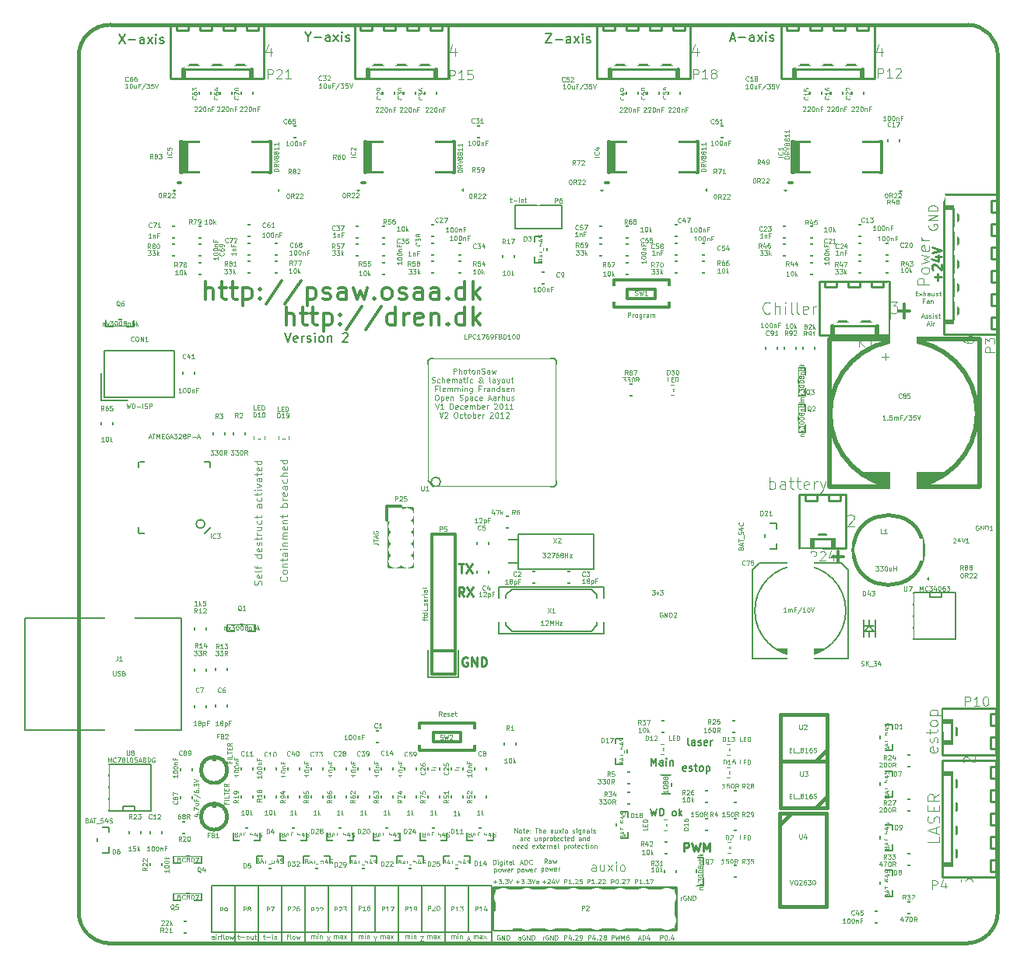
<source format=gto>
G04 #@! TF.FileFunction,Legend,Top*
%FSLAX46Y46*%
G04 Gerber Fmt 4.6, Leading zero omitted, Abs format (unit mm)*
G04 Created by KiCad (PCBNEW no-vcs-found-product) date Tue 29 Sep 2015 08:38:25 PM CEST*
%MOMM*%
G01*
G04 APERTURE LIST*
%ADD10C,0.150000*%
%ADD11C,0.124460*%
%ADD12C,0.250190*%
%ADD13C,0.251460*%
%ADD14C,0.200025*%
%ADD15C,0.200660*%
%ADD16C,0.175260*%
%ADD17C,0.149860*%
%ADD18C,0.304800*%
%ADD19C,0.299720*%
%ADD20C,0.381000*%
%ADD21C,0.066040*%
%ADD22C,0.152400*%
%ADD23C,0.127000*%
%ADD24C,0.101600*%
%ADD25C,0.050800*%
%ADD26C,0.500380*%
%ADD27C,0.099060*%
%ADD28C,0.203200*%
%ADD29C,0.254000*%
%ADD30C,0.114300*%
%ADD31C,0.088900*%
%ADD32C,1.998980*%
%ADD33R,1.907540X1.506220*%
%ADD34R,2.207260X1.706880*%
%ADD35R,1.422400X1.422400*%
%ADD36R,2.032000X2.032000*%
%ADD37C,2.032000*%
%ADD38R,1.706880X1.706880*%
%ADD39R,1.143000X1.651000*%
%ADD40R,1.016000X0.812800*%
%ADD41R,0.807720X2.108200*%
%ADD42R,5.687060X3.606800*%
%ADD43R,2.009140X1.706880*%
%ADD44R,1.508760X1.508760*%
%ADD45C,1.508760*%
%ADD46R,1.651000X1.143000*%
%ADD47C,1.757680*%
%ADD48R,1.397000X1.905000*%
%ADD49R,1.905000X1.397000*%
%ADD50R,2.207260X2.306320*%
%ADD51C,6.507480*%
%ADD52R,2.908300X4.508500*%
%ADD53R,2.908300X6.507480*%
%ADD54R,1.506220X1.907540*%
%ADD55R,2.413000X2.413000*%
%ADD56C,2.413000*%
%ADD57R,6.007100X2.506980*%
%ADD58C,1.778000*%
%ADD59C,1.905000*%
%ADD60R,2.032000X2.540000*%
%ADD61R,1.651000X1.016000*%
%ADD62R,2.506980X0.957580*%
%ADD63R,0.957580X2.506980*%
%ADD64R,1.524000X0.762000*%
%ADD65R,0.762000X1.524000*%
%ADD66C,3.208020*%
%ADD67C,2.506980*%
%ADD68O,2.032000X3.556000*%
%ADD69O,3.556000X2.032000*%
G04 APERTURE END LIST*
D10*
D11*
X47416477Y-88001650D02*
X47416477Y-87501270D01*
X47702409Y-88001650D01*
X47702409Y-87501270D01*
X48012168Y-88001650D02*
X47964513Y-87977823D01*
X47940685Y-87953995D01*
X47916857Y-87906340D01*
X47916857Y-87763374D01*
X47940685Y-87715719D01*
X47964513Y-87691891D01*
X48012168Y-87668064D01*
X48083651Y-87668064D01*
X48131306Y-87691891D01*
X48155134Y-87715719D01*
X48178961Y-87763374D01*
X48178961Y-87906340D01*
X48155134Y-87953995D01*
X48131306Y-87977823D01*
X48083651Y-88001650D01*
X48012168Y-88001650D01*
X48321927Y-87668064D02*
X48512548Y-87668064D01*
X48393410Y-87501270D02*
X48393410Y-87930168D01*
X48417238Y-87977823D01*
X48464893Y-88001650D01*
X48512548Y-88001650D01*
X48869962Y-87977823D02*
X48822307Y-88001650D01*
X48726996Y-88001650D01*
X48679341Y-87977823D01*
X48655513Y-87930168D01*
X48655513Y-87739547D01*
X48679341Y-87691891D01*
X48726996Y-87668064D01*
X48822307Y-87668064D01*
X48869962Y-87691891D01*
X48893790Y-87739547D01*
X48893790Y-87787202D01*
X48655513Y-87834857D01*
X49108238Y-87953995D02*
X49132066Y-87977823D01*
X49108238Y-88001650D01*
X49084410Y-87977823D01*
X49108238Y-87953995D01*
X49108238Y-88001650D01*
X49108238Y-87691891D02*
X49132066Y-87715719D01*
X49108238Y-87739547D01*
X49084410Y-87715719D01*
X49108238Y-87691891D01*
X49108238Y-87739547D01*
X49656273Y-87501270D02*
X49942205Y-87501270D01*
X49799239Y-88001650D02*
X49799239Y-87501270D01*
X50108998Y-88001650D02*
X50108998Y-87501270D01*
X50323447Y-88001650D02*
X50323447Y-87739547D01*
X50299619Y-87691891D01*
X50251964Y-87668064D01*
X50180481Y-87668064D01*
X50132826Y-87691891D01*
X50108998Y-87715719D01*
X50752344Y-87977823D02*
X50704689Y-88001650D01*
X50609378Y-88001650D01*
X50561723Y-87977823D01*
X50537895Y-87930168D01*
X50537895Y-87739547D01*
X50561723Y-87691891D01*
X50609378Y-87668064D01*
X50704689Y-87668064D01*
X50752344Y-87691891D01*
X50776172Y-87739547D01*
X50776172Y-87787202D01*
X50537895Y-87834857D01*
X51586311Y-88001650D02*
X51586311Y-87739547D01*
X51562483Y-87691891D01*
X51514828Y-87668064D01*
X51419517Y-87668064D01*
X51371862Y-87691891D01*
X51586311Y-87977823D02*
X51538655Y-88001650D01*
X51419517Y-88001650D01*
X51371862Y-87977823D01*
X51348034Y-87930168D01*
X51348034Y-87882512D01*
X51371862Y-87834857D01*
X51419517Y-87811029D01*
X51538655Y-87811029D01*
X51586311Y-87787202D01*
X52039036Y-87668064D02*
X52039036Y-88001650D01*
X51824587Y-87668064D02*
X51824587Y-87930168D01*
X51848415Y-87977823D01*
X51896070Y-88001650D01*
X51967553Y-88001650D01*
X52015208Y-87977823D01*
X52039036Y-87953995D01*
X52229657Y-88001650D02*
X52491761Y-87668064D01*
X52229657Y-87668064D02*
X52491761Y-88001650D01*
X52682382Y-88001650D02*
X52682382Y-87668064D01*
X52682382Y-87501270D02*
X52658554Y-87525098D01*
X52682382Y-87548926D01*
X52706210Y-87525098D01*
X52682382Y-87501270D01*
X52682382Y-87548926D01*
X52992141Y-88001650D02*
X52944486Y-87977823D01*
X52920658Y-87953995D01*
X52896830Y-87906340D01*
X52896830Y-87763374D01*
X52920658Y-87715719D01*
X52944486Y-87691891D01*
X52992141Y-87668064D01*
X53063624Y-87668064D01*
X53111279Y-87691891D01*
X53135107Y-87715719D01*
X53158934Y-87763374D01*
X53158934Y-87906340D01*
X53135107Y-87953995D01*
X53111279Y-87977823D01*
X53063624Y-88001650D01*
X52992141Y-88001650D01*
X53730797Y-87977823D02*
X53778453Y-88001650D01*
X53873763Y-88001650D01*
X53921418Y-87977823D01*
X53945246Y-87930168D01*
X53945246Y-87906340D01*
X53921418Y-87858685D01*
X53873763Y-87834857D01*
X53802280Y-87834857D01*
X53754625Y-87811029D01*
X53730797Y-87763374D01*
X53730797Y-87739547D01*
X53754625Y-87691891D01*
X53802280Y-87668064D01*
X53873763Y-87668064D01*
X53921418Y-87691891D01*
X54159695Y-88001650D02*
X54159695Y-87668064D01*
X54159695Y-87501270D02*
X54135867Y-87525098D01*
X54159695Y-87548926D01*
X54183523Y-87525098D01*
X54159695Y-87501270D01*
X54159695Y-87548926D01*
X54612420Y-87668064D02*
X54612420Y-88073133D01*
X54588592Y-88120788D01*
X54564764Y-88144616D01*
X54517109Y-88168444D01*
X54445626Y-88168444D01*
X54397971Y-88144616D01*
X54612420Y-87977823D02*
X54564764Y-88001650D01*
X54469454Y-88001650D01*
X54421799Y-87977823D01*
X54397971Y-87953995D01*
X54374143Y-87906340D01*
X54374143Y-87763374D01*
X54397971Y-87715719D01*
X54421799Y-87691891D01*
X54469454Y-87668064D01*
X54564764Y-87668064D01*
X54612420Y-87691891D01*
X54850696Y-87668064D02*
X54850696Y-88001650D01*
X54850696Y-87715719D02*
X54874524Y-87691891D01*
X54922179Y-87668064D01*
X54993662Y-87668064D01*
X55041317Y-87691891D01*
X55065145Y-87739547D01*
X55065145Y-88001650D01*
X55517870Y-88001650D02*
X55517870Y-87739547D01*
X55494042Y-87691891D01*
X55446387Y-87668064D01*
X55351076Y-87668064D01*
X55303421Y-87691891D01*
X55517870Y-87977823D02*
X55470214Y-88001650D01*
X55351076Y-88001650D01*
X55303421Y-87977823D01*
X55279593Y-87930168D01*
X55279593Y-87882512D01*
X55303421Y-87834857D01*
X55351076Y-87811029D01*
X55470214Y-87811029D01*
X55517870Y-87787202D01*
X55827629Y-88001650D02*
X55779974Y-87977823D01*
X55756146Y-87930168D01*
X55756146Y-87501270D01*
X55994422Y-87977823D02*
X56042078Y-88001650D01*
X56137388Y-88001650D01*
X56185043Y-87977823D01*
X56208871Y-87930168D01*
X56208871Y-87906340D01*
X56185043Y-87858685D01*
X56137388Y-87834857D01*
X56065905Y-87834857D01*
X56018250Y-87811029D01*
X55994422Y-87763374D01*
X55994422Y-87739547D01*
X56018250Y-87691891D01*
X56065905Y-87668064D01*
X56137388Y-87668064D01*
X56185043Y-87691891D01*
X48262359Y-88826642D02*
X48262359Y-88564539D01*
X48238531Y-88516883D01*
X48190876Y-88493056D01*
X48095565Y-88493056D01*
X48047910Y-88516883D01*
X48262359Y-88802815D02*
X48214703Y-88826642D01*
X48095565Y-88826642D01*
X48047910Y-88802815D01*
X48024082Y-88755160D01*
X48024082Y-88707504D01*
X48047910Y-88659849D01*
X48095565Y-88636021D01*
X48214703Y-88636021D01*
X48262359Y-88612194D01*
X48500635Y-88826642D02*
X48500635Y-88493056D01*
X48500635Y-88588366D02*
X48524463Y-88540711D01*
X48548290Y-88516883D01*
X48595946Y-88493056D01*
X48643601Y-88493056D01*
X49001015Y-88802815D02*
X48953360Y-88826642D01*
X48858049Y-88826642D01*
X48810394Y-88802815D01*
X48786566Y-88755160D01*
X48786566Y-88564539D01*
X48810394Y-88516883D01*
X48858049Y-88493056D01*
X48953360Y-88493056D01*
X49001015Y-88516883D01*
X49024843Y-88564539D01*
X49024843Y-88612194D01*
X48786566Y-88659849D01*
X49834982Y-88493056D02*
X49834982Y-88826642D01*
X49620533Y-88493056D02*
X49620533Y-88755160D01*
X49644361Y-88802815D01*
X49692016Y-88826642D01*
X49763499Y-88826642D01*
X49811154Y-88802815D01*
X49834982Y-88778987D01*
X50073258Y-88493056D02*
X50073258Y-88826642D01*
X50073258Y-88540711D02*
X50097086Y-88516883D01*
X50144741Y-88493056D01*
X50216224Y-88493056D01*
X50263879Y-88516883D01*
X50287707Y-88564539D01*
X50287707Y-88826642D01*
X50525983Y-88493056D02*
X50525983Y-88993436D01*
X50525983Y-88516883D02*
X50573638Y-88493056D01*
X50668949Y-88493056D01*
X50716604Y-88516883D01*
X50740432Y-88540711D01*
X50764259Y-88588366D01*
X50764259Y-88731332D01*
X50740432Y-88778987D01*
X50716604Y-88802815D01*
X50668949Y-88826642D01*
X50573638Y-88826642D01*
X50525983Y-88802815D01*
X50978708Y-88826642D02*
X50978708Y-88493056D01*
X50978708Y-88588366D02*
X51002536Y-88540711D01*
X51026363Y-88516883D01*
X51074019Y-88493056D01*
X51121674Y-88493056D01*
X51359950Y-88826642D02*
X51312295Y-88802815D01*
X51288467Y-88778987D01*
X51264639Y-88731332D01*
X51264639Y-88588366D01*
X51288467Y-88540711D01*
X51312295Y-88516883D01*
X51359950Y-88493056D01*
X51431433Y-88493056D01*
X51479088Y-88516883D01*
X51502916Y-88540711D01*
X51526743Y-88588366D01*
X51526743Y-88731332D01*
X51502916Y-88778987D01*
X51479088Y-88802815D01*
X51431433Y-88826642D01*
X51359950Y-88826642D01*
X51669709Y-88493056D02*
X51860330Y-88493056D01*
X51741192Y-88326262D02*
X51741192Y-88755160D01*
X51765020Y-88802815D01*
X51812675Y-88826642D01*
X51860330Y-88826642D01*
X52217744Y-88802815D02*
X52170089Y-88826642D01*
X52074778Y-88826642D01*
X52027123Y-88802815D01*
X52003295Y-88755160D01*
X52003295Y-88564539D01*
X52027123Y-88516883D01*
X52074778Y-88493056D01*
X52170089Y-88493056D01*
X52217744Y-88516883D01*
X52241572Y-88564539D01*
X52241572Y-88612194D01*
X52003295Y-88659849D01*
X52670469Y-88802815D02*
X52622813Y-88826642D01*
X52527503Y-88826642D01*
X52479848Y-88802815D01*
X52456020Y-88778987D01*
X52432192Y-88731332D01*
X52432192Y-88588366D01*
X52456020Y-88540711D01*
X52479848Y-88516883D01*
X52527503Y-88493056D01*
X52622813Y-88493056D01*
X52670469Y-88516883D01*
X52813434Y-88493056D02*
X53004055Y-88493056D01*
X52884917Y-88326262D02*
X52884917Y-88755160D01*
X52908745Y-88802815D01*
X52956400Y-88826642D01*
X53004055Y-88826642D01*
X53361469Y-88802815D02*
X53313814Y-88826642D01*
X53218503Y-88826642D01*
X53170848Y-88802815D01*
X53147020Y-88755160D01*
X53147020Y-88564539D01*
X53170848Y-88516883D01*
X53218503Y-88493056D01*
X53313814Y-88493056D01*
X53361469Y-88516883D01*
X53385297Y-88564539D01*
X53385297Y-88612194D01*
X53147020Y-88659849D01*
X53814194Y-88826642D02*
X53814194Y-88326262D01*
X53814194Y-88802815D02*
X53766538Y-88826642D01*
X53671228Y-88826642D01*
X53623573Y-88802815D01*
X53599745Y-88778987D01*
X53575917Y-88731332D01*
X53575917Y-88588366D01*
X53599745Y-88540711D01*
X53623573Y-88516883D01*
X53671228Y-88493056D01*
X53766538Y-88493056D01*
X53814194Y-88516883D01*
X54648161Y-88826642D02*
X54648161Y-88564539D01*
X54624333Y-88516883D01*
X54576678Y-88493056D01*
X54481367Y-88493056D01*
X54433712Y-88516883D01*
X54648161Y-88802815D02*
X54600505Y-88826642D01*
X54481367Y-88826642D01*
X54433712Y-88802815D01*
X54409884Y-88755160D01*
X54409884Y-88707504D01*
X54433712Y-88659849D01*
X54481367Y-88636021D01*
X54600505Y-88636021D01*
X54648161Y-88612194D01*
X54886437Y-88493056D02*
X54886437Y-88826642D01*
X54886437Y-88540711D02*
X54910265Y-88516883D01*
X54957920Y-88493056D01*
X55029403Y-88493056D01*
X55077058Y-88516883D01*
X55100886Y-88564539D01*
X55100886Y-88826642D01*
X55553611Y-88826642D02*
X55553611Y-88326262D01*
X55553611Y-88802815D02*
X55505955Y-88826642D01*
X55410645Y-88826642D01*
X55362990Y-88802815D01*
X55339162Y-88778987D01*
X55315334Y-88731332D01*
X55315334Y-88588366D01*
X55339162Y-88540711D01*
X55362990Y-88516883D01*
X55410645Y-88493056D01*
X55505955Y-88493056D01*
X55553611Y-88516883D01*
X47249685Y-89318048D02*
X47249685Y-89651634D01*
X47249685Y-89365703D02*
X47273513Y-89341875D01*
X47321168Y-89318048D01*
X47392651Y-89318048D01*
X47440306Y-89341875D01*
X47464134Y-89389531D01*
X47464134Y-89651634D01*
X47893031Y-89627807D02*
X47845376Y-89651634D01*
X47750065Y-89651634D01*
X47702410Y-89627807D01*
X47678582Y-89580152D01*
X47678582Y-89389531D01*
X47702410Y-89341875D01*
X47750065Y-89318048D01*
X47845376Y-89318048D01*
X47893031Y-89341875D01*
X47916859Y-89389531D01*
X47916859Y-89437186D01*
X47678582Y-89484841D01*
X48321928Y-89627807D02*
X48274273Y-89651634D01*
X48178962Y-89651634D01*
X48131307Y-89627807D01*
X48107479Y-89580152D01*
X48107479Y-89389531D01*
X48131307Y-89341875D01*
X48178962Y-89318048D01*
X48274273Y-89318048D01*
X48321928Y-89341875D01*
X48345756Y-89389531D01*
X48345756Y-89437186D01*
X48107479Y-89484841D01*
X48774653Y-89651634D02*
X48774653Y-89151254D01*
X48774653Y-89627807D02*
X48726997Y-89651634D01*
X48631687Y-89651634D01*
X48584032Y-89627807D01*
X48560204Y-89603979D01*
X48536376Y-89556324D01*
X48536376Y-89413358D01*
X48560204Y-89365703D01*
X48584032Y-89341875D01*
X48631687Y-89318048D01*
X48726997Y-89318048D01*
X48774653Y-89341875D01*
X49584792Y-89627807D02*
X49537137Y-89651634D01*
X49441826Y-89651634D01*
X49394171Y-89627807D01*
X49370343Y-89580152D01*
X49370343Y-89389531D01*
X49394171Y-89341875D01*
X49441826Y-89318048D01*
X49537137Y-89318048D01*
X49584792Y-89341875D01*
X49608620Y-89389531D01*
X49608620Y-89437186D01*
X49370343Y-89484841D01*
X49775413Y-89651634D02*
X50037517Y-89318048D01*
X49775413Y-89318048D02*
X50037517Y-89651634D01*
X50156655Y-89318048D02*
X50347276Y-89318048D01*
X50228138Y-89151254D02*
X50228138Y-89580152D01*
X50251966Y-89627807D01*
X50299621Y-89651634D01*
X50347276Y-89651634D01*
X50704690Y-89627807D02*
X50657035Y-89651634D01*
X50561724Y-89651634D01*
X50514069Y-89627807D01*
X50490241Y-89580152D01*
X50490241Y-89389531D01*
X50514069Y-89341875D01*
X50561724Y-89318048D01*
X50657035Y-89318048D01*
X50704690Y-89341875D01*
X50728518Y-89389531D01*
X50728518Y-89437186D01*
X50490241Y-89484841D01*
X50942966Y-89651634D02*
X50942966Y-89318048D01*
X50942966Y-89413358D02*
X50966794Y-89365703D01*
X50990621Y-89341875D01*
X51038277Y-89318048D01*
X51085932Y-89318048D01*
X51252725Y-89318048D02*
X51252725Y-89651634D01*
X51252725Y-89365703D02*
X51276553Y-89341875D01*
X51324208Y-89318048D01*
X51395691Y-89318048D01*
X51443346Y-89341875D01*
X51467174Y-89389531D01*
X51467174Y-89651634D01*
X51919899Y-89651634D02*
X51919899Y-89389531D01*
X51896071Y-89341875D01*
X51848416Y-89318048D01*
X51753105Y-89318048D01*
X51705450Y-89341875D01*
X51919899Y-89627807D02*
X51872243Y-89651634D01*
X51753105Y-89651634D01*
X51705450Y-89627807D01*
X51681622Y-89580152D01*
X51681622Y-89532496D01*
X51705450Y-89484841D01*
X51753105Y-89461013D01*
X51872243Y-89461013D01*
X51919899Y-89437186D01*
X52229658Y-89651634D02*
X52182003Y-89627807D01*
X52158175Y-89580152D01*
X52158175Y-89151254D01*
X52801521Y-89318048D02*
X52801521Y-89818428D01*
X52801521Y-89341875D02*
X52849176Y-89318048D01*
X52944487Y-89318048D01*
X52992142Y-89341875D01*
X53015970Y-89365703D01*
X53039797Y-89413358D01*
X53039797Y-89556324D01*
X53015970Y-89603979D01*
X52992142Y-89627807D01*
X52944487Y-89651634D01*
X52849176Y-89651634D01*
X52801521Y-89627807D01*
X53254246Y-89651634D02*
X53254246Y-89318048D01*
X53254246Y-89413358D02*
X53278074Y-89365703D01*
X53301901Y-89341875D01*
X53349557Y-89318048D01*
X53397212Y-89318048D01*
X53635488Y-89651634D02*
X53587833Y-89627807D01*
X53564005Y-89603979D01*
X53540177Y-89556324D01*
X53540177Y-89413358D01*
X53564005Y-89365703D01*
X53587833Y-89341875D01*
X53635488Y-89318048D01*
X53706971Y-89318048D01*
X53754626Y-89341875D01*
X53778454Y-89365703D01*
X53802281Y-89413358D01*
X53802281Y-89556324D01*
X53778454Y-89603979D01*
X53754626Y-89627807D01*
X53706971Y-89651634D01*
X53635488Y-89651634D01*
X53945247Y-89318048D02*
X54135868Y-89318048D01*
X54016730Y-89151254D02*
X54016730Y-89580152D01*
X54040558Y-89627807D01*
X54088213Y-89651634D01*
X54135868Y-89651634D01*
X54493282Y-89627807D02*
X54445627Y-89651634D01*
X54350316Y-89651634D01*
X54302661Y-89627807D01*
X54278833Y-89580152D01*
X54278833Y-89389531D01*
X54302661Y-89341875D01*
X54350316Y-89318048D01*
X54445627Y-89318048D01*
X54493282Y-89341875D01*
X54517110Y-89389531D01*
X54517110Y-89437186D01*
X54278833Y-89484841D01*
X54946007Y-89627807D02*
X54898351Y-89651634D01*
X54803041Y-89651634D01*
X54755386Y-89627807D01*
X54731558Y-89603979D01*
X54707730Y-89556324D01*
X54707730Y-89413358D01*
X54731558Y-89365703D01*
X54755386Y-89341875D01*
X54803041Y-89318048D01*
X54898351Y-89318048D01*
X54946007Y-89341875D01*
X55088972Y-89318048D02*
X55279593Y-89318048D01*
X55160455Y-89151254D02*
X55160455Y-89580152D01*
X55184283Y-89627807D01*
X55231938Y-89651634D01*
X55279593Y-89651634D01*
X55446386Y-89651634D02*
X55446386Y-89318048D01*
X55446386Y-89151254D02*
X55422558Y-89175082D01*
X55446386Y-89198910D01*
X55470214Y-89175082D01*
X55446386Y-89151254D01*
X55446386Y-89198910D01*
X55756145Y-89651634D02*
X55708490Y-89627807D01*
X55684662Y-89603979D01*
X55660834Y-89556324D01*
X55660834Y-89413358D01*
X55684662Y-89365703D01*
X55708490Y-89341875D01*
X55756145Y-89318048D01*
X55827628Y-89318048D01*
X55875283Y-89341875D01*
X55899111Y-89365703D01*
X55922938Y-89413358D01*
X55922938Y-89556324D01*
X55899111Y-89603979D01*
X55875283Y-89627807D01*
X55827628Y-89651634D01*
X55756145Y-89651634D01*
X56137387Y-89318048D02*
X56137387Y-89651634D01*
X56137387Y-89365703D02*
X56161215Y-89341875D01*
X56208870Y-89318048D01*
X56280353Y-89318048D01*
X56328008Y-89341875D01*
X56351836Y-89389531D01*
X56351836Y-89651634D01*
X91065773Y-29251983D02*
X91232566Y-29251983D01*
X91304049Y-29514086D02*
X91065773Y-29514086D01*
X91065773Y-29013706D01*
X91304049Y-29013706D01*
X91470843Y-29514086D02*
X91732947Y-29180500D01*
X91470843Y-29180500D02*
X91732947Y-29514086D01*
X91923568Y-29514086D02*
X91923568Y-29013706D01*
X92138017Y-29514086D02*
X92138017Y-29251983D01*
X92114189Y-29204327D01*
X92066534Y-29180500D01*
X91995051Y-29180500D01*
X91947396Y-29204327D01*
X91923568Y-29228155D01*
X92590742Y-29514086D02*
X92590742Y-29251983D01*
X92566914Y-29204327D01*
X92519259Y-29180500D01*
X92423948Y-29180500D01*
X92376293Y-29204327D01*
X92590742Y-29490259D02*
X92543086Y-29514086D01*
X92423948Y-29514086D01*
X92376293Y-29490259D01*
X92352465Y-29442604D01*
X92352465Y-29394948D01*
X92376293Y-29347293D01*
X92423948Y-29323465D01*
X92543086Y-29323465D01*
X92590742Y-29299638D01*
X93043467Y-29180500D02*
X93043467Y-29514086D01*
X92829018Y-29180500D02*
X92829018Y-29442604D01*
X92852846Y-29490259D01*
X92900501Y-29514086D01*
X92971984Y-29514086D01*
X93019639Y-29490259D01*
X93043467Y-29466431D01*
X93257915Y-29490259D02*
X93305571Y-29514086D01*
X93400881Y-29514086D01*
X93448536Y-29490259D01*
X93472364Y-29442604D01*
X93472364Y-29418776D01*
X93448536Y-29371121D01*
X93400881Y-29347293D01*
X93329398Y-29347293D01*
X93281743Y-29323465D01*
X93257915Y-29275810D01*
X93257915Y-29251983D01*
X93281743Y-29204327D01*
X93329398Y-29180500D01*
X93400881Y-29180500D01*
X93448536Y-29204327D01*
X93615330Y-29180500D02*
X93805951Y-29180500D01*
X93686813Y-29013706D02*
X93686813Y-29442604D01*
X93710641Y-29490259D01*
X93758296Y-29514086D01*
X93805951Y-29514086D01*
X92018878Y-30076975D02*
X91852085Y-30076975D01*
X91852085Y-30339078D02*
X91852085Y-29838698D01*
X92090361Y-29838698D01*
X92495431Y-30339078D02*
X92495431Y-30076975D01*
X92471603Y-30029319D01*
X92423948Y-30005492D01*
X92328637Y-30005492D01*
X92280982Y-30029319D01*
X92495431Y-30315251D02*
X92447775Y-30339078D01*
X92328637Y-30339078D01*
X92280982Y-30315251D01*
X92257154Y-30267596D01*
X92257154Y-30219940D01*
X92280982Y-30172285D01*
X92328637Y-30148457D01*
X92447775Y-30148457D01*
X92495431Y-30124630D01*
X92733707Y-30005492D02*
X92733707Y-30339078D01*
X92733707Y-30053147D02*
X92757535Y-30029319D01*
X92805190Y-30005492D01*
X92876673Y-30005492D01*
X92924328Y-30029319D01*
X92948156Y-30076975D01*
X92948156Y-30339078D01*
X91710993Y-31771421D02*
X91949270Y-31771421D01*
X91663338Y-31914386D02*
X91830132Y-31414006D01*
X91996925Y-31914386D01*
X92139890Y-31890559D02*
X92187546Y-31914386D01*
X92282856Y-31914386D01*
X92330511Y-31890559D01*
X92354339Y-31842904D01*
X92354339Y-31819076D01*
X92330511Y-31771421D01*
X92282856Y-31747593D01*
X92211373Y-31747593D01*
X92163718Y-31723765D01*
X92139890Y-31676110D01*
X92139890Y-31652283D01*
X92163718Y-31604627D01*
X92211373Y-31580800D01*
X92282856Y-31580800D01*
X92330511Y-31604627D01*
X92544960Y-31890559D02*
X92592616Y-31914386D01*
X92687926Y-31914386D01*
X92735581Y-31890559D01*
X92759409Y-31842904D01*
X92759409Y-31819076D01*
X92735581Y-31771421D01*
X92687926Y-31747593D01*
X92616443Y-31747593D01*
X92568788Y-31723765D01*
X92544960Y-31676110D01*
X92544960Y-31652283D01*
X92568788Y-31604627D01*
X92616443Y-31580800D01*
X92687926Y-31580800D01*
X92735581Y-31604627D01*
X92973858Y-31914386D02*
X92973858Y-31580800D01*
X92973858Y-31414006D02*
X92950030Y-31437834D01*
X92973858Y-31461662D01*
X92997686Y-31437834D01*
X92973858Y-31414006D01*
X92973858Y-31461662D01*
X93188306Y-31890559D02*
X93235962Y-31914386D01*
X93331272Y-31914386D01*
X93378927Y-31890559D01*
X93402755Y-31842904D01*
X93402755Y-31819076D01*
X93378927Y-31771421D01*
X93331272Y-31747593D01*
X93259789Y-31747593D01*
X93212134Y-31723765D01*
X93188306Y-31676110D01*
X93188306Y-31652283D01*
X93212134Y-31604627D01*
X93259789Y-31580800D01*
X93331272Y-31580800D01*
X93378927Y-31604627D01*
X93545721Y-31580800D02*
X93736342Y-31580800D01*
X93617204Y-31414006D02*
X93617204Y-31842904D01*
X93641032Y-31890559D01*
X93688687Y-31914386D01*
X93736342Y-31914386D01*
X92306684Y-32596413D02*
X92544961Y-32596413D01*
X92259029Y-32739378D02*
X92425823Y-32238998D01*
X92592616Y-32739378D01*
X92759409Y-32739378D02*
X92759409Y-32405792D01*
X92759409Y-32238998D02*
X92735581Y-32262826D01*
X92759409Y-32286654D01*
X92783237Y-32262826D01*
X92759409Y-32238998D01*
X92759409Y-32286654D01*
X92997685Y-32739378D02*
X92997685Y-32405792D01*
X92997685Y-32501102D02*
X93021513Y-32453447D01*
X93045340Y-32429619D01*
X93092996Y-32405792D01*
X93140651Y-32405792D01*
X92499180Y-21763203D02*
X92451525Y-21858514D01*
X92451525Y-22001479D01*
X92499180Y-22144445D01*
X92594490Y-22239756D01*
X92689801Y-22287411D01*
X92880422Y-22335066D01*
X93023388Y-22335066D01*
X93214009Y-22287411D01*
X93309319Y-22239756D01*
X93404630Y-22144445D01*
X93452285Y-22001479D01*
X93452285Y-21906169D01*
X93404630Y-21763203D01*
X93356974Y-21715548D01*
X93023388Y-21715548D01*
X93023388Y-21906169D01*
X93452285Y-21286651D02*
X92451525Y-21286651D01*
X93452285Y-20714788D01*
X92451525Y-20714788D01*
X93452285Y-20238236D02*
X92451525Y-20238236D01*
X92451525Y-19999960D01*
X92499180Y-19856994D01*
X92594490Y-19761683D01*
X92689801Y-19714028D01*
X92880422Y-19666373D01*
X93023388Y-19666373D01*
X93214009Y-19714028D01*
X93309319Y-19761683D01*
X93404630Y-19856994D01*
X93452285Y-19999960D01*
X93452285Y-20238236D01*
X50966794Y-91314826D02*
X50800000Y-91076550D01*
X50680862Y-91314826D02*
X50680862Y-90814446D01*
X50871483Y-90814446D01*
X50919138Y-90838274D01*
X50942966Y-90862102D01*
X50966794Y-90909757D01*
X50966794Y-90981240D01*
X50942966Y-91028895D01*
X50919138Y-91052723D01*
X50871483Y-91076550D01*
X50680862Y-91076550D01*
X51395691Y-91314826D02*
X51395691Y-91052723D01*
X51371863Y-91005067D01*
X51324208Y-90981240D01*
X51228897Y-90981240D01*
X51181242Y-91005067D01*
X51395691Y-91290999D02*
X51348035Y-91314826D01*
X51228897Y-91314826D01*
X51181242Y-91290999D01*
X51157414Y-91243344D01*
X51157414Y-91195688D01*
X51181242Y-91148033D01*
X51228897Y-91124205D01*
X51348035Y-91124205D01*
X51395691Y-91100378D01*
X51586312Y-90981240D02*
X51681622Y-91314826D01*
X51776933Y-91076550D01*
X51872243Y-91314826D01*
X51967554Y-90981240D01*
X50335361Y-91806232D02*
X50335361Y-92306612D01*
X50335361Y-91830059D02*
X50383016Y-91806232D01*
X50478327Y-91806232D01*
X50525982Y-91830059D01*
X50549810Y-91853887D01*
X50573637Y-91901542D01*
X50573637Y-92044508D01*
X50549810Y-92092163D01*
X50525982Y-92115991D01*
X50478327Y-92139818D01*
X50383016Y-92139818D01*
X50335361Y-92115991D01*
X50859569Y-92139818D02*
X50811914Y-92115991D01*
X50788086Y-92092163D01*
X50764258Y-92044508D01*
X50764258Y-91901542D01*
X50788086Y-91853887D01*
X50811914Y-91830059D01*
X50859569Y-91806232D01*
X50931052Y-91806232D01*
X50978707Y-91830059D01*
X51002535Y-91853887D01*
X51026362Y-91901542D01*
X51026362Y-92044508D01*
X51002535Y-92092163D01*
X50978707Y-92115991D01*
X50931052Y-92139818D01*
X50859569Y-92139818D01*
X51193156Y-91806232D02*
X51288466Y-92139818D01*
X51383777Y-91901542D01*
X51479087Y-92139818D01*
X51574398Y-91806232D01*
X51955640Y-92115991D02*
X51907985Y-92139818D01*
X51812674Y-92139818D01*
X51765019Y-92115991D01*
X51741191Y-92068336D01*
X51741191Y-91877715D01*
X51765019Y-91830059D01*
X51812674Y-91806232D01*
X51907985Y-91806232D01*
X51955640Y-91830059D01*
X51979468Y-91877715D01*
X51979468Y-91925370D01*
X51741191Y-91973025D01*
X52193916Y-92139818D02*
X52193916Y-91806232D01*
X52193916Y-91901542D02*
X52217744Y-91853887D01*
X52241571Y-91830059D01*
X52289227Y-91806232D01*
X52336882Y-91806232D01*
X48079902Y-91270921D02*
X48318179Y-91270921D01*
X48032247Y-91413886D02*
X48199041Y-90913506D01*
X48365834Y-91413886D01*
X48532627Y-91413886D02*
X48532627Y-90913506D01*
X48651765Y-90913506D01*
X48723248Y-90937334D01*
X48770903Y-90984989D01*
X48794731Y-91032644D01*
X48818559Y-91127955D01*
X48818559Y-91199438D01*
X48794731Y-91294748D01*
X48770903Y-91342404D01*
X48723248Y-91390059D01*
X48651765Y-91413886D01*
X48532627Y-91413886D01*
X49318939Y-91366231D02*
X49295111Y-91390059D01*
X49223628Y-91413886D01*
X49175973Y-91413886D01*
X49104490Y-91390059D01*
X49056835Y-91342404D01*
X49033007Y-91294748D01*
X49009179Y-91199438D01*
X49009179Y-91127955D01*
X49033007Y-91032644D01*
X49056835Y-90984989D01*
X49104490Y-90937334D01*
X49175973Y-90913506D01*
X49223628Y-90913506D01*
X49295111Y-90937334D01*
X49318939Y-90961162D01*
X47734401Y-91905292D02*
X47734401Y-92405672D01*
X47734401Y-91929119D02*
X47782056Y-91905292D01*
X47877367Y-91905292D01*
X47925022Y-91929119D01*
X47948850Y-91952947D01*
X47972677Y-92000602D01*
X47972677Y-92143568D01*
X47948850Y-92191223D01*
X47925022Y-92215051D01*
X47877367Y-92238878D01*
X47782056Y-92238878D01*
X47734401Y-92215051D01*
X48258609Y-92238878D02*
X48210954Y-92215051D01*
X48187126Y-92191223D01*
X48163298Y-92143568D01*
X48163298Y-92000602D01*
X48187126Y-91952947D01*
X48210954Y-91929119D01*
X48258609Y-91905292D01*
X48330092Y-91905292D01*
X48377747Y-91929119D01*
X48401575Y-91952947D01*
X48425402Y-92000602D01*
X48425402Y-92143568D01*
X48401575Y-92191223D01*
X48377747Y-92215051D01*
X48330092Y-92238878D01*
X48258609Y-92238878D01*
X48592196Y-91905292D02*
X48687506Y-92238878D01*
X48782817Y-92000602D01*
X48878127Y-92238878D01*
X48973438Y-91905292D01*
X49354680Y-92215051D02*
X49307025Y-92238878D01*
X49211714Y-92238878D01*
X49164059Y-92215051D01*
X49140231Y-92167396D01*
X49140231Y-91976775D01*
X49164059Y-91929119D01*
X49211714Y-91905292D01*
X49307025Y-91905292D01*
X49354680Y-91929119D01*
X49378508Y-91976775D01*
X49378508Y-92024430D01*
X49140231Y-92072085D01*
X49592956Y-92238878D02*
X49592956Y-91905292D01*
X49592956Y-92000602D02*
X49616784Y-91952947D01*
X49640611Y-91929119D01*
X49688267Y-91905292D01*
X49735922Y-91905292D01*
X45103990Y-91413886D02*
X45103990Y-90913506D01*
X45223128Y-90913506D01*
X45294611Y-90937334D01*
X45342266Y-90984989D01*
X45366094Y-91032644D01*
X45389922Y-91127955D01*
X45389922Y-91199438D01*
X45366094Y-91294748D01*
X45342266Y-91342404D01*
X45294611Y-91390059D01*
X45223128Y-91413886D01*
X45103990Y-91413886D01*
X45604370Y-91413886D02*
X45604370Y-91080300D01*
X45604370Y-90913506D02*
X45580542Y-90937334D01*
X45604370Y-90961162D01*
X45628198Y-90937334D01*
X45604370Y-90913506D01*
X45604370Y-90961162D01*
X46057095Y-91080300D02*
X46057095Y-91485369D01*
X46033267Y-91533024D01*
X46009439Y-91556852D01*
X45961784Y-91580680D01*
X45890301Y-91580680D01*
X45842646Y-91556852D01*
X46057095Y-91390059D02*
X46009439Y-91413886D01*
X45914129Y-91413886D01*
X45866474Y-91390059D01*
X45842646Y-91366231D01*
X45818818Y-91318576D01*
X45818818Y-91175610D01*
X45842646Y-91127955D01*
X45866474Y-91104127D01*
X45914129Y-91080300D01*
X46009439Y-91080300D01*
X46057095Y-91104127D01*
X46295371Y-91413886D02*
X46295371Y-91080300D01*
X46295371Y-90913506D02*
X46271543Y-90937334D01*
X46295371Y-90961162D01*
X46319199Y-90937334D01*
X46295371Y-90913506D01*
X46295371Y-90961162D01*
X46462164Y-91080300D02*
X46652785Y-91080300D01*
X46533647Y-90913506D02*
X46533647Y-91342404D01*
X46557475Y-91390059D01*
X46605130Y-91413886D01*
X46652785Y-91413886D01*
X47034027Y-91413886D02*
X47034027Y-91151783D01*
X47010199Y-91104127D01*
X46962544Y-91080300D01*
X46867233Y-91080300D01*
X46819578Y-91104127D01*
X47034027Y-91390059D02*
X46986371Y-91413886D01*
X46867233Y-91413886D01*
X46819578Y-91390059D01*
X46795750Y-91342404D01*
X46795750Y-91294748D01*
X46819578Y-91247093D01*
X46867233Y-91223265D01*
X46986371Y-91223265D01*
X47034027Y-91199438D01*
X47343786Y-91413886D02*
X47296131Y-91390059D01*
X47272303Y-91342404D01*
X47272303Y-90913506D01*
X45235041Y-91905292D02*
X45235041Y-92405672D01*
X45235041Y-91929119D02*
X45282696Y-91905292D01*
X45378007Y-91905292D01*
X45425662Y-91929119D01*
X45449490Y-91952947D01*
X45473317Y-92000602D01*
X45473317Y-92143568D01*
X45449490Y-92191223D01*
X45425662Y-92215051D01*
X45378007Y-92238878D01*
X45282696Y-92238878D01*
X45235041Y-92215051D01*
X45759249Y-92238878D02*
X45711594Y-92215051D01*
X45687766Y-92191223D01*
X45663938Y-92143568D01*
X45663938Y-92000602D01*
X45687766Y-91952947D01*
X45711594Y-91929119D01*
X45759249Y-91905292D01*
X45830732Y-91905292D01*
X45878387Y-91929119D01*
X45902215Y-91952947D01*
X45926042Y-92000602D01*
X45926042Y-92143568D01*
X45902215Y-92191223D01*
X45878387Y-92215051D01*
X45830732Y-92238878D01*
X45759249Y-92238878D01*
X46092836Y-91905292D02*
X46188146Y-92238878D01*
X46283457Y-92000602D01*
X46378767Y-92238878D01*
X46474078Y-91905292D01*
X46855320Y-92215051D02*
X46807665Y-92238878D01*
X46712354Y-92238878D01*
X46664699Y-92215051D01*
X46640871Y-92167396D01*
X46640871Y-91976775D01*
X46664699Y-91929119D01*
X46712354Y-91905292D01*
X46807665Y-91905292D01*
X46855320Y-91929119D01*
X46879148Y-91976775D01*
X46879148Y-92024430D01*
X46640871Y-92072085D01*
X47093596Y-92238878D02*
X47093596Y-91905292D01*
X47093596Y-92000602D02*
X47117424Y-91952947D01*
X47141251Y-91929119D01*
X47188907Y-91905292D01*
X47236562Y-91905292D01*
X45100241Y-93335021D02*
X45481483Y-93335021D01*
X45290862Y-93525642D02*
X45290862Y-93144400D01*
X45672104Y-93025262D02*
X45981863Y-93025262D01*
X45815070Y-93215883D01*
X45886552Y-93215883D01*
X45934208Y-93239711D01*
X45958035Y-93263539D01*
X45981863Y-93311194D01*
X45981863Y-93430332D01*
X45958035Y-93477987D01*
X45934208Y-93501815D01*
X45886552Y-93525642D01*
X45743587Y-93525642D01*
X45695931Y-93501815D01*
X45672104Y-93477987D01*
X46196311Y-93477987D02*
X46220139Y-93501815D01*
X46196311Y-93525642D01*
X46172483Y-93501815D01*
X46196311Y-93477987D01*
X46196311Y-93525642D01*
X46386932Y-93025262D02*
X46696691Y-93025262D01*
X46529898Y-93215883D01*
X46601380Y-93215883D01*
X46649036Y-93239711D01*
X46672863Y-93263539D01*
X46696691Y-93311194D01*
X46696691Y-93430332D01*
X46672863Y-93477987D01*
X46649036Y-93501815D01*
X46601380Y-93525642D01*
X46458415Y-93525642D01*
X46410759Y-93501815D01*
X46386932Y-93477987D01*
X46839656Y-93025262D02*
X47006450Y-93525642D01*
X47173243Y-93025262D01*
X47573898Y-93335021D02*
X47955140Y-93335021D01*
X47764519Y-93525642D02*
X47764519Y-93144400D01*
X48145761Y-93025262D02*
X48455520Y-93025262D01*
X48288727Y-93215883D01*
X48360209Y-93215883D01*
X48407865Y-93239711D01*
X48431692Y-93263539D01*
X48455520Y-93311194D01*
X48455520Y-93430332D01*
X48431692Y-93477987D01*
X48407865Y-93501815D01*
X48360209Y-93525642D01*
X48217244Y-93525642D01*
X48169588Y-93501815D01*
X48145761Y-93477987D01*
X48669968Y-93477987D02*
X48693796Y-93501815D01*
X48669968Y-93525642D01*
X48646140Y-93501815D01*
X48669968Y-93477987D01*
X48669968Y-93525642D01*
X48860589Y-93025262D02*
X49170348Y-93025262D01*
X49003555Y-93215883D01*
X49075037Y-93215883D01*
X49122693Y-93239711D01*
X49146520Y-93263539D01*
X49170348Y-93311194D01*
X49170348Y-93430332D01*
X49146520Y-93477987D01*
X49122693Y-93501815D01*
X49075037Y-93525642D01*
X48932072Y-93525642D01*
X48884416Y-93501815D01*
X48860589Y-93477987D01*
X49313313Y-93025262D02*
X49480107Y-93525642D01*
X49646900Y-93025262D01*
X50028142Y-93525642D02*
X50028142Y-93263539D01*
X50004314Y-93215883D01*
X49956659Y-93192056D01*
X49861348Y-93192056D01*
X49813693Y-93215883D01*
X50028142Y-93501815D02*
X49980486Y-93525642D01*
X49861348Y-93525642D01*
X49813693Y-93501815D01*
X49789865Y-93454160D01*
X49789865Y-93406504D01*
X49813693Y-93358849D01*
X49861348Y-93335021D01*
X49980486Y-93335021D01*
X50028142Y-93311194D01*
X50418759Y-93335021D02*
X50800001Y-93335021D01*
X50609380Y-93525642D02*
X50609380Y-93144400D01*
X51014449Y-93072918D02*
X51038277Y-93049090D01*
X51085932Y-93025262D01*
X51205070Y-93025262D01*
X51252726Y-93049090D01*
X51276553Y-93072918D01*
X51300381Y-93120573D01*
X51300381Y-93168228D01*
X51276553Y-93239711D01*
X50990622Y-93525642D01*
X51300381Y-93525642D01*
X51729278Y-93192056D02*
X51729278Y-93525642D01*
X51610140Y-93001435D02*
X51491001Y-93358849D01*
X51800761Y-93358849D01*
X51919898Y-93025262D02*
X52086692Y-93525642D01*
X52253485Y-93025262D01*
X52834722Y-93525642D02*
X52834722Y-93025262D01*
X53025343Y-93025262D01*
X53072998Y-93049090D01*
X53096826Y-93072918D01*
X53120654Y-93120573D01*
X53120654Y-93192056D01*
X53096826Y-93239711D01*
X53072998Y-93263539D01*
X53025343Y-93287366D01*
X52834722Y-93287366D01*
X53597206Y-93525642D02*
X53311274Y-93525642D01*
X53454240Y-93525642D02*
X53454240Y-93025262D01*
X53406585Y-93096745D01*
X53358930Y-93144400D01*
X53311274Y-93168228D01*
X53811654Y-93477987D02*
X53835482Y-93501815D01*
X53811654Y-93525642D01*
X53787826Y-93501815D01*
X53811654Y-93477987D01*
X53811654Y-93525642D01*
X54026102Y-93072918D02*
X54049930Y-93049090D01*
X54097585Y-93025262D01*
X54216723Y-93025262D01*
X54264379Y-93049090D01*
X54288206Y-93072918D01*
X54312034Y-93120573D01*
X54312034Y-93168228D01*
X54288206Y-93239711D01*
X54002275Y-93525642D01*
X54312034Y-93525642D01*
X54764758Y-93025262D02*
X54526482Y-93025262D01*
X54502654Y-93263539D01*
X54526482Y-93239711D01*
X54574137Y-93215883D01*
X54693275Y-93215883D01*
X54740931Y-93239711D01*
X54764758Y-93263539D01*
X54788586Y-93311194D01*
X54788586Y-93430332D01*
X54764758Y-93477987D01*
X54740931Y-93501815D01*
X54693275Y-93525642D01*
X54574137Y-93525642D01*
X54526482Y-93501815D01*
X54502654Y-93477987D01*
X55334082Y-93525642D02*
X55334082Y-93025262D01*
X55524703Y-93025262D01*
X55572358Y-93049090D01*
X55596186Y-93072918D01*
X55620014Y-93120573D01*
X55620014Y-93192056D01*
X55596186Y-93239711D01*
X55572358Y-93263539D01*
X55524703Y-93287366D01*
X55334082Y-93287366D01*
X56096566Y-93525642D02*
X55810634Y-93525642D01*
X55953600Y-93525642D02*
X55953600Y-93025262D01*
X55905945Y-93096745D01*
X55858290Y-93144400D01*
X55810634Y-93168228D01*
X56311014Y-93477987D02*
X56334842Y-93501815D01*
X56311014Y-93525642D01*
X56287186Y-93501815D01*
X56311014Y-93477987D01*
X56311014Y-93525642D01*
X56525462Y-93072918D02*
X56549290Y-93049090D01*
X56596945Y-93025262D01*
X56716083Y-93025262D01*
X56763739Y-93049090D01*
X56787566Y-93072918D01*
X56811394Y-93120573D01*
X56811394Y-93168228D01*
X56787566Y-93239711D01*
X56501635Y-93525642D01*
X56811394Y-93525642D01*
X57002014Y-93072918D02*
X57025842Y-93049090D01*
X57073497Y-93025262D01*
X57192635Y-93025262D01*
X57240291Y-93049090D01*
X57264118Y-93072918D01*
X57287946Y-93120573D01*
X57287946Y-93168228D01*
X57264118Y-93239711D01*
X56978187Y-93525642D01*
X57287946Y-93525642D01*
X57935042Y-93525642D02*
X57935042Y-93025262D01*
X58125663Y-93025262D01*
X58173318Y-93049090D01*
X58197146Y-93072918D01*
X58220974Y-93120573D01*
X58220974Y-93192056D01*
X58197146Y-93239711D01*
X58173318Y-93263539D01*
X58125663Y-93287366D01*
X57935042Y-93287366D01*
X58530733Y-93025262D02*
X58578388Y-93025262D01*
X58626043Y-93049090D01*
X58649871Y-93072918D01*
X58673698Y-93120573D01*
X58697526Y-93215883D01*
X58697526Y-93335021D01*
X58673698Y-93430332D01*
X58649871Y-93477987D01*
X58626043Y-93501815D01*
X58578388Y-93525642D01*
X58530733Y-93525642D01*
X58483077Y-93501815D01*
X58459250Y-93477987D01*
X58435422Y-93430332D01*
X58411594Y-93335021D01*
X58411594Y-93215883D01*
X58435422Y-93120573D01*
X58459250Y-93072918D01*
X58483077Y-93049090D01*
X58530733Y-93025262D01*
X58911974Y-93477987D02*
X58935802Y-93501815D01*
X58911974Y-93525642D01*
X58888146Y-93501815D01*
X58911974Y-93477987D01*
X58911974Y-93525642D01*
X59126422Y-93072918D02*
X59150250Y-93049090D01*
X59197905Y-93025262D01*
X59317043Y-93025262D01*
X59364699Y-93049090D01*
X59388526Y-93072918D01*
X59412354Y-93120573D01*
X59412354Y-93168228D01*
X59388526Y-93239711D01*
X59102595Y-93525642D01*
X59412354Y-93525642D01*
X59579147Y-93025262D02*
X59912734Y-93025262D01*
X59698285Y-93525642D01*
X60536002Y-93525642D02*
X60536002Y-93025262D01*
X60726623Y-93025262D01*
X60774278Y-93049090D01*
X60798106Y-93072918D01*
X60821934Y-93120573D01*
X60821934Y-93192056D01*
X60798106Y-93239711D01*
X60774278Y-93263539D01*
X60726623Y-93287366D01*
X60536002Y-93287366D01*
X61298486Y-93525642D02*
X61012554Y-93525642D01*
X61155520Y-93525642D02*
X61155520Y-93025262D01*
X61107865Y-93096745D01*
X61060210Y-93144400D01*
X61012554Y-93168228D01*
X61512934Y-93477987D02*
X61536762Y-93501815D01*
X61512934Y-93525642D01*
X61489106Y-93501815D01*
X61512934Y-93477987D01*
X61512934Y-93525642D01*
X62013314Y-93525642D02*
X61727382Y-93525642D01*
X61870348Y-93525642D02*
X61870348Y-93025262D01*
X61822693Y-93096745D01*
X61775038Y-93144400D01*
X61727382Y-93168228D01*
X62180107Y-93025262D02*
X62513694Y-93025262D01*
X62299245Y-93525642D01*
X65500855Y-95326502D02*
X65500855Y-94992916D01*
X65500855Y-95088226D02*
X65524683Y-95040571D01*
X65548510Y-95016743D01*
X65596166Y-94992916D01*
X65643821Y-94992916D01*
X66072718Y-94849950D02*
X66025063Y-94826122D01*
X65953580Y-94826122D01*
X65882097Y-94849950D01*
X65834442Y-94897605D01*
X65810614Y-94945260D01*
X65786786Y-95040571D01*
X65786786Y-95112054D01*
X65810614Y-95207364D01*
X65834442Y-95255020D01*
X65882097Y-95302675D01*
X65953580Y-95326502D01*
X66001235Y-95326502D01*
X66072718Y-95302675D01*
X66096546Y-95278847D01*
X66096546Y-95112054D01*
X66001235Y-95112054D01*
X66310994Y-95326502D02*
X66310994Y-94826122D01*
X66596926Y-95326502D01*
X66596926Y-94826122D01*
X66835202Y-95326502D02*
X66835202Y-94826122D01*
X66954340Y-94826122D01*
X67025823Y-94849950D01*
X67073478Y-94897605D01*
X67097306Y-94945260D01*
X67121134Y-95040571D01*
X67121134Y-95112054D01*
X67097306Y-95207364D01*
X67073478Y-95255020D01*
X67025823Y-95302675D01*
X66954340Y-95326502D01*
X66835202Y-95326502D01*
X63273638Y-99626722D02*
X63273638Y-99126342D01*
X63464259Y-99126342D01*
X63511914Y-99150170D01*
X63535742Y-99173998D01*
X63559570Y-99221653D01*
X63559570Y-99293136D01*
X63535742Y-99340791D01*
X63511914Y-99364619D01*
X63464259Y-99388446D01*
X63273638Y-99388446D01*
X63869329Y-99126342D02*
X63916984Y-99126342D01*
X63964639Y-99150170D01*
X63988467Y-99173998D01*
X64012294Y-99221653D01*
X64036122Y-99316963D01*
X64036122Y-99436101D01*
X64012294Y-99531412D01*
X63988467Y-99579067D01*
X63964639Y-99602895D01*
X63916984Y-99626722D01*
X63869329Y-99626722D01*
X63821673Y-99602895D01*
X63797846Y-99579067D01*
X63774018Y-99531412D01*
X63750190Y-99436101D01*
X63750190Y-99316963D01*
X63774018Y-99221653D01*
X63797846Y-99173998D01*
X63821673Y-99150170D01*
X63869329Y-99126342D01*
X64250570Y-99579067D02*
X64274398Y-99602895D01*
X64250570Y-99626722D01*
X64226742Y-99602895D01*
X64250570Y-99579067D01*
X64250570Y-99626722D01*
X64703295Y-99293136D02*
X64703295Y-99626722D01*
X64584157Y-99102515D02*
X64465018Y-99459929D01*
X64774778Y-99459929D01*
X60893416Y-99483757D02*
X61131693Y-99483757D01*
X60845761Y-99626722D02*
X61012555Y-99126342D01*
X61179348Y-99626722D01*
X61346141Y-99626722D02*
X61346141Y-99126342D01*
X61465279Y-99126342D01*
X61536762Y-99150170D01*
X61584417Y-99197825D01*
X61608245Y-99245480D01*
X61632073Y-99340791D01*
X61632073Y-99412274D01*
X61608245Y-99507584D01*
X61584417Y-99555240D01*
X61536762Y-99602895D01*
X61465279Y-99626722D01*
X61346141Y-99626722D01*
X62060970Y-99293136D02*
X62060970Y-99626722D01*
X61941832Y-99102515D02*
X61822693Y-99459929D01*
X62132453Y-99459929D01*
X57958869Y-99626722D02*
X57958869Y-99126342D01*
X58149490Y-99126342D01*
X58197145Y-99150170D01*
X58220973Y-99173998D01*
X58244801Y-99221653D01*
X58244801Y-99293136D01*
X58220973Y-99340791D01*
X58197145Y-99364619D01*
X58149490Y-99388446D01*
X57958869Y-99388446D01*
X58411594Y-99126342D02*
X58530732Y-99626722D01*
X58626042Y-99269308D01*
X58721353Y-99626722D01*
X58840491Y-99126342D01*
X59031112Y-99626722D02*
X59031112Y-99126342D01*
X59197905Y-99483757D01*
X59364699Y-99126342D01*
X59364699Y-99626722D01*
X59817424Y-99126342D02*
X59722113Y-99126342D01*
X59674458Y-99150170D01*
X59650630Y-99173998D01*
X59602975Y-99245480D01*
X59579147Y-99340791D01*
X59579147Y-99531412D01*
X59602975Y-99579067D01*
X59626803Y-99602895D01*
X59674458Y-99626722D01*
X59769768Y-99626722D01*
X59817424Y-99602895D01*
X59841251Y-99579067D01*
X59865079Y-99531412D01*
X59865079Y-99412274D01*
X59841251Y-99364619D01*
X59817424Y-99340791D01*
X59769768Y-99316963D01*
X59674458Y-99316963D01*
X59626803Y-99340791D01*
X59602975Y-99364619D01*
X59579147Y-99412274D01*
X55435682Y-99626722D02*
X55435682Y-99126342D01*
X55626303Y-99126342D01*
X55673958Y-99150170D01*
X55697786Y-99173998D01*
X55721614Y-99221653D01*
X55721614Y-99293136D01*
X55697786Y-99340791D01*
X55673958Y-99364619D01*
X55626303Y-99388446D01*
X55435682Y-99388446D01*
X56150511Y-99293136D02*
X56150511Y-99626722D01*
X56031373Y-99102515D02*
X55912234Y-99459929D01*
X56221994Y-99459929D01*
X56412614Y-99579067D02*
X56436442Y-99602895D01*
X56412614Y-99626722D01*
X56388786Y-99602895D01*
X56412614Y-99579067D01*
X56412614Y-99626722D01*
X56627062Y-99173998D02*
X56650890Y-99150170D01*
X56698545Y-99126342D01*
X56817683Y-99126342D01*
X56865339Y-99150170D01*
X56889166Y-99173998D01*
X56912994Y-99221653D01*
X56912994Y-99269308D01*
X56889166Y-99340791D01*
X56603235Y-99626722D01*
X56912994Y-99626722D01*
X57198925Y-99340791D02*
X57151270Y-99316963D01*
X57127442Y-99293136D01*
X57103614Y-99245480D01*
X57103614Y-99221653D01*
X57127442Y-99173998D01*
X57151270Y-99150170D01*
X57198925Y-99126342D01*
X57294235Y-99126342D01*
X57341891Y-99150170D01*
X57365718Y-99173998D01*
X57389546Y-99221653D01*
X57389546Y-99245480D01*
X57365718Y-99293136D01*
X57341891Y-99316963D01*
X57294235Y-99340791D01*
X57198925Y-99340791D01*
X57151270Y-99364619D01*
X57127442Y-99388446D01*
X57103614Y-99436101D01*
X57103614Y-99531412D01*
X57127442Y-99579067D01*
X57151270Y-99602895D01*
X57198925Y-99626722D01*
X57294235Y-99626722D01*
X57341891Y-99602895D01*
X57365718Y-99579067D01*
X57389546Y-99531412D01*
X57389546Y-99436101D01*
X57365718Y-99388446D01*
X57341891Y-99364619D01*
X57294235Y-99340791D01*
X52834722Y-99626722D02*
X52834722Y-99126342D01*
X53025343Y-99126342D01*
X53072998Y-99150170D01*
X53096826Y-99173998D01*
X53120654Y-99221653D01*
X53120654Y-99293136D01*
X53096826Y-99340791D01*
X53072998Y-99364619D01*
X53025343Y-99388446D01*
X52834722Y-99388446D01*
X53549551Y-99293136D02*
X53549551Y-99626722D01*
X53430413Y-99102515D02*
X53311274Y-99459929D01*
X53621034Y-99459929D01*
X53811654Y-99579067D02*
X53835482Y-99602895D01*
X53811654Y-99626722D01*
X53787826Y-99602895D01*
X53811654Y-99579067D01*
X53811654Y-99626722D01*
X54026102Y-99173998D02*
X54049930Y-99150170D01*
X54097585Y-99126342D01*
X54216723Y-99126342D01*
X54264379Y-99150170D01*
X54288206Y-99173998D01*
X54312034Y-99221653D01*
X54312034Y-99269308D01*
X54288206Y-99340791D01*
X54002275Y-99626722D01*
X54312034Y-99626722D01*
X54550310Y-99626722D02*
X54645620Y-99626722D01*
X54693275Y-99602895D01*
X54717103Y-99579067D01*
X54764758Y-99507584D01*
X54788586Y-99412274D01*
X54788586Y-99221653D01*
X54764758Y-99173998D01*
X54740931Y-99150170D01*
X54693275Y-99126342D01*
X54597965Y-99126342D01*
X54550310Y-99150170D01*
X54526482Y-99173998D01*
X54502654Y-99221653D01*
X54502654Y-99340791D01*
X54526482Y-99388446D01*
X54550310Y-99412274D01*
X54597965Y-99436101D01*
X54693275Y-99436101D01*
X54740931Y-99412274D01*
X54764758Y-99388446D01*
X54788586Y-99340791D01*
X50502155Y-99626722D02*
X50502155Y-99293136D01*
X50502155Y-99388446D02*
X50525983Y-99340791D01*
X50549810Y-99316963D01*
X50597466Y-99293136D01*
X50645121Y-99293136D01*
X51074018Y-99150170D02*
X51026363Y-99126342D01*
X50954880Y-99126342D01*
X50883397Y-99150170D01*
X50835742Y-99197825D01*
X50811914Y-99245480D01*
X50788086Y-99340791D01*
X50788086Y-99412274D01*
X50811914Y-99507584D01*
X50835742Y-99555240D01*
X50883397Y-99602895D01*
X50954880Y-99626722D01*
X51002535Y-99626722D01*
X51074018Y-99602895D01*
X51097846Y-99579067D01*
X51097846Y-99412274D01*
X51002535Y-99412274D01*
X51312294Y-99626722D02*
X51312294Y-99126342D01*
X51598226Y-99626722D01*
X51598226Y-99126342D01*
X51836502Y-99626722D02*
X51836502Y-99126342D01*
X51955640Y-99126342D01*
X52027123Y-99150170D01*
X52074778Y-99197825D01*
X52098606Y-99245480D01*
X52122434Y-99340791D01*
X52122434Y-99412274D01*
X52098606Y-99507584D01*
X52074778Y-99555240D01*
X52027123Y-99602895D01*
X51955640Y-99626722D01*
X51836502Y-99626722D01*
X48044161Y-99626722D02*
X48044161Y-99364619D01*
X48020333Y-99316963D01*
X47972678Y-99293136D01*
X47877367Y-99293136D01*
X47829712Y-99316963D01*
X48044161Y-99602895D02*
X47996505Y-99626722D01*
X47877367Y-99626722D01*
X47829712Y-99602895D01*
X47805884Y-99555240D01*
X47805884Y-99507584D01*
X47829712Y-99459929D01*
X47877367Y-99436101D01*
X47996505Y-99436101D01*
X48044161Y-99412274D01*
X48544541Y-99150170D02*
X48496886Y-99126342D01*
X48425403Y-99126342D01*
X48353920Y-99150170D01*
X48306265Y-99197825D01*
X48282437Y-99245480D01*
X48258609Y-99340791D01*
X48258609Y-99412274D01*
X48282437Y-99507584D01*
X48306265Y-99555240D01*
X48353920Y-99602895D01*
X48425403Y-99626722D01*
X48473058Y-99626722D01*
X48544541Y-99602895D01*
X48568369Y-99579067D01*
X48568369Y-99412274D01*
X48473058Y-99412274D01*
X48782817Y-99626722D02*
X48782817Y-99126342D01*
X49068749Y-99626722D01*
X49068749Y-99126342D01*
X49307025Y-99626722D02*
X49307025Y-99126342D01*
X49426163Y-99126342D01*
X49497646Y-99150170D01*
X49545301Y-99197825D01*
X49569129Y-99245480D01*
X49592957Y-99340791D01*
X49592957Y-99412274D01*
X49569129Y-99507584D01*
X49545301Y-99555240D01*
X49497646Y-99602895D01*
X49426163Y-99626722D01*
X49307025Y-99626722D01*
X45818818Y-99150170D02*
X45771163Y-99126342D01*
X45699680Y-99126342D01*
X45628197Y-99150170D01*
X45580542Y-99197825D01*
X45556714Y-99245480D01*
X45532886Y-99340791D01*
X45532886Y-99412274D01*
X45556714Y-99507584D01*
X45580542Y-99555240D01*
X45628197Y-99602895D01*
X45699680Y-99626722D01*
X45747335Y-99626722D01*
X45818818Y-99602895D01*
X45842646Y-99579067D01*
X45842646Y-99412274D01*
X45747335Y-99412274D01*
X46057094Y-99626722D02*
X46057094Y-99126342D01*
X46343026Y-99626722D01*
X46343026Y-99126342D01*
X46581302Y-99626722D02*
X46581302Y-99126342D01*
X46700440Y-99126342D01*
X46771923Y-99150170D01*
X46819578Y-99197825D01*
X46843406Y-99245480D01*
X46867234Y-99340791D01*
X46867234Y-99412274D01*
X46843406Y-99507584D01*
X46819578Y-99555240D01*
X46771923Y-99602895D01*
X46700440Y-99626722D01*
X46581302Y-99626722D01*
D12*
X65840670Y-90051225D02*
X65840670Y-89050465D01*
X66221912Y-89050465D01*
X66317223Y-89098120D01*
X66364878Y-89145775D01*
X66412533Y-89241086D01*
X66412533Y-89384051D01*
X66364878Y-89479362D01*
X66317223Y-89527017D01*
X66221912Y-89574672D01*
X65840670Y-89574672D01*
X66746120Y-89050465D02*
X66984396Y-90051225D01*
X67175017Y-89336396D01*
X67365638Y-90051225D01*
X67603914Y-89050465D01*
X67985156Y-90051225D02*
X67985156Y-89050465D01*
X68318743Y-89765293D01*
X68652330Y-89050465D01*
X68652330Y-90051225D01*
D13*
D14*
X66418460Y-78461870D02*
X66342260Y-78423770D01*
X66304160Y-78347570D01*
X66304160Y-77661770D01*
X67066160Y-78461870D02*
X67066160Y-78042770D01*
X67028060Y-77966570D01*
X66951860Y-77928470D01*
X66799460Y-77928470D01*
X66723260Y-77966570D01*
X67066160Y-78423770D02*
X66989960Y-78461870D01*
X66799460Y-78461870D01*
X66723260Y-78423770D01*
X66685160Y-78347570D01*
X66685160Y-78271370D01*
X66723260Y-78195170D01*
X66799460Y-78157070D01*
X66989960Y-78157070D01*
X67066160Y-78118970D01*
X67409060Y-78423770D02*
X67485260Y-78461870D01*
X67637660Y-78461870D01*
X67713860Y-78423770D01*
X67751960Y-78347570D01*
X67751960Y-78309470D01*
X67713860Y-78233270D01*
X67637660Y-78195170D01*
X67523360Y-78195170D01*
X67447160Y-78157070D01*
X67409060Y-78080870D01*
X67409060Y-78042770D01*
X67447160Y-77966570D01*
X67523360Y-77928470D01*
X67637660Y-77928470D01*
X67713860Y-77966570D01*
X68399660Y-78423770D02*
X68323460Y-78461870D01*
X68171060Y-78461870D01*
X68094860Y-78423770D01*
X68056760Y-78347570D01*
X68056760Y-78042770D01*
X68094860Y-77966570D01*
X68171060Y-77928470D01*
X68323460Y-77928470D01*
X68399660Y-77966570D01*
X68437760Y-78042770D01*
X68437760Y-78118970D01*
X68056760Y-78195170D01*
X68780660Y-78461870D02*
X68780660Y-77928470D01*
X68780660Y-78080870D02*
X68818760Y-78004670D01*
X68856860Y-77966570D01*
X68933060Y-77928470D01*
X69009260Y-77928470D01*
D15*
D14*
X66076830Y-81222850D02*
X66000630Y-81260950D01*
X65848230Y-81260950D01*
X65772030Y-81222850D01*
X65733930Y-81146650D01*
X65733930Y-80841850D01*
X65772030Y-80765650D01*
X65848230Y-80727550D01*
X66000630Y-80727550D01*
X66076830Y-80765650D01*
X66114930Y-80841850D01*
X66114930Y-80918050D01*
X65733930Y-80994250D01*
X66419730Y-81222850D02*
X66495930Y-81260950D01*
X66648330Y-81260950D01*
X66724530Y-81222850D01*
X66762630Y-81146650D01*
X66762630Y-81108550D01*
X66724530Y-81032350D01*
X66648330Y-80994250D01*
X66534030Y-80994250D01*
X66457830Y-80956150D01*
X66419730Y-80879950D01*
X66419730Y-80841850D01*
X66457830Y-80765650D01*
X66534030Y-80727550D01*
X66648330Y-80727550D01*
X66724530Y-80765650D01*
X66991230Y-80727550D02*
X67296030Y-80727550D01*
X67105530Y-80460850D02*
X67105530Y-81146650D01*
X67143630Y-81222850D01*
X67219830Y-81260950D01*
X67296030Y-81260950D01*
X67677030Y-81260950D02*
X67600830Y-81222850D01*
X67562730Y-81184750D01*
X67524630Y-81108550D01*
X67524630Y-80879950D01*
X67562730Y-80803750D01*
X67600830Y-80765650D01*
X67677030Y-80727550D01*
X67791330Y-80727550D01*
X67867530Y-80765650D01*
X67905630Y-80803750D01*
X67943730Y-80879950D01*
X67943730Y-81108550D01*
X67905630Y-81184750D01*
X67867530Y-81222850D01*
X67791330Y-81260950D01*
X67677030Y-81260950D01*
X68286630Y-80727550D02*
X68286630Y-81527650D01*
X68286630Y-80765650D02*
X68362830Y-80727550D01*
X68515230Y-80727550D01*
X68591430Y-80765650D01*
X68629530Y-80803750D01*
X68667630Y-80879950D01*
X68667630Y-81108550D01*
X68629530Y-81184750D01*
X68591430Y-81222850D01*
X68515230Y-81260950D01*
X68362830Y-81260950D01*
X68286630Y-81222850D01*
D15*
D11*
X22637750Y-60090050D02*
X22675850Y-60128150D01*
X22713950Y-60242450D01*
X22713950Y-60318650D01*
X22675850Y-60432950D01*
X22599650Y-60509150D01*
X22523450Y-60547250D01*
X22371050Y-60585350D01*
X22256750Y-60585350D01*
X22104350Y-60547250D01*
X22028150Y-60509150D01*
X21951950Y-60432950D01*
X21913850Y-60318650D01*
X21913850Y-60242450D01*
X21951950Y-60128150D01*
X21990050Y-60090050D01*
X22713950Y-59632850D02*
X22675850Y-59709050D01*
X22637750Y-59747150D01*
X22561550Y-59785250D01*
X22332950Y-59785250D01*
X22256750Y-59747150D01*
X22218650Y-59709050D01*
X22180550Y-59632850D01*
X22180550Y-59518550D01*
X22218650Y-59442350D01*
X22256750Y-59404250D01*
X22332950Y-59366150D01*
X22561550Y-59366150D01*
X22637750Y-59404250D01*
X22675850Y-59442350D01*
X22713950Y-59518550D01*
X22713950Y-59632850D01*
X22180550Y-59023250D02*
X22713950Y-59023250D01*
X22256750Y-59023250D02*
X22218650Y-58985150D01*
X22180550Y-58908950D01*
X22180550Y-58794650D01*
X22218650Y-58718450D01*
X22294850Y-58680350D01*
X22713950Y-58680350D01*
X22180550Y-58413650D02*
X22180550Y-58108850D01*
X21913850Y-58299350D02*
X22599650Y-58299350D01*
X22675850Y-58261250D01*
X22713950Y-58185050D01*
X22713950Y-58108850D01*
X22713950Y-57499250D02*
X22294850Y-57499250D01*
X22218650Y-57537350D01*
X22180550Y-57613550D01*
X22180550Y-57765950D01*
X22218650Y-57842150D01*
X22675850Y-57499250D02*
X22713950Y-57575450D01*
X22713950Y-57765950D01*
X22675850Y-57842150D01*
X22599650Y-57880250D01*
X22523450Y-57880250D01*
X22447250Y-57842150D01*
X22409150Y-57765950D01*
X22409150Y-57575450D01*
X22371050Y-57499250D01*
X22713950Y-57118250D02*
X22180550Y-57118250D01*
X21913850Y-57118250D02*
X21951950Y-57156350D01*
X21990050Y-57118250D01*
X21951950Y-57080150D01*
X21913850Y-57118250D01*
X21990050Y-57118250D01*
X22180550Y-56737250D02*
X22713950Y-56737250D01*
X22256750Y-56737250D02*
X22218650Y-56699150D01*
X22180550Y-56622950D01*
X22180550Y-56508650D01*
X22218650Y-56432450D01*
X22294850Y-56394350D01*
X22713950Y-56394350D01*
X22713950Y-56013350D02*
X22180550Y-56013350D01*
X22256750Y-56013350D02*
X22218650Y-55975250D01*
X22180550Y-55899050D01*
X22180550Y-55784750D01*
X22218650Y-55708550D01*
X22294850Y-55670450D01*
X22713950Y-55670450D01*
X22294850Y-55670450D02*
X22218650Y-55632350D01*
X22180550Y-55556150D01*
X22180550Y-55441850D01*
X22218650Y-55365650D01*
X22294850Y-55327550D01*
X22713950Y-55327550D01*
X22675850Y-54641750D02*
X22713950Y-54717950D01*
X22713950Y-54870350D01*
X22675850Y-54946550D01*
X22599650Y-54984650D01*
X22294850Y-54984650D01*
X22218650Y-54946550D01*
X22180550Y-54870350D01*
X22180550Y-54717950D01*
X22218650Y-54641750D01*
X22294850Y-54603650D01*
X22371050Y-54603650D01*
X22447250Y-54984650D01*
X22180550Y-54260750D02*
X22713950Y-54260750D01*
X22256750Y-54260750D02*
X22218650Y-54222650D01*
X22180550Y-54146450D01*
X22180550Y-54032150D01*
X22218650Y-53955950D01*
X22294850Y-53917850D01*
X22713950Y-53917850D01*
X22180550Y-53651150D02*
X22180550Y-53346350D01*
X21913850Y-53536850D02*
X22599650Y-53536850D01*
X22675850Y-53498750D01*
X22713950Y-53422550D01*
X22713950Y-53346350D01*
X22713950Y-52470050D02*
X21913850Y-52470050D01*
X22218650Y-52470050D02*
X22180550Y-52393850D01*
X22180550Y-52241450D01*
X22218650Y-52165250D01*
X22256750Y-52127150D01*
X22332950Y-52089050D01*
X22561550Y-52089050D01*
X22637750Y-52127150D01*
X22675850Y-52165250D01*
X22713950Y-52241450D01*
X22713950Y-52393850D01*
X22675850Y-52470050D01*
X22713950Y-51746150D02*
X22180550Y-51746150D01*
X22332950Y-51746150D02*
X22256750Y-51708050D01*
X22218650Y-51669950D01*
X22180550Y-51593750D01*
X22180550Y-51517550D01*
X22675850Y-50946050D02*
X22713950Y-51022250D01*
X22713950Y-51174650D01*
X22675850Y-51250850D01*
X22599650Y-51288950D01*
X22294850Y-51288950D01*
X22218650Y-51250850D01*
X22180550Y-51174650D01*
X22180550Y-51022250D01*
X22218650Y-50946050D01*
X22294850Y-50907950D01*
X22371050Y-50907950D01*
X22447250Y-51288950D01*
X22713950Y-50222150D02*
X22294850Y-50222150D01*
X22218650Y-50260250D01*
X22180550Y-50336450D01*
X22180550Y-50488850D01*
X22218650Y-50565050D01*
X22675850Y-50222150D02*
X22713950Y-50298350D01*
X22713950Y-50488850D01*
X22675850Y-50565050D01*
X22599650Y-50603150D01*
X22523450Y-50603150D01*
X22447250Y-50565050D01*
X22409150Y-50488850D01*
X22409150Y-50298350D01*
X22371050Y-50222150D01*
X22675850Y-49498250D02*
X22713950Y-49574450D01*
X22713950Y-49726850D01*
X22675850Y-49803050D01*
X22637750Y-49841150D01*
X22561550Y-49879250D01*
X22332950Y-49879250D01*
X22256750Y-49841150D01*
X22218650Y-49803050D01*
X22180550Y-49726850D01*
X22180550Y-49574450D01*
X22218650Y-49498250D01*
X22713950Y-49155350D02*
X21913850Y-49155350D01*
X22713950Y-48812450D02*
X22294850Y-48812450D01*
X22218650Y-48850550D01*
X22180550Y-48926750D01*
X22180550Y-49041050D01*
X22218650Y-49117250D01*
X22256750Y-49155350D01*
X22675850Y-48126650D02*
X22713950Y-48202850D01*
X22713950Y-48355250D01*
X22675850Y-48431450D01*
X22599650Y-48469550D01*
X22294850Y-48469550D01*
X22218650Y-48431450D01*
X22180550Y-48355250D01*
X22180550Y-48202850D01*
X22218650Y-48126650D01*
X22294850Y-48088550D01*
X22371050Y-48088550D01*
X22447250Y-48469550D01*
X22713950Y-47402750D02*
X21913850Y-47402750D01*
X22675850Y-47402750D02*
X22713950Y-47478950D01*
X22713950Y-47631350D01*
X22675850Y-47707550D01*
X22637750Y-47745650D01*
X22561550Y-47783750D01*
X22332950Y-47783750D01*
X22256750Y-47745650D01*
X22218650Y-47707550D01*
X22180550Y-47631350D01*
X22180550Y-47478950D01*
X22218650Y-47402750D01*
X19881850Y-61010800D02*
X19919950Y-60896500D01*
X19919950Y-60706000D01*
X19881850Y-60629800D01*
X19843750Y-60591700D01*
X19767550Y-60553600D01*
X19691350Y-60553600D01*
X19615150Y-60591700D01*
X19577050Y-60629800D01*
X19538950Y-60706000D01*
X19500850Y-60858400D01*
X19462750Y-60934600D01*
X19424650Y-60972700D01*
X19348450Y-61010800D01*
X19272250Y-61010800D01*
X19196050Y-60972700D01*
X19157950Y-60934600D01*
X19119850Y-60858400D01*
X19119850Y-60667900D01*
X19157950Y-60553600D01*
X19881850Y-59905900D02*
X19919950Y-59982100D01*
X19919950Y-60134500D01*
X19881850Y-60210700D01*
X19805650Y-60248800D01*
X19500850Y-60248800D01*
X19424650Y-60210700D01*
X19386550Y-60134500D01*
X19386550Y-59982100D01*
X19424650Y-59905900D01*
X19500850Y-59867800D01*
X19577050Y-59867800D01*
X19653250Y-60248800D01*
X19919950Y-59410600D02*
X19881850Y-59486800D01*
X19805650Y-59524900D01*
X19119850Y-59524900D01*
X19386550Y-59220100D02*
X19386550Y-58915300D01*
X19919950Y-59105800D02*
X19234150Y-59105800D01*
X19157950Y-59067700D01*
X19119850Y-58991500D01*
X19119850Y-58915300D01*
X19919950Y-57696100D02*
X19119850Y-57696100D01*
X19881850Y-57696100D02*
X19919950Y-57772300D01*
X19919950Y-57924700D01*
X19881850Y-58000900D01*
X19843750Y-58039000D01*
X19767550Y-58077100D01*
X19538950Y-58077100D01*
X19462750Y-58039000D01*
X19424650Y-58000900D01*
X19386550Y-57924700D01*
X19386550Y-57772300D01*
X19424650Y-57696100D01*
X19881850Y-57010300D02*
X19919950Y-57086500D01*
X19919950Y-57238900D01*
X19881850Y-57315100D01*
X19805650Y-57353200D01*
X19500850Y-57353200D01*
X19424650Y-57315100D01*
X19386550Y-57238900D01*
X19386550Y-57086500D01*
X19424650Y-57010300D01*
X19500850Y-56972200D01*
X19577050Y-56972200D01*
X19653250Y-57353200D01*
X19881850Y-56667400D02*
X19919950Y-56591200D01*
X19919950Y-56438800D01*
X19881850Y-56362600D01*
X19805650Y-56324500D01*
X19767550Y-56324500D01*
X19691350Y-56362600D01*
X19653250Y-56438800D01*
X19653250Y-56553100D01*
X19615150Y-56629300D01*
X19538950Y-56667400D01*
X19500850Y-56667400D01*
X19424650Y-56629300D01*
X19386550Y-56553100D01*
X19386550Y-56438800D01*
X19424650Y-56362600D01*
X19386550Y-56095900D02*
X19386550Y-55791100D01*
X19119850Y-55981600D02*
X19805650Y-55981600D01*
X19881850Y-55943500D01*
X19919950Y-55867300D01*
X19919950Y-55791100D01*
X19919950Y-55524400D02*
X19386550Y-55524400D01*
X19538950Y-55524400D02*
X19462750Y-55486300D01*
X19424650Y-55448200D01*
X19386550Y-55372000D01*
X19386550Y-55295800D01*
X19386550Y-54686200D02*
X19919950Y-54686200D01*
X19386550Y-55029100D02*
X19805650Y-55029100D01*
X19881850Y-54991000D01*
X19919950Y-54914800D01*
X19919950Y-54800500D01*
X19881850Y-54724300D01*
X19843750Y-54686200D01*
X19881850Y-53962300D02*
X19919950Y-54038500D01*
X19919950Y-54190900D01*
X19881850Y-54267100D01*
X19843750Y-54305200D01*
X19767550Y-54343300D01*
X19538950Y-54343300D01*
X19462750Y-54305200D01*
X19424650Y-54267100D01*
X19386550Y-54190900D01*
X19386550Y-54038500D01*
X19424650Y-53962300D01*
X19386550Y-53733700D02*
X19386550Y-53428900D01*
X19119850Y-53619400D02*
X19805650Y-53619400D01*
X19881850Y-53581300D01*
X19919950Y-53505100D01*
X19919950Y-53428900D01*
X19919950Y-52209700D02*
X19500850Y-52209700D01*
X19424650Y-52247800D01*
X19386550Y-52324000D01*
X19386550Y-52476400D01*
X19424650Y-52552600D01*
X19881850Y-52209700D02*
X19919950Y-52285900D01*
X19919950Y-52476400D01*
X19881850Y-52552600D01*
X19805650Y-52590700D01*
X19729450Y-52590700D01*
X19653250Y-52552600D01*
X19615150Y-52476400D01*
X19615150Y-52285900D01*
X19577050Y-52209700D01*
X19881850Y-51485800D02*
X19919950Y-51562000D01*
X19919950Y-51714400D01*
X19881850Y-51790600D01*
X19843750Y-51828700D01*
X19767550Y-51866800D01*
X19538950Y-51866800D01*
X19462750Y-51828700D01*
X19424650Y-51790600D01*
X19386550Y-51714400D01*
X19386550Y-51562000D01*
X19424650Y-51485800D01*
X19386550Y-51257200D02*
X19386550Y-50952400D01*
X19119850Y-51142900D02*
X19805650Y-51142900D01*
X19881850Y-51104800D01*
X19919950Y-51028600D01*
X19919950Y-50952400D01*
X19919950Y-50685700D02*
X19386550Y-50685700D01*
X19119850Y-50685700D02*
X19157950Y-50723800D01*
X19196050Y-50685700D01*
X19157950Y-50647600D01*
X19119850Y-50685700D01*
X19196050Y-50685700D01*
X19386550Y-50380900D02*
X19919950Y-50190400D01*
X19386550Y-49999900D01*
X19919950Y-49352200D02*
X19500850Y-49352200D01*
X19424650Y-49390300D01*
X19386550Y-49466500D01*
X19386550Y-49618900D01*
X19424650Y-49695100D01*
X19881850Y-49352200D02*
X19919950Y-49428400D01*
X19919950Y-49618900D01*
X19881850Y-49695100D01*
X19805650Y-49733200D01*
X19729450Y-49733200D01*
X19653250Y-49695100D01*
X19615150Y-49618900D01*
X19615150Y-49428400D01*
X19577050Y-49352200D01*
X19386550Y-49085500D02*
X19386550Y-48780700D01*
X19119850Y-48971200D02*
X19805650Y-48971200D01*
X19881850Y-48933100D01*
X19919950Y-48856900D01*
X19919950Y-48780700D01*
X19881850Y-48209200D02*
X19919950Y-48285400D01*
X19919950Y-48437800D01*
X19881850Y-48514000D01*
X19805650Y-48552100D01*
X19500850Y-48552100D01*
X19424650Y-48514000D01*
X19386550Y-48437800D01*
X19386550Y-48285400D01*
X19424650Y-48209200D01*
X19500850Y-48171100D01*
X19577050Y-48171100D01*
X19653250Y-48552100D01*
X19919950Y-47485300D02*
X19119850Y-47485300D01*
X19881850Y-47485300D02*
X19919950Y-47561500D01*
X19919950Y-47713900D01*
X19881850Y-47790100D01*
X19843750Y-47828200D01*
X19767550Y-47866300D01*
X19538950Y-47866300D01*
X19462750Y-47828200D01*
X19424650Y-47790100D01*
X19386550Y-47713900D01*
X19386550Y-47561500D01*
X19424650Y-47485300D01*
D14*
X62318900Y-80661510D02*
X62318900Y-79861410D01*
X62585600Y-80432910D01*
X62852300Y-79861410D01*
X62852300Y-80661510D01*
X63576200Y-80661510D02*
X63576200Y-80242410D01*
X63538100Y-80166210D01*
X63461900Y-80128110D01*
X63309500Y-80128110D01*
X63233300Y-80166210D01*
X63576200Y-80623410D02*
X63500000Y-80661510D01*
X63309500Y-80661510D01*
X63233300Y-80623410D01*
X63195200Y-80547210D01*
X63195200Y-80471010D01*
X63233300Y-80394810D01*
X63309500Y-80356710D01*
X63500000Y-80356710D01*
X63576200Y-80318610D01*
X63957200Y-80661510D02*
X63957200Y-80128110D01*
X63957200Y-79861410D02*
X63919100Y-79899510D01*
X63957200Y-79937610D01*
X63995300Y-79899510D01*
X63957200Y-79861410D01*
X63957200Y-79937610D01*
X64338200Y-80128110D02*
X64338200Y-80661510D01*
X64338200Y-80204310D02*
X64376300Y-80166210D01*
X64452500Y-80128110D01*
X64566800Y-80128110D01*
X64643000Y-80166210D01*
X64681100Y-80242410D01*
X64681100Y-80661510D01*
D15*
D16*
X62210950Y-85350350D02*
X62401450Y-86150450D01*
X62553850Y-85578950D01*
X62706250Y-86150450D01*
X62896750Y-85350350D01*
X63201550Y-86150450D02*
X63201550Y-85350350D01*
X63392050Y-85350350D01*
X63506350Y-85388450D01*
X63582550Y-85464650D01*
X63620650Y-85540850D01*
X63658750Y-85693250D01*
X63658750Y-85807550D01*
X63620650Y-85959950D01*
X63582550Y-86036150D01*
X63506350Y-86112350D01*
X63392050Y-86150450D01*
X63201550Y-86150450D01*
X64725550Y-86150450D02*
X64649350Y-86112350D01*
X64611250Y-86074250D01*
X64573150Y-85998050D01*
X64573150Y-85769450D01*
X64611250Y-85693250D01*
X64649350Y-85655150D01*
X64725550Y-85617050D01*
X64839850Y-85617050D01*
X64916050Y-85655150D01*
X64954150Y-85693250D01*
X64992250Y-85769450D01*
X64992250Y-85998050D01*
X64954150Y-86074250D01*
X64916050Y-86112350D01*
X64839850Y-86150450D01*
X64725550Y-86150450D01*
X65335150Y-86150450D02*
X65335150Y-85350350D01*
X65411350Y-85845650D02*
X65639950Y-86150450D01*
X65639950Y-85617050D02*
X65335150Y-85921850D01*
D12*
X41338016Y-58697465D02*
X41909879Y-58697465D01*
X41623948Y-59698225D02*
X41623948Y-58697465D01*
X42148156Y-58697465D02*
X42815329Y-59698225D01*
X42815329Y-58697465D02*
X42148156Y-59698225D01*
D13*
D12*
X41933707Y-62238225D02*
X41600120Y-61761672D01*
X41361844Y-62238225D02*
X41361844Y-61237465D01*
X41743086Y-61237465D01*
X41838397Y-61285120D01*
X41886052Y-61332775D01*
X41933707Y-61428086D01*
X41933707Y-61571051D01*
X41886052Y-61666362D01*
X41838397Y-61714017D01*
X41743086Y-61761672D01*
X41361844Y-61761672D01*
X42267294Y-61237465D02*
X42934467Y-62238225D01*
X42934467Y-61237465D02*
X42267294Y-62238225D01*
D13*
D12*
X42290517Y-68905120D02*
X42195206Y-68857465D01*
X42052241Y-68857465D01*
X41909275Y-68905120D01*
X41813964Y-69000430D01*
X41766309Y-69095741D01*
X41718654Y-69286362D01*
X41718654Y-69429328D01*
X41766309Y-69619949D01*
X41813964Y-69715259D01*
X41909275Y-69810570D01*
X42052241Y-69858225D01*
X42147551Y-69858225D01*
X42290517Y-69810570D01*
X42338172Y-69762914D01*
X42338172Y-69429328D01*
X42147551Y-69429328D01*
X42767069Y-69858225D02*
X42767069Y-68857465D01*
X43338932Y-69858225D01*
X43338932Y-68857465D01*
X43815484Y-69858225D02*
X43815484Y-68857465D01*
X44053760Y-68857465D01*
X44196726Y-68905120D01*
X44292037Y-69000430D01*
X44339692Y-69095741D01*
X44387347Y-69286362D01*
X44387347Y-69429328D01*
X44339692Y-69619949D01*
X44292037Y-69715259D01*
X44196726Y-69810570D01*
X44053760Y-69858225D01*
X43815484Y-69858225D01*
D13*
D17*
X41338500Y-71056500D02*
X41338500Y-68072000D01*
X37973000Y-71056500D02*
X41338500Y-71056500D01*
X37973000Y-68072000D02*
X37973000Y-71056500D01*
X2413000Y-40894000D02*
X5334000Y-40894000D01*
X2413000Y-37909500D02*
X2413000Y-40894000D01*
D12*
X93472363Y-27864284D02*
X93472363Y-27101800D01*
X93853605Y-27483042D02*
X93091121Y-27483042D01*
X92948155Y-26672903D02*
X92900500Y-26625248D01*
X92852845Y-26529937D01*
X92852845Y-26291661D01*
X92900500Y-26196351D01*
X92948155Y-26148695D01*
X93043466Y-26101040D01*
X93138776Y-26101040D01*
X93281742Y-26148695D01*
X93853605Y-26720558D01*
X93853605Y-26101040D01*
X93186431Y-25243246D02*
X93853605Y-25243246D01*
X92805190Y-25481522D02*
X93520018Y-25719798D01*
X93520018Y-25100280D01*
X92852845Y-24862004D02*
X93853605Y-24528417D01*
X92852845Y-24194830D01*
D13*
D17*
X17018000Y-99949000D02*
X16954500Y-99949000D01*
X17018000Y-98806000D02*
X17018000Y-99949000D01*
X19558000Y-99885500D02*
X19494500Y-99885500D01*
X19558000Y-98806000D02*
X19558000Y-99885500D01*
X22098000Y-100012500D02*
X22034500Y-100012500D01*
X22098000Y-98806000D02*
X22098000Y-100012500D01*
X24638000Y-98806000D02*
X24638000Y-99949000D01*
X44958000Y-100012500D02*
X44894500Y-100012500D01*
X44958000Y-98806000D02*
X44958000Y-100012500D01*
X29718000Y-98806000D02*
X29718000Y-99949000D01*
X39878000Y-98806000D02*
X39878000Y-100012500D01*
X34798000Y-98806000D02*
X34798000Y-99822000D01*
D11*
X42298862Y-99587897D02*
X42537139Y-99587897D01*
X42251207Y-99730862D02*
X42418001Y-99230482D01*
X42584794Y-99730862D01*
X37171207Y-99230482D02*
X37504794Y-99230482D01*
X37171207Y-99730862D01*
X37504794Y-99730862D01*
X32258001Y-99492586D02*
X32258001Y-99730862D01*
X32091207Y-99230482D02*
X32258001Y-99492586D01*
X32424794Y-99230482D01*
X27011207Y-99230482D02*
X27344794Y-99730862D01*
X27344794Y-99230482D02*
X27011207Y-99730862D01*
D18*
X82041637Y-57892224D02*
X83185363Y-57892224D01*
X82613500Y-58464087D02*
X82613500Y-57320361D01*
D15*
X22429167Y-33551465D02*
X22762754Y-34552225D01*
X23096341Y-33551465D01*
X23811169Y-34504570D02*
X23715859Y-34552225D01*
X23525238Y-34552225D01*
X23429927Y-34504570D01*
X23382272Y-34409259D01*
X23382272Y-34028017D01*
X23429927Y-33932707D01*
X23525238Y-33885051D01*
X23715859Y-33885051D01*
X23811169Y-33932707D01*
X23858824Y-34028017D01*
X23858824Y-34123328D01*
X23382272Y-34218638D01*
X24287721Y-34552225D02*
X24287721Y-33885051D01*
X24287721Y-34075672D02*
X24335376Y-33980362D01*
X24383032Y-33932707D01*
X24478342Y-33885051D01*
X24573653Y-33885051D01*
X24859584Y-34504570D02*
X24954894Y-34552225D01*
X25145515Y-34552225D01*
X25240826Y-34504570D01*
X25288481Y-34409259D01*
X25288481Y-34361604D01*
X25240826Y-34266293D01*
X25145515Y-34218638D01*
X25002550Y-34218638D01*
X24907239Y-34170983D01*
X24859584Y-34075672D01*
X24859584Y-34028017D01*
X24907239Y-33932707D01*
X25002550Y-33885051D01*
X25145515Y-33885051D01*
X25240826Y-33932707D01*
X25717378Y-34552225D02*
X25717378Y-33885051D01*
X25717378Y-33551465D02*
X25669723Y-33599120D01*
X25717378Y-33646775D01*
X25765033Y-33599120D01*
X25717378Y-33551465D01*
X25717378Y-33646775D01*
X26336896Y-34552225D02*
X26241585Y-34504570D01*
X26193930Y-34456914D01*
X26146275Y-34361604D01*
X26146275Y-34075672D01*
X26193930Y-33980362D01*
X26241585Y-33932707D01*
X26336896Y-33885051D01*
X26479862Y-33885051D01*
X26575172Y-33932707D01*
X26622827Y-33980362D01*
X26670483Y-34075672D01*
X26670483Y-34361604D01*
X26622827Y-34456914D01*
X26575172Y-34504570D01*
X26479862Y-34552225D01*
X26336896Y-34552225D01*
X27099380Y-33885051D02*
X27099380Y-34552225D01*
X27099380Y-33980362D02*
X27147035Y-33932707D01*
X27242346Y-33885051D01*
X27385312Y-33885051D01*
X27480622Y-33932707D01*
X27528277Y-34028017D01*
X27528277Y-34552225D01*
X28719659Y-33646775D02*
X28767314Y-33599120D01*
X28862625Y-33551465D01*
X29100901Y-33551465D01*
X29196211Y-33599120D01*
X29243867Y-33646775D01*
X29291522Y-33742086D01*
X29291522Y-33837396D01*
X29243867Y-33980362D01*
X28672004Y-34552225D01*
X29291522Y-34552225D01*
D11*
X40769421Y-37993985D02*
X40769421Y-37394545D01*
X40997779Y-37394545D01*
X41054868Y-37423090D01*
X41083413Y-37451635D01*
X41111958Y-37508724D01*
X41111958Y-37594359D01*
X41083413Y-37651448D01*
X41054868Y-37679993D01*
X40997779Y-37708538D01*
X40769421Y-37708538D01*
X41368861Y-37993985D02*
X41368861Y-37394545D01*
X41625764Y-37993985D02*
X41625764Y-37679993D01*
X41597219Y-37622903D01*
X41540129Y-37594359D01*
X41454495Y-37594359D01*
X41397406Y-37622903D01*
X41368861Y-37651448D01*
X41996845Y-37993985D02*
X41939756Y-37965440D01*
X41911211Y-37936896D01*
X41882666Y-37879806D01*
X41882666Y-37708538D01*
X41911211Y-37651448D01*
X41939756Y-37622903D01*
X41996845Y-37594359D01*
X42082479Y-37594359D01*
X42139569Y-37622903D01*
X42168114Y-37651448D01*
X42196658Y-37708538D01*
X42196658Y-37879806D01*
X42168114Y-37936896D01*
X42139569Y-37965440D01*
X42082479Y-37993985D01*
X41996845Y-37993985D01*
X42367927Y-37594359D02*
X42596285Y-37594359D01*
X42453561Y-37394545D02*
X42453561Y-37908351D01*
X42482106Y-37965440D01*
X42539195Y-37993985D01*
X42596285Y-37993985D01*
X42881732Y-37993985D02*
X42824643Y-37965440D01*
X42796098Y-37936896D01*
X42767553Y-37879806D01*
X42767553Y-37708538D01*
X42796098Y-37651448D01*
X42824643Y-37622903D01*
X42881732Y-37594359D01*
X42967366Y-37594359D01*
X43024456Y-37622903D01*
X43053001Y-37651448D01*
X43081545Y-37708538D01*
X43081545Y-37879806D01*
X43053001Y-37936896D01*
X43024456Y-37965440D01*
X42967366Y-37993985D01*
X42881732Y-37993985D01*
X43338448Y-37594359D02*
X43338448Y-37993985D01*
X43338448Y-37651448D02*
X43366993Y-37622903D01*
X43424082Y-37594359D01*
X43509716Y-37594359D01*
X43566806Y-37622903D01*
X43595351Y-37679993D01*
X43595351Y-37993985D01*
X43852253Y-37965440D02*
X43937887Y-37993985D01*
X44080611Y-37993985D01*
X44137701Y-37965440D01*
X44166245Y-37936896D01*
X44194790Y-37879806D01*
X44194790Y-37822717D01*
X44166245Y-37765627D01*
X44137701Y-37737082D01*
X44080611Y-37708538D01*
X43966432Y-37679993D01*
X43909343Y-37651448D01*
X43880798Y-37622903D01*
X43852253Y-37565814D01*
X43852253Y-37508724D01*
X43880798Y-37451635D01*
X43909343Y-37423090D01*
X43966432Y-37394545D01*
X44109156Y-37394545D01*
X44194790Y-37423090D01*
X44708596Y-37993985D02*
X44708596Y-37679993D01*
X44680051Y-37622903D01*
X44622961Y-37594359D01*
X44508782Y-37594359D01*
X44451693Y-37622903D01*
X44708596Y-37965440D02*
X44651506Y-37993985D01*
X44508782Y-37993985D01*
X44451693Y-37965440D01*
X44423148Y-37908351D01*
X44423148Y-37851261D01*
X44451693Y-37794172D01*
X44508782Y-37765627D01*
X44651506Y-37765627D01*
X44708596Y-37737082D01*
X44936953Y-37594359D02*
X45051132Y-37993985D01*
X45165311Y-37708538D01*
X45279490Y-37993985D01*
X45393669Y-37594359D01*
X38428750Y-38929116D02*
X38514384Y-38957661D01*
X38657108Y-38957661D01*
X38714198Y-38929116D01*
X38742742Y-38900572D01*
X38771287Y-38843482D01*
X38771287Y-38786393D01*
X38742742Y-38729303D01*
X38714198Y-38700758D01*
X38657108Y-38672214D01*
X38542929Y-38643669D01*
X38485840Y-38615124D01*
X38457295Y-38586579D01*
X38428750Y-38529490D01*
X38428750Y-38472400D01*
X38457295Y-38415311D01*
X38485840Y-38386766D01*
X38542929Y-38358221D01*
X38685653Y-38358221D01*
X38771287Y-38386766D01*
X39285093Y-38929116D02*
X39228003Y-38957661D01*
X39113824Y-38957661D01*
X39056735Y-38929116D01*
X39028190Y-38900572D01*
X38999645Y-38843482D01*
X38999645Y-38672214D01*
X39028190Y-38615124D01*
X39056735Y-38586579D01*
X39113824Y-38558035D01*
X39228003Y-38558035D01*
X39285093Y-38586579D01*
X39541996Y-38957661D02*
X39541996Y-38358221D01*
X39798899Y-38957661D02*
X39798899Y-38643669D01*
X39770354Y-38586579D01*
X39713264Y-38558035D01*
X39627630Y-38558035D01*
X39570541Y-38586579D01*
X39541996Y-38615124D01*
X40312704Y-38929116D02*
X40255614Y-38957661D01*
X40141435Y-38957661D01*
X40084346Y-38929116D01*
X40055801Y-38872027D01*
X40055801Y-38643669D01*
X40084346Y-38586579D01*
X40141435Y-38558035D01*
X40255614Y-38558035D01*
X40312704Y-38586579D01*
X40341249Y-38643669D01*
X40341249Y-38700758D01*
X40055801Y-38757848D01*
X40598152Y-38957661D02*
X40598152Y-38558035D01*
X40598152Y-38615124D02*
X40626697Y-38586579D01*
X40683786Y-38558035D01*
X40769420Y-38558035D01*
X40826510Y-38586579D01*
X40855055Y-38643669D01*
X40855055Y-38957661D01*
X40855055Y-38643669D02*
X40883599Y-38586579D01*
X40940689Y-38558035D01*
X41026323Y-38558035D01*
X41083413Y-38586579D01*
X41111958Y-38643669D01*
X41111958Y-38957661D01*
X41654308Y-38957661D02*
X41654308Y-38643669D01*
X41625763Y-38586579D01*
X41568673Y-38558035D01*
X41454494Y-38558035D01*
X41397405Y-38586579D01*
X41654308Y-38929116D02*
X41597218Y-38957661D01*
X41454494Y-38957661D01*
X41397405Y-38929116D01*
X41368860Y-38872027D01*
X41368860Y-38814937D01*
X41397405Y-38757848D01*
X41454494Y-38729303D01*
X41597218Y-38729303D01*
X41654308Y-38700758D01*
X41854121Y-38558035D02*
X42082479Y-38558035D01*
X41939755Y-38358221D02*
X41939755Y-38872027D01*
X41968300Y-38929116D01*
X42025389Y-38957661D01*
X42082479Y-38957661D01*
X42282292Y-38957661D02*
X42282292Y-38558035D01*
X42282292Y-38358221D02*
X42253747Y-38386766D01*
X42282292Y-38415311D01*
X42310837Y-38386766D01*
X42282292Y-38358221D01*
X42282292Y-38415311D01*
X42824643Y-38929116D02*
X42767553Y-38957661D01*
X42653374Y-38957661D01*
X42596285Y-38929116D01*
X42567740Y-38900572D01*
X42539195Y-38843482D01*
X42539195Y-38672214D01*
X42567740Y-38615124D01*
X42596285Y-38586579D01*
X42653374Y-38558035D01*
X42767553Y-38558035D01*
X42824643Y-38586579D01*
X44023523Y-38957661D02*
X43994978Y-38957661D01*
X43937888Y-38929116D01*
X43852254Y-38843482D01*
X43709530Y-38672214D01*
X43652441Y-38586579D01*
X43623896Y-38500945D01*
X43623896Y-38443856D01*
X43652441Y-38386766D01*
X43709530Y-38358221D01*
X43738075Y-38358221D01*
X43795165Y-38386766D01*
X43823709Y-38443856D01*
X43823709Y-38472400D01*
X43795165Y-38529490D01*
X43766620Y-38558035D01*
X43595351Y-38672214D01*
X43566807Y-38700758D01*
X43538262Y-38757848D01*
X43538262Y-38843482D01*
X43566807Y-38900572D01*
X43595351Y-38929116D01*
X43652441Y-38957661D01*
X43738075Y-38957661D01*
X43795165Y-38929116D01*
X43823709Y-38900572D01*
X43909344Y-38786393D01*
X43937888Y-38700758D01*
X43937888Y-38643669D01*
X44822776Y-38957661D02*
X44765687Y-38929116D01*
X44737142Y-38872027D01*
X44737142Y-38358221D01*
X45308037Y-38957661D02*
X45308037Y-38643669D01*
X45279492Y-38586579D01*
X45222402Y-38558035D01*
X45108223Y-38558035D01*
X45051134Y-38586579D01*
X45308037Y-38929116D02*
X45250947Y-38957661D01*
X45108223Y-38957661D01*
X45051134Y-38929116D01*
X45022589Y-38872027D01*
X45022589Y-38814937D01*
X45051134Y-38757848D01*
X45108223Y-38729303D01*
X45250947Y-38729303D01*
X45308037Y-38700758D01*
X45536394Y-38558035D02*
X45679118Y-38957661D01*
X45821842Y-38558035D02*
X45679118Y-38957661D01*
X45622029Y-39100385D01*
X45593484Y-39128930D01*
X45536394Y-39157475D01*
X46135834Y-38957661D02*
X46078745Y-38929116D01*
X46050200Y-38900572D01*
X46021655Y-38843482D01*
X46021655Y-38672214D01*
X46050200Y-38615124D01*
X46078745Y-38586579D01*
X46135834Y-38558035D01*
X46221468Y-38558035D01*
X46278558Y-38586579D01*
X46307103Y-38615124D01*
X46335647Y-38672214D01*
X46335647Y-38843482D01*
X46307103Y-38900572D01*
X46278558Y-38929116D01*
X46221468Y-38957661D01*
X46135834Y-38957661D01*
X46849453Y-38558035D02*
X46849453Y-38957661D01*
X46592550Y-38558035D02*
X46592550Y-38872027D01*
X46621095Y-38929116D01*
X46678184Y-38957661D01*
X46763818Y-38957661D01*
X46820908Y-38929116D01*
X46849453Y-38900572D01*
X47049266Y-38558035D02*
X47277624Y-38558035D01*
X47134900Y-38358221D02*
X47134900Y-38872027D01*
X47163445Y-38929116D01*
X47220534Y-38957661D01*
X47277624Y-38957661D01*
X38985373Y-39607345D02*
X38785560Y-39607345D01*
X38785560Y-39921337D02*
X38785560Y-39321897D01*
X39071007Y-39321897D01*
X39385000Y-39921337D02*
X39327911Y-39892792D01*
X39299366Y-39835703D01*
X39299366Y-39321897D01*
X39841716Y-39892792D02*
X39784626Y-39921337D01*
X39670447Y-39921337D01*
X39613358Y-39892792D01*
X39584813Y-39835703D01*
X39584813Y-39607345D01*
X39613358Y-39550255D01*
X39670447Y-39521711D01*
X39784626Y-39521711D01*
X39841716Y-39550255D01*
X39870261Y-39607345D01*
X39870261Y-39664434D01*
X39584813Y-39721524D01*
X40127164Y-39921337D02*
X40127164Y-39521711D01*
X40127164Y-39578800D02*
X40155709Y-39550255D01*
X40212798Y-39521711D01*
X40298432Y-39521711D01*
X40355522Y-39550255D01*
X40384067Y-39607345D01*
X40384067Y-39921337D01*
X40384067Y-39607345D02*
X40412611Y-39550255D01*
X40469701Y-39521711D01*
X40555335Y-39521711D01*
X40612425Y-39550255D01*
X40640970Y-39607345D01*
X40640970Y-39921337D01*
X40926417Y-39921337D02*
X40926417Y-39521711D01*
X40926417Y-39578800D02*
X40954962Y-39550255D01*
X41012051Y-39521711D01*
X41097685Y-39521711D01*
X41154775Y-39550255D01*
X41183320Y-39607345D01*
X41183320Y-39921337D01*
X41183320Y-39607345D02*
X41211864Y-39550255D01*
X41268954Y-39521711D01*
X41354588Y-39521711D01*
X41411678Y-39550255D01*
X41440223Y-39607345D01*
X41440223Y-39921337D01*
X41725670Y-39921337D02*
X41725670Y-39521711D01*
X41725670Y-39321897D02*
X41697125Y-39350442D01*
X41725670Y-39378987D01*
X41754215Y-39350442D01*
X41725670Y-39321897D01*
X41725670Y-39378987D01*
X42011118Y-39521711D02*
X42011118Y-39921337D01*
X42011118Y-39578800D02*
X42039663Y-39550255D01*
X42096752Y-39521711D01*
X42182386Y-39521711D01*
X42239476Y-39550255D01*
X42268021Y-39607345D01*
X42268021Y-39921337D01*
X42810371Y-39521711D02*
X42810371Y-40006972D01*
X42781826Y-40064061D01*
X42753281Y-40092606D01*
X42696192Y-40121151D01*
X42610557Y-40121151D01*
X42553468Y-40092606D01*
X42810371Y-39892792D02*
X42753281Y-39921337D01*
X42639102Y-39921337D01*
X42582013Y-39892792D01*
X42553468Y-39864248D01*
X42524923Y-39807158D01*
X42524923Y-39635890D01*
X42553468Y-39578800D01*
X42582013Y-39550255D01*
X42639102Y-39521711D01*
X42753281Y-39521711D01*
X42810371Y-39550255D01*
X43752347Y-39607345D02*
X43552534Y-39607345D01*
X43552534Y-39921337D02*
X43552534Y-39321897D01*
X43837981Y-39321897D01*
X44066340Y-39921337D02*
X44066340Y-39521711D01*
X44066340Y-39635890D02*
X44094885Y-39578800D01*
X44123429Y-39550255D01*
X44180519Y-39521711D01*
X44237608Y-39521711D01*
X44694325Y-39921337D02*
X44694325Y-39607345D01*
X44665780Y-39550255D01*
X44608690Y-39521711D01*
X44494511Y-39521711D01*
X44437422Y-39550255D01*
X44694325Y-39892792D02*
X44637235Y-39921337D01*
X44494511Y-39921337D01*
X44437422Y-39892792D01*
X44408877Y-39835703D01*
X44408877Y-39778613D01*
X44437422Y-39721524D01*
X44494511Y-39692979D01*
X44637235Y-39692979D01*
X44694325Y-39664434D01*
X44979772Y-39521711D02*
X44979772Y-39921337D01*
X44979772Y-39578800D02*
X45008317Y-39550255D01*
X45065406Y-39521711D01*
X45151040Y-39521711D01*
X45208130Y-39550255D01*
X45236675Y-39607345D01*
X45236675Y-39921337D01*
X45779025Y-39921337D02*
X45779025Y-39321897D01*
X45779025Y-39892792D02*
X45721935Y-39921337D01*
X45607756Y-39921337D01*
X45550667Y-39892792D01*
X45522122Y-39864248D01*
X45493577Y-39807158D01*
X45493577Y-39635890D01*
X45522122Y-39578800D01*
X45550667Y-39550255D01*
X45607756Y-39521711D01*
X45721935Y-39521711D01*
X45779025Y-39550255D01*
X46035927Y-39892792D02*
X46093017Y-39921337D01*
X46207196Y-39921337D01*
X46264285Y-39892792D01*
X46292830Y-39835703D01*
X46292830Y-39807158D01*
X46264285Y-39750069D01*
X46207196Y-39721524D01*
X46121561Y-39721524D01*
X46064472Y-39692979D01*
X46035927Y-39635890D01*
X46035927Y-39607345D01*
X46064472Y-39550255D01*
X46121561Y-39521711D01*
X46207196Y-39521711D01*
X46264285Y-39550255D01*
X46778091Y-39892792D02*
X46721001Y-39921337D01*
X46606822Y-39921337D01*
X46549733Y-39892792D01*
X46521188Y-39835703D01*
X46521188Y-39607345D01*
X46549733Y-39550255D01*
X46606822Y-39521711D01*
X46721001Y-39521711D01*
X46778091Y-39550255D01*
X46806636Y-39607345D01*
X46806636Y-39664434D01*
X46521188Y-39721524D01*
X47063539Y-39521711D02*
X47063539Y-39921337D01*
X47063539Y-39578800D02*
X47092084Y-39550255D01*
X47149173Y-39521711D01*
X47234807Y-39521711D01*
X47291897Y-39550255D01*
X47320442Y-39607345D01*
X47320442Y-39921337D01*
X38899739Y-40285573D02*
X39013918Y-40285573D01*
X39071007Y-40314118D01*
X39128097Y-40371208D01*
X39156642Y-40485387D01*
X39156642Y-40685200D01*
X39128097Y-40799379D01*
X39071007Y-40856468D01*
X39013918Y-40885013D01*
X38899739Y-40885013D01*
X38842649Y-40856468D01*
X38785560Y-40799379D01*
X38757015Y-40685200D01*
X38757015Y-40485387D01*
X38785560Y-40371208D01*
X38842649Y-40314118D01*
X38899739Y-40285573D01*
X39413545Y-40485387D02*
X39413545Y-41084827D01*
X39413545Y-40513931D02*
X39470634Y-40485387D01*
X39584813Y-40485387D01*
X39641903Y-40513931D01*
X39670448Y-40542476D01*
X39698992Y-40599566D01*
X39698992Y-40770834D01*
X39670448Y-40827924D01*
X39641903Y-40856468D01*
X39584813Y-40885013D01*
X39470634Y-40885013D01*
X39413545Y-40856468D01*
X40184253Y-40856468D02*
X40127163Y-40885013D01*
X40012984Y-40885013D01*
X39955895Y-40856468D01*
X39927350Y-40799379D01*
X39927350Y-40571021D01*
X39955895Y-40513931D01*
X40012984Y-40485387D01*
X40127163Y-40485387D01*
X40184253Y-40513931D01*
X40212798Y-40571021D01*
X40212798Y-40628110D01*
X39927350Y-40685200D01*
X40469701Y-40485387D02*
X40469701Y-40885013D01*
X40469701Y-40542476D02*
X40498246Y-40513931D01*
X40555335Y-40485387D01*
X40640969Y-40485387D01*
X40698059Y-40513931D01*
X40726604Y-40571021D01*
X40726604Y-40885013D01*
X41440222Y-40856468D02*
X41525856Y-40885013D01*
X41668580Y-40885013D01*
X41725670Y-40856468D01*
X41754214Y-40827924D01*
X41782759Y-40770834D01*
X41782759Y-40713745D01*
X41754214Y-40656655D01*
X41725670Y-40628110D01*
X41668580Y-40599566D01*
X41554401Y-40571021D01*
X41497312Y-40542476D01*
X41468767Y-40513931D01*
X41440222Y-40456842D01*
X41440222Y-40399752D01*
X41468767Y-40342663D01*
X41497312Y-40314118D01*
X41554401Y-40285573D01*
X41697125Y-40285573D01*
X41782759Y-40314118D01*
X42039662Y-40485387D02*
X42039662Y-41084827D01*
X42039662Y-40513931D02*
X42096751Y-40485387D01*
X42210930Y-40485387D01*
X42268020Y-40513931D01*
X42296565Y-40542476D01*
X42325109Y-40599566D01*
X42325109Y-40770834D01*
X42296565Y-40827924D01*
X42268020Y-40856468D01*
X42210930Y-40885013D01*
X42096751Y-40885013D01*
X42039662Y-40856468D01*
X42838915Y-40885013D02*
X42838915Y-40571021D01*
X42810370Y-40513931D01*
X42753280Y-40485387D01*
X42639101Y-40485387D01*
X42582012Y-40513931D01*
X42838915Y-40856468D02*
X42781825Y-40885013D01*
X42639101Y-40885013D01*
X42582012Y-40856468D01*
X42553467Y-40799379D01*
X42553467Y-40742289D01*
X42582012Y-40685200D01*
X42639101Y-40656655D01*
X42781825Y-40656655D01*
X42838915Y-40628110D01*
X43381265Y-40856468D02*
X43324175Y-40885013D01*
X43209996Y-40885013D01*
X43152907Y-40856468D01*
X43124362Y-40827924D01*
X43095817Y-40770834D01*
X43095817Y-40599566D01*
X43124362Y-40542476D01*
X43152907Y-40513931D01*
X43209996Y-40485387D01*
X43324175Y-40485387D01*
X43381265Y-40513931D01*
X43866526Y-40856468D02*
X43809436Y-40885013D01*
X43695257Y-40885013D01*
X43638168Y-40856468D01*
X43609623Y-40799379D01*
X43609623Y-40571021D01*
X43638168Y-40513931D01*
X43695257Y-40485387D01*
X43809436Y-40485387D01*
X43866526Y-40513931D01*
X43895071Y-40571021D01*
X43895071Y-40628110D01*
X43609623Y-40685200D01*
X44580145Y-40713745D02*
X44865593Y-40713745D01*
X44523056Y-40885013D02*
X44722869Y-40285573D01*
X44922682Y-40885013D01*
X45379399Y-40885013D02*
X45379399Y-40571021D01*
X45350854Y-40513931D01*
X45293764Y-40485387D01*
X45179585Y-40485387D01*
X45122496Y-40513931D01*
X45379399Y-40856468D02*
X45322309Y-40885013D01*
X45179585Y-40885013D01*
X45122496Y-40856468D01*
X45093951Y-40799379D01*
X45093951Y-40742289D01*
X45122496Y-40685200D01*
X45179585Y-40656655D01*
X45322309Y-40656655D01*
X45379399Y-40628110D01*
X45664846Y-40885013D02*
X45664846Y-40485387D01*
X45664846Y-40599566D02*
X45693391Y-40542476D01*
X45721935Y-40513931D01*
X45779025Y-40485387D01*
X45836114Y-40485387D01*
X46035928Y-40885013D02*
X46035928Y-40285573D01*
X46292831Y-40885013D02*
X46292831Y-40571021D01*
X46264286Y-40513931D01*
X46207196Y-40485387D01*
X46121562Y-40485387D01*
X46064473Y-40513931D01*
X46035928Y-40542476D01*
X46835181Y-40485387D02*
X46835181Y-40885013D01*
X46578278Y-40485387D02*
X46578278Y-40799379D01*
X46606823Y-40856468D01*
X46663912Y-40885013D01*
X46749546Y-40885013D01*
X46806636Y-40856468D01*
X46835181Y-40827924D01*
X47092083Y-40856468D02*
X47149173Y-40885013D01*
X47263352Y-40885013D01*
X47320441Y-40856468D01*
X47348986Y-40799379D01*
X47348986Y-40770834D01*
X47320441Y-40713745D01*
X47263352Y-40685200D01*
X47177717Y-40685200D01*
X47120628Y-40656655D01*
X47092083Y-40599566D01*
X47092083Y-40571021D01*
X47120628Y-40513931D01*
X47177717Y-40485387D01*
X47263352Y-40485387D01*
X47320441Y-40513931D01*
X38785559Y-41249249D02*
X38985372Y-41848689D01*
X39185185Y-41249249D01*
X39698991Y-41848689D02*
X39356454Y-41848689D01*
X39527723Y-41848689D02*
X39527723Y-41249249D01*
X39470633Y-41334884D01*
X39413544Y-41391973D01*
X39356454Y-41420518D01*
X40412610Y-41848689D02*
X40412610Y-41249249D01*
X40555334Y-41249249D01*
X40640968Y-41277794D01*
X40698057Y-41334884D01*
X40726602Y-41391973D01*
X40755147Y-41506152D01*
X40755147Y-41591786D01*
X40726602Y-41705965D01*
X40698057Y-41763055D01*
X40640968Y-41820144D01*
X40555334Y-41848689D01*
X40412610Y-41848689D01*
X41240408Y-41820144D02*
X41183318Y-41848689D01*
X41069139Y-41848689D01*
X41012050Y-41820144D01*
X40983505Y-41763055D01*
X40983505Y-41534697D01*
X41012050Y-41477607D01*
X41069139Y-41449063D01*
X41183318Y-41449063D01*
X41240408Y-41477607D01*
X41268953Y-41534697D01*
X41268953Y-41591786D01*
X40983505Y-41648876D01*
X41782759Y-41820144D02*
X41725669Y-41848689D01*
X41611490Y-41848689D01*
X41554401Y-41820144D01*
X41525856Y-41791600D01*
X41497311Y-41734510D01*
X41497311Y-41563242D01*
X41525856Y-41506152D01*
X41554401Y-41477607D01*
X41611490Y-41449063D01*
X41725669Y-41449063D01*
X41782759Y-41477607D01*
X42268020Y-41820144D02*
X42210930Y-41848689D01*
X42096751Y-41848689D01*
X42039662Y-41820144D01*
X42011117Y-41763055D01*
X42011117Y-41534697D01*
X42039662Y-41477607D01*
X42096751Y-41449063D01*
X42210930Y-41449063D01*
X42268020Y-41477607D01*
X42296565Y-41534697D01*
X42296565Y-41591786D01*
X42011117Y-41648876D01*
X42553468Y-41848689D02*
X42553468Y-41449063D01*
X42553468Y-41506152D02*
X42582013Y-41477607D01*
X42639102Y-41449063D01*
X42724736Y-41449063D01*
X42781826Y-41477607D01*
X42810371Y-41534697D01*
X42810371Y-41848689D01*
X42810371Y-41534697D02*
X42838915Y-41477607D01*
X42896005Y-41449063D01*
X42981639Y-41449063D01*
X43038729Y-41477607D01*
X43067274Y-41534697D01*
X43067274Y-41848689D01*
X43352721Y-41848689D02*
X43352721Y-41249249D01*
X43352721Y-41477607D02*
X43409810Y-41449063D01*
X43523989Y-41449063D01*
X43581079Y-41477607D01*
X43609624Y-41506152D01*
X43638168Y-41563242D01*
X43638168Y-41734510D01*
X43609624Y-41791600D01*
X43581079Y-41820144D01*
X43523989Y-41848689D01*
X43409810Y-41848689D01*
X43352721Y-41820144D01*
X44123429Y-41820144D02*
X44066339Y-41848689D01*
X43952160Y-41848689D01*
X43895071Y-41820144D01*
X43866526Y-41763055D01*
X43866526Y-41534697D01*
X43895071Y-41477607D01*
X43952160Y-41449063D01*
X44066339Y-41449063D01*
X44123429Y-41477607D01*
X44151974Y-41534697D01*
X44151974Y-41591786D01*
X43866526Y-41648876D01*
X44408877Y-41848689D02*
X44408877Y-41449063D01*
X44408877Y-41563242D02*
X44437422Y-41506152D01*
X44465966Y-41477607D01*
X44523056Y-41449063D01*
X44580145Y-41449063D01*
X45208130Y-41306339D02*
X45236675Y-41277794D01*
X45293764Y-41249249D01*
X45436488Y-41249249D01*
X45493578Y-41277794D01*
X45522122Y-41306339D01*
X45550667Y-41363428D01*
X45550667Y-41420518D01*
X45522122Y-41506152D01*
X45179585Y-41848689D01*
X45550667Y-41848689D01*
X45921749Y-41249249D02*
X45978838Y-41249249D01*
X46035928Y-41277794D01*
X46064473Y-41306339D01*
X46093017Y-41363428D01*
X46121562Y-41477607D01*
X46121562Y-41620331D01*
X46093017Y-41734510D01*
X46064473Y-41791600D01*
X46035928Y-41820144D01*
X45978838Y-41848689D01*
X45921749Y-41848689D01*
X45864659Y-41820144D01*
X45836115Y-41791600D01*
X45807570Y-41734510D01*
X45779025Y-41620331D01*
X45779025Y-41477607D01*
X45807570Y-41363428D01*
X45836115Y-41306339D01*
X45864659Y-41277794D01*
X45921749Y-41249249D01*
X46692457Y-41848689D02*
X46349920Y-41848689D01*
X46521189Y-41848689D02*
X46521189Y-41249249D01*
X46464099Y-41334884D01*
X46407010Y-41391973D01*
X46349920Y-41420518D01*
X47263352Y-41848689D02*
X46920815Y-41848689D01*
X47092084Y-41848689D02*
X47092084Y-41249249D01*
X47034994Y-41334884D01*
X46977905Y-41391973D01*
X46920815Y-41420518D01*
X39242276Y-42212925D02*
X39442089Y-42812365D01*
X39641902Y-42212925D01*
X39813171Y-42270015D02*
X39841716Y-42241470D01*
X39898805Y-42212925D01*
X40041529Y-42212925D01*
X40098619Y-42241470D01*
X40127163Y-42270015D01*
X40155708Y-42327104D01*
X40155708Y-42384194D01*
X40127163Y-42469828D01*
X39784626Y-42812365D01*
X40155708Y-42812365D01*
X40983506Y-42212925D02*
X41097685Y-42212925D01*
X41154774Y-42241470D01*
X41211864Y-42298560D01*
X41240409Y-42412739D01*
X41240409Y-42612552D01*
X41211864Y-42726731D01*
X41154774Y-42783820D01*
X41097685Y-42812365D01*
X40983506Y-42812365D01*
X40926416Y-42783820D01*
X40869327Y-42726731D01*
X40840782Y-42612552D01*
X40840782Y-42412739D01*
X40869327Y-42298560D01*
X40926416Y-42241470D01*
X40983506Y-42212925D01*
X41754215Y-42783820D02*
X41697125Y-42812365D01*
X41582946Y-42812365D01*
X41525857Y-42783820D01*
X41497312Y-42755276D01*
X41468767Y-42698186D01*
X41468767Y-42526918D01*
X41497312Y-42469828D01*
X41525857Y-42441283D01*
X41582946Y-42412739D01*
X41697125Y-42412739D01*
X41754215Y-42441283D01*
X41925484Y-42412739D02*
X42153842Y-42412739D01*
X42011118Y-42212925D02*
X42011118Y-42726731D01*
X42039663Y-42783820D01*
X42096752Y-42812365D01*
X42153842Y-42812365D01*
X42439289Y-42812365D02*
X42382200Y-42783820D01*
X42353655Y-42755276D01*
X42325110Y-42698186D01*
X42325110Y-42526918D01*
X42353655Y-42469828D01*
X42382200Y-42441283D01*
X42439289Y-42412739D01*
X42524923Y-42412739D01*
X42582013Y-42441283D01*
X42610558Y-42469828D01*
X42639102Y-42526918D01*
X42639102Y-42698186D01*
X42610558Y-42755276D01*
X42582013Y-42783820D01*
X42524923Y-42812365D01*
X42439289Y-42812365D01*
X42896005Y-42812365D02*
X42896005Y-42212925D01*
X42896005Y-42441283D02*
X42953094Y-42412739D01*
X43067273Y-42412739D01*
X43124363Y-42441283D01*
X43152908Y-42469828D01*
X43181452Y-42526918D01*
X43181452Y-42698186D01*
X43152908Y-42755276D01*
X43124363Y-42783820D01*
X43067273Y-42812365D01*
X42953094Y-42812365D01*
X42896005Y-42783820D01*
X43666713Y-42783820D02*
X43609623Y-42812365D01*
X43495444Y-42812365D01*
X43438355Y-42783820D01*
X43409810Y-42726731D01*
X43409810Y-42498373D01*
X43438355Y-42441283D01*
X43495444Y-42412739D01*
X43609623Y-42412739D01*
X43666713Y-42441283D01*
X43695258Y-42498373D01*
X43695258Y-42555462D01*
X43409810Y-42612552D01*
X43952161Y-42812365D02*
X43952161Y-42412739D01*
X43952161Y-42526918D02*
X43980706Y-42469828D01*
X44009250Y-42441283D01*
X44066340Y-42412739D01*
X44123429Y-42412739D01*
X44751414Y-42270015D02*
X44779959Y-42241470D01*
X44837048Y-42212925D01*
X44979772Y-42212925D01*
X45036862Y-42241470D01*
X45065406Y-42270015D01*
X45093951Y-42327104D01*
X45093951Y-42384194D01*
X45065406Y-42469828D01*
X44722869Y-42812365D01*
X45093951Y-42812365D01*
X45465033Y-42212925D02*
X45522122Y-42212925D01*
X45579212Y-42241470D01*
X45607757Y-42270015D01*
X45636301Y-42327104D01*
X45664846Y-42441283D01*
X45664846Y-42584007D01*
X45636301Y-42698186D01*
X45607757Y-42755276D01*
X45579212Y-42783820D01*
X45522122Y-42812365D01*
X45465033Y-42812365D01*
X45407943Y-42783820D01*
X45379399Y-42755276D01*
X45350854Y-42698186D01*
X45322309Y-42584007D01*
X45322309Y-42441283D01*
X45350854Y-42327104D01*
X45379399Y-42270015D01*
X45407943Y-42241470D01*
X45465033Y-42212925D01*
X46235741Y-42812365D02*
X45893204Y-42812365D01*
X46064473Y-42812365D02*
X46064473Y-42212925D01*
X46007383Y-42298560D01*
X45950294Y-42355649D01*
X45893204Y-42384194D01*
X46464099Y-42270015D02*
X46492644Y-42241470D01*
X46549733Y-42212925D01*
X46692457Y-42212925D01*
X46749547Y-42241470D01*
X46778091Y-42270015D01*
X46806636Y-42327104D01*
X46806636Y-42384194D01*
X46778091Y-42469828D01*
X46435554Y-42812365D01*
X46806636Y-42812365D01*
D19*
X22565058Y-32717800D02*
X22565058Y-30718820D01*
X23421763Y-32717800D02*
X23421763Y-31670716D01*
X23326574Y-31480337D01*
X23136195Y-31385147D01*
X22850626Y-31385147D01*
X22660247Y-31480337D01*
X22565058Y-31575526D01*
X24088090Y-31385147D02*
X24849606Y-31385147D01*
X24373659Y-30718820D02*
X24373659Y-32432232D01*
X24468848Y-32622611D01*
X24659227Y-32717800D01*
X24849606Y-32717800D01*
X25230364Y-31385147D02*
X25991880Y-31385147D01*
X25515933Y-30718820D02*
X25515933Y-32432232D01*
X25611122Y-32622611D01*
X25801501Y-32717800D01*
X25991880Y-32717800D01*
X26658207Y-31385147D02*
X26658207Y-33384127D01*
X26658207Y-31480337D02*
X26848586Y-31385147D01*
X27229344Y-31385147D01*
X27419723Y-31480337D01*
X27514912Y-31575526D01*
X27610102Y-31765905D01*
X27610102Y-32337042D01*
X27514912Y-32527421D01*
X27419723Y-32622611D01*
X27229344Y-32717800D01*
X26848586Y-32717800D01*
X26658207Y-32622611D01*
X28466808Y-32527421D02*
X28561997Y-32622611D01*
X28466808Y-32717800D01*
X28371618Y-32622611D01*
X28466808Y-32527421D01*
X28466808Y-32717800D01*
X28466808Y-31480337D02*
X28561997Y-31575526D01*
X28466808Y-31670716D01*
X28371618Y-31575526D01*
X28466808Y-31480337D01*
X28466808Y-31670716D01*
X30846545Y-30623631D02*
X29133134Y-33193748D01*
X32940715Y-30623631D02*
X31227304Y-33193748D01*
X34463748Y-32717800D02*
X34463748Y-30718820D01*
X34463748Y-32622611D02*
X34273369Y-32717800D01*
X33892611Y-32717800D01*
X33702232Y-32622611D01*
X33607043Y-32527421D01*
X33511853Y-32337042D01*
X33511853Y-31765905D01*
X33607043Y-31575526D01*
X33702232Y-31480337D01*
X33892611Y-31385147D01*
X34273369Y-31385147D01*
X34463748Y-31480337D01*
X35415644Y-32717800D02*
X35415644Y-31385147D01*
X35415644Y-31765905D02*
X35510833Y-31575526D01*
X35606023Y-31480337D01*
X35796402Y-31385147D01*
X35986781Y-31385147D01*
X37414624Y-32622611D02*
X37224245Y-32717800D01*
X36843487Y-32717800D01*
X36653108Y-32622611D01*
X36557918Y-32432232D01*
X36557918Y-31670716D01*
X36653108Y-31480337D01*
X36843487Y-31385147D01*
X37224245Y-31385147D01*
X37414624Y-31480337D01*
X37509813Y-31670716D01*
X37509813Y-31861095D01*
X36557918Y-32051474D01*
X38366519Y-31385147D02*
X38366519Y-32717800D01*
X38366519Y-31575526D02*
X38461708Y-31480337D01*
X38652087Y-31385147D01*
X38937656Y-31385147D01*
X39128035Y-31480337D01*
X39223224Y-31670716D01*
X39223224Y-32717800D01*
X40175120Y-32527421D02*
X40270309Y-32622611D01*
X40175120Y-32717800D01*
X40079930Y-32622611D01*
X40175120Y-32527421D01*
X40175120Y-32717800D01*
X41983720Y-32717800D02*
X41983720Y-30718820D01*
X41983720Y-32622611D02*
X41793341Y-32717800D01*
X41412583Y-32717800D01*
X41222204Y-32622611D01*
X41127015Y-32527421D01*
X41031825Y-32337042D01*
X41031825Y-31765905D01*
X41127015Y-31575526D01*
X41222204Y-31480337D01*
X41412583Y-31385147D01*
X41793341Y-31385147D01*
X41983720Y-31480337D01*
X42935616Y-32717800D02*
X42935616Y-30718820D01*
X43125995Y-31956284D02*
X43697132Y-32717800D01*
X43697132Y-31385147D02*
X42935616Y-32146663D01*
D18*
X13804840Y-29923800D02*
X13804840Y-27924820D01*
X14661545Y-29923800D02*
X14661545Y-28876716D01*
X14566356Y-28686337D01*
X14375977Y-28591147D01*
X14090408Y-28591147D01*
X13900029Y-28686337D01*
X13804840Y-28781526D01*
X15327872Y-28591147D02*
X16089388Y-28591147D01*
X15613441Y-27924820D02*
X15613441Y-29638232D01*
X15708630Y-29828611D01*
X15899009Y-29923800D01*
X16089388Y-29923800D01*
X16470146Y-28591147D02*
X17231662Y-28591147D01*
X16755715Y-27924820D02*
X16755715Y-29638232D01*
X16850904Y-29828611D01*
X17041283Y-29923800D01*
X17231662Y-29923800D01*
X17897989Y-28591147D02*
X17897989Y-30590127D01*
X17897989Y-28686337D02*
X18088368Y-28591147D01*
X18469126Y-28591147D01*
X18659505Y-28686337D01*
X18754694Y-28781526D01*
X18849884Y-28971905D01*
X18849884Y-29543042D01*
X18754694Y-29733421D01*
X18659505Y-29828611D01*
X18469126Y-29923800D01*
X18088368Y-29923800D01*
X17897989Y-29828611D01*
X19706590Y-29733421D02*
X19801779Y-29828611D01*
X19706590Y-29923800D01*
X19611400Y-29828611D01*
X19706590Y-29733421D01*
X19706590Y-29923800D01*
X19706590Y-28686337D02*
X19801779Y-28781526D01*
X19706590Y-28876716D01*
X19611400Y-28781526D01*
X19706590Y-28686337D01*
X19706590Y-28876716D01*
X22086327Y-27829631D02*
X20372916Y-30399748D01*
X24180497Y-27829631D02*
X22467086Y-30399748D01*
X24846825Y-28591147D02*
X24846825Y-30590127D01*
X24846825Y-28686337D02*
X25037204Y-28591147D01*
X25417962Y-28591147D01*
X25608341Y-28686337D01*
X25703530Y-28781526D01*
X25798720Y-28971905D01*
X25798720Y-29543042D01*
X25703530Y-29733421D01*
X25608341Y-29828611D01*
X25417962Y-29923800D01*
X25037204Y-29923800D01*
X24846825Y-29828611D01*
X26560236Y-29828611D02*
X26750615Y-29923800D01*
X27131373Y-29923800D01*
X27321752Y-29828611D01*
X27416942Y-29638232D01*
X27416942Y-29543042D01*
X27321752Y-29352663D01*
X27131373Y-29257474D01*
X26845805Y-29257474D01*
X26655426Y-29162284D01*
X26560236Y-28971905D01*
X26560236Y-28876716D01*
X26655426Y-28686337D01*
X26845805Y-28591147D01*
X27131373Y-28591147D01*
X27321752Y-28686337D01*
X29130353Y-29923800D02*
X29130353Y-28876716D01*
X29035164Y-28686337D01*
X28844785Y-28591147D01*
X28464027Y-28591147D01*
X28273648Y-28686337D01*
X29130353Y-29828611D02*
X28939974Y-29923800D01*
X28464027Y-29923800D01*
X28273648Y-29828611D01*
X28178458Y-29638232D01*
X28178458Y-29447853D01*
X28273648Y-29257474D01*
X28464027Y-29162284D01*
X28939974Y-29162284D01*
X29130353Y-29067095D01*
X29891870Y-28591147D02*
X30272628Y-29923800D01*
X30653386Y-28971905D01*
X31034144Y-29923800D01*
X31414902Y-28591147D01*
X32176419Y-29733421D02*
X32271608Y-29828611D01*
X32176419Y-29923800D01*
X32081229Y-29828611D01*
X32176419Y-29733421D01*
X32176419Y-29923800D01*
X33413882Y-29923800D02*
X33223503Y-29828611D01*
X33128314Y-29733421D01*
X33033124Y-29543042D01*
X33033124Y-28971905D01*
X33128314Y-28781526D01*
X33223503Y-28686337D01*
X33413882Y-28591147D01*
X33699451Y-28591147D01*
X33889830Y-28686337D01*
X33985019Y-28781526D01*
X34080209Y-28971905D01*
X34080209Y-29543042D01*
X33985019Y-29733421D01*
X33889830Y-29828611D01*
X33699451Y-29923800D01*
X33413882Y-29923800D01*
X34841725Y-29828611D02*
X35032104Y-29923800D01*
X35412862Y-29923800D01*
X35603241Y-29828611D01*
X35698431Y-29638232D01*
X35698431Y-29543042D01*
X35603241Y-29352663D01*
X35412862Y-29257474D01*
X35127294Y-29257474D01*
X34936915Y-29162284D01*
X34841725Y-28971905D01*
X34841725Y-28876716D01*
X34936915Y-28686337D01*
X35127294Y-28591147D01*
X35412862Y-28591147D01*
X35603241Y-28686337D01*
X37411842Y-29923800D02*
X37411842Y-28876716D01*
X37316653Y-28686337D01*
X37126274Y-28591147D01*
X36745516Y-28591147D01*
X36555137Y-28686337D01*
X37411842Y-29828611D02*
X37221463Y-29923800D01*
X36745516Y-29923800D01*
X36555137Y-29828611D01*
X36459947Y-29638232D01*
X36459947Y-29447853D01*
X36555137Y-29257474D01*
X36745516Y-29162284D01*
X37221463Y-29162284D01*
X37411842Y-29067095D01*
X39220443Y-29923800D02*
X39220443Y-28876716D01*
X39125254Y-28686337D01*
X38934875Y-28591147D01*
X38554117Y-28591147D01*
X38363738Y-28686337D01*
X39220443Y-29828611D02*
X39030064Y-29923800D01*
X38554117Y-29923800D01*
X38363738Y-29828611D01*
X38268548Y-29638232D01*
X38268548Y-29447853D01*
X38363738Y-29257474D01*
X38554117Y-29162284D01*
X39030064Y-29162284D01*
X39220443Y-29067095D01*
X40172339Y-29733421D02*
X40267528Y-29828611D01*
X40172339Y-29923800D01*
X40077149Y-29828611D01*
X40172339Y-29733421D01*
X40172339Y-29923800D01*
X41980939Y-29923800D02*
X41980939Y-27924820D01*
X41980939Y-29828611D02*
X41790560Y-29923800D01*
X41409802Y-29923800D01*
X41219423Y-29828611D01*
X41124234Y-29733421D01*
X41029044Y-29543042D01*
X41029044Y-28971905D01*
X41124234Y-28781526D01*
X41219423Y-28686337D01*
X41409802Y-28591147D01*
X41790560Y-28591147D01*
X41980939Y-28686337D01*
X42932835Y-29923800D02*
X42932835Y-27924820D01*
X43123214Y-29162284D02*
X43694351Y-29923800D01*
X43694351Y-28591147D02*
X42932835Y-29352663D01*
D15*
X70920066Y-1500293D02*
X71396618Y-1500293D01*
X70824755Y-1786225D02*
X71158342Y-785465D01*
X71491929Y-1786225D01*
X71825515Y-1404983D02*
X72587999Y-1404983D01*
X73493448Y-1786225D02*
X73493448Y-1262017D01*
X73445793Y-1166707D01*
X73350483Y-1119051D01*
X73159862Y-1119051D01*
X73064551Y-1166707D01*
X73493448Y-1738570D02*
X73398138Y-1786225D01*
X73159862Y-1786225D01*
X73064551Y-1738570D01*
X73016896Y-1643259D01*
X73016896Y-1547949D01*
X73064551Y-1452638D01*
X73159862Y-1404983D01*
X73398138Y-1404983D01*
X73493448Y-1357328D01*
X73874691Y-1786225D02*
X74398898Y-1119051D01*
X73874691Y-1119051D02*
X74398898Y-1786225D01*
X74780140Y-1786225D02*
X74780140Y-1119051D01*
X74780140Y-785465D02*
X74732485Y-833120D01*
X74780140Y-880775D01*
X74827795Y-833120D01*
X74780140Y-785465D01*
X74780140Y-880775D01*
X75209037Y-1738570D02*
X75304347Y-1786225D01*
X75494968Y-1786225D01*
X75590279Y-1738570D01*
X75637934Y-1643259D01*
X75637934Y-1595604D01*
X75590279Y-1500293D01*
X75494968Y-1452638D01*
X75352003Y-1452638D01*
X75256692Y-1404983D01*
X75209037Y-1309672D01*
X75209037Y-1262017D01*
X75256692Y-1166707D01*
X75352003Y-1119051D01*
X75494968Y-1119051D01*
X75590279Y-1166707D01*
X50822256Y-975965D02*
X51489429Y-975965D01*
X50822256Y-1976725D01*
X51489429Y-1976725D01*
X51870671Y-1595483D02*
X52633155Y-1595483D01*
X53538604Y-1976725D02*
X53538604Y-1452517D01*
X53490949Y-1357207D01*
X53395639Y-1309551D01*
X53205018Y-1309551D01*
X53109707Y-1357207D01*
X53538604Y-1929070D02*
X53443294Y-1976725D01*
X53205018Y-1976725D01*
X53109707Y-1929070D01*
X53062052Y-1833759D01*
X53062052Y-1738449D01*
X53109707Y-1643138D01*
X53205018Y-1595483D01*
X53443294Y-1595483D01*
X53538604Y-1547828D01*
X53919847Y-1976725D02*
X54444054Y-1309551D01*
X53919847Y-1309551D02*
X54444054Y-1976725D01*
X54825296Y-1976725D02*
X54825296Y-1309551D01*
X54825296Y-975965D02*
X54777641Y-1023620D01*
X54825296Y-1071275D01*
X54872951Y-1023620D01*
X54825296Y-975965D01*
X54825296Y-1071275D01*
X55254193Y-1929070D02*
X55349503Y-1976725D01*
X55540124Y-1976725D01*
X55635435Y-1929070D01*
X55683090Y-1833759D01*
X55683090Y-1786104D01*
X55635435Y-1690793D01*
X55540124Y-1643138D01*
X55397159Y-1643138D01*
X55301848Y-1595483D01*
X55254193Y-1500172D01*
X55254193Y-1452517D01*
X55301848Y-1357207D01*
X55397159Y-1309551D01*
X55540124Y-1309551D01*
X55635435Y-1357207D01*
X24993842Y-1309672D02*
X24993842Y-1786225D01*
X24660255Y-785465D02*
X24993842Y-1309672D01*
X25327429Y-785465D01*
X25661015Y-1404983D02*
X26423499Y-1404983D01*
X27328948Y-1786225D02*
X27328948Y-1262017D01*
X27281293Y-1166707D01*
X27185983Y-1119051D01*
X26995362Y-1119051D01*
X26900051Y-1166707D01*
X27328948Y-1738570D02*
X27233638Y-1786225D01*
X26995362Y-1786225D01*
X26900051Y-1738570D01*
X26852396Y-1643259D01*
X26852396Y-1547949D01*
X26900051Y-1452638D01*
X26995362Y-1404983D01*
X27233638Y-1404983D01*
X27328948Y-1357328D01*
X27710191Y-1786225D02*
X28234398Y-1119051D01*
X27710191Y-1119051D02*
X28234398Y-1786225D01*
X28615640Y-1786225D02*
X28615640Y-1119051D01*
X28615640Y-785465D02*
X28567985Y-833120D01*
X28615640Y-880775D01*
X28663295Y-833120D01*
X28615640Y-785465D01*
X28615640Y-880775D01*
X29044537Y-1738570D02*
X29139847Y-1786225D01*
X29330468Y-1786225D01*
X29425779Y-1738570D01*
X29473434Y-1643259D01*
X29473434Y-1595604D01*
X29425779Y-1500293D01*
X29330468Y-1452638D01*
X29187503Y-1452638D01*
X29092192Y-1404983D01*
X29044537Y-1309672D01*
X29044537Y-1262017D01*
X29092192Y-1166707D01*
X29187503Y-1119051D01*
X29330468Y-1119051D01*
X29425779Y-1166707D01*
X4403756Y-1039465D02*
X5070929Y-2040225D01*
X5070929Y-1039465D02*
X4403756Y-2040225D01*
X5452171Y-1658983D02*
X6214655Y-1658983D01*
X7120104Y-2040225D02*
X7120104Y-1516017D01*
X7072449Y-1420707D01*
X6977139Y-1373051D01*
X6786518Y-1373051D01*
X6691207Y-1420707D01*
X7120104Y-1992570D02*
X7024794Y-2040225D01*
X6786518Y-2040225D01*
X6691207Y-1992570D01*
X6643552Y-1897259D01*
X6643552Y-1801949D01*
X6691207Y-1706638D01*
X6786518Y-1658983D01*
X7024794Y-1658983D01*
X7120104Y-1611328D01*
X7501347Y-2040225D02*
X8025554Y-1373051D01*
X7501347Y-1373051D02*
X8025554Y-2040225D01*
X8406796Y-2040225D02*
X8406796Y-1373051D01*
X8406796Y-1039465D02*
X8359141Y-1087120D01*
X8406796Y-1134775D01*
X8454451Y-1087120D01*
X8406796Y-1039465D01*
X8406796Y-1134775D01*
X8835693Y-1992570D02*
X8931003Y-2040225D01*
X9121624Y-2040225D01*
X9216935Y-1992570D01*
X9264590Y-1897259D01*
X9264590Y-1849604D01*
X9216935Y-1754293D01*
X9121624Y-1706638D01*
X8978659Y-1706638D01*
X8883348Y-1658983D01*
X8835693Y-1563672D01*
X8835693Y-1516017D01*
X8883348Y-1420707D01*
X8978659Y-1373051D01*
X9121624Y-1373051D01*
X9216935Y-1420707D01*
D18*
X89218589Y-31145843D02*
X90379732Y-31145843D01*
X89799161Y-31919938D02*
X89799161Y-30371748D01*
D20*
X100012500Y-3365500D02*
X100012500Y-96456500D01*
X3556000Y0D02*
X96774000Y0D01*
X0Y-96329500D02*
X0Y-3365500D01*
X96710500Y-100012500D02*
X3238500Y-100012500D01*
X3492500Y0D02*
G75*
G03X0Y-3365500I-63500J-3429000D01*
G01*
X0Y-96393000D02*
G75*
G03X3238500Y-100012500I3429000J-190500D01*
G01*
X96710500Y-100012500D02*
G75*
G03X100012500Y-96456500I-127000J3429000D01*
G01*
X100012500Y-3365500D02*
G75*
G03X96774000Y0I-3302000J63500D01*
G01*
D21*
X76022200Y-55460900D02*
X76022200Y-55918100D01*
X76022200Y-55918100D02*
X76603860Y-55918100D01*
X76603860Y-55460900D02*
X76603860Y-55918100D01*
X76022200Y-55460900D02*
X76603860Y-55460900D01*
X74018140Y-56400700D02*
X74018140Y-56857900D01*
X74018140Y-56857900D02*
X74599800Y-56857900D01*
X74599800Y-56400700D02*
X74599800Y-56857900D01*
X74018140Y-56400700D02*
X74599800Y-56400700D01*
X74018140Y-54521100D02*
X74018140Y-54978300D01*
X74018140Y-54978300D02*
X74599800Y-54978300D01*
X74599800Y-54521100D02*
X74599800Y-54978300D01*
X74018140Y-54521100D02*
X74599800Y-54521100D01*
D22*
X75971400Y-57111900D02*
X74650600Y-57111900D01*
X74650600Y-57111900D02*
X74650600Y-54267100D01*
X74650600Y-54267100D02*
X75971400Y-54267100D01*
X75971400Y-54267100D02*
X75971400Y-57111900D01*
X75158600Y-54267100D02*
X75971400Y-54267100D01*
X75971400Y-54267100D02*
X75971400Y-54825900D01*
X75971400Y-57111900D02*
X75158600Y-57111900D01*
X75971400Y-56553100D02*
X75971400Y-57111900D01*
D21*
X58343800Y-79349600D02*
X58343800Y-78892400D01*
X58343800Y-78892400D02*
X57762140Y-78892400D01*
X57762140Y-79349600D02*
X57762140Y-78892400D01*
X58343800Y-79349600D02*
X57762140Y-79349600D01*
X60347860Y-78409800D02*
X60347860Y-77952600D01*
X60347860Y-77952600D02*
X59766200Y-77952600D01*
X59766200Y-78409800D02*
X59766200Y-77952600D01*
X60347860Y-78409800D02*
X59766200Y-78409800D01*
X60347860Y-80289400D02*
X60347860Y-79832200D01*
X60347860Y-79832200D02*
X59766200Y-79832200D01*
X59766200Y-80289400D02*
X59766200Y-79832200D01*
X60347860Y-80289400D02*
X59766200Y-80289400D01*
D22*
X58394600Y-77698600D02*
X59715400Y-77698600D01*
X59715400Y-77698600D02*
X59715400Y-80543400D01*
X59715400Y-80543400D02*
X58394600Y-80543400D01*
X58394600Y-80543400D02*
X58394600Y-77698600D01*
X59207400Y-80543400D02*
X58394600Y-80543400D01*
X58394600Y-80543400D02*
X58394600Y-79984600D01*
X58394600Y-77698600D02*
X59207400Y-77698600D01*
X58394600Y-78257400D02*
X58394600Y-77698600D01*
D20*
X81381600Y-95986600D02*
X81381600Y-90906600D01*
X76301600Y-95986600D02*
X81381600Y-95986600D01*
X76301600Y-90906600D02*
X76301600Y-95986600D01*
X76301600Y-85826600D02*
X76301600Y-90906600D01*
X81381600Y-90906600D02*
X81381600Y-85826600D01*
X81381600Y-85826600D02*
X76301600Y-85826600D01*
X76301600Y-85826600D02*
X77571600Y-85826600D01*
X77571600Y-85826600D02*
X76301600Y-87096600D01*
D23*
X67246500Y-93726000D02*
X67246500Y-90678000D01*
X67246500Y-90678000D02*
X68008500Y-90678000D01*
X68008500Y-90678000D02*
X68008500Y-93726000D01*
X68008500Y-93726000D02*
X67246500Y-93726000D01*
X2997200Y-32143700D02*
X6045200Y-32143700D01*
X6045200Y-32143700D02*
X6045200Y-32905700D01*
X6045200Y-32905700D02*
X2997200Y-32905700D01*
X2997200Y-32905700D02*
X2997200Y-32143700D01*
X78295500Y-40386000D02*
X78295500Y-37338000D01*
X78295500Y-37338000D02*
X79057500Y-37338000D01*
X79057500Y-37338000D02*
X79057500Y-40386000D01*
X79057500Y-40386000D02*
X78295500Y-40386000D01*
X78295500Y-44386500D02*
X78295500Y-41338500D01*
X78295500Y-41338500D02*
X79057500Y-41338500D01*
X79057500Y-41338500D02*
X79057500Y-44386500D01*
X79057500Y-44386500D02*
X78295500Y-44386500D01*
X16205200Y-65290700D02*
X19253200Y-65290700D01*
X19253200Y-65290700D02*
X19253200Y-66052700D01*
X19253200Y-66052700D02*
X16205200Y-66052700D01*
X16205200Y-66052700D02*
X16205200Y-65290700D01*
D18*
X45212000Y-98552000D02*
X45212000Y-93980000D01*
X45212000Y-93980000D02*
X65024000Y-93980000D01*
X65024000Y-93980000D02*
X65024000Y-98552000D01*
X65024000Y-98552000D02*
X45212000Y-98552000D01*
D21*
X59829700Y-86893400D02*
X59829700Y-87350600D01*
X59829700Y-87350600D02*
X60411360Y-87350600D01*
X60411360Y-86893400D02*
X60411360Y-87350600D01*
X59829700Y-86893400D02*
X60411360Y-86893400D01*
X57825640Y-87833200D02*
X57825640Y-88290400D01*
X57825640Y-88290400D02*
X58407300Y-88290400D01*
X58407300Y-87833200D02*
X58407300Y-88290400D01*
X57825640Y-87833200D02*
X58407300Y-87833200D01*
X57825640Y-85953600D02*
X57825640Y-86410800D01*
X57825640Y-86410800D02*
X58407300Y-86410800D01*
X58407300Y-85953600D02*
X58407300Y-86410800D01*
X57825640Y-85953600D02*
X58407300Y-85953600D01*
D22*
X59778900Y-88544400D02*
X58458100Y-88544400D01*
X58458100Y-88544400D02*
X58458100Y-85699600D01*
X58458100Y-85699600D02*
X59778900Y-85699600D01*
X59778900Y-85699600D02*
X59778900Y-88544400D01*
X58966100Y-85699600D02*
X59778900Y-85699600D01*
X59778900Y-85699600D02*
X59778900Y-86258400D01*
X59778900Y-88544400D02*
X58966100Y-88544400D01*
X59778900Y-87985600D02*
X59778900Y-88544400D01*
D21*
X71300340Y-89898220D02*
X71300340Y-90223340D01*
X71300340Y-90223340D02*
X71800720Y-90223340D01*
X71800720Y-89898220D02*
X71800720Y-90223340D01*
X71300340Y-89898220D02*
X71800720Y-89898220D01*
X71300340Y-89275920D02*
X71300340Y-89425780D01*
X71300340Y-89425780D02*
X71551800Y-89425780D01*
X71551800Y-89275920D02*
X71551800Y-89425780D01*
X71300340Y-89275920D02*
X71551800Y-89275920D01*
X71300340Y-89771220D02*
X71300340Y-89921080D01*
X71300340Y-89921080D02*
X71551800Y-89921080D01*
X71551800Y-89771220D02*
X71551800Y-89921080D01*
X71300340Y-89771220D02*
X71551800Y-89771220D01*
X71300340Y-89400380D02*
X71300340Y-89796620D01*
X71300340Y-89796620D02*
X71475600Y-89796620D01*
X71475600Y-89400380D02*
X71475600Y-89796620D01*
X71300340Y-89400380D02*
X71475600Y-89400380D01*
X69804280Y-89898220D02*
X69804280Y-90223340D01*
X69804280Y-90223340D02*
X70304660Y-90223340D01*
X70304660Y-89898220D02*
X70304660Y-90223340D01*
X69804280Y-89898220D02*
X70304660Y-89898220D01*
X69804280Y-88973660D02*
X69804280Y-89298780D01*
X69804280Y-89298780D02*
X70304660Y-89298780D01*
X70304660Y-88973660D02*
X70304660Y-89298780D01*
X69804280Y-88973660D02*
X70304660Y-88973660D01*
X70053200Y-89771220D02*
X70053200Y-89921080D01*
X70053200Y-89921080D02*
X70304660Y-89921080D01*
X70304660Y-89771220D02*
X70304660Y-89921080D01*
X70053200Y-89771220D02*
X70304660Y-89771220D01*
X70053200Y-89275920D02*
X70053200Y-89425780D01*
X70053200Y-89425780D02*
X70304660Y-89425780D01*
X70304660Y-89275920D02*
X70304660Y-89425780D01*
X70053200Y-89275920D02*
X70304660Y-89275920D01*
X70129400Y-89400380D02*
X70129400Y-89796620D01*
X70129400Y-89796620D02*
X70304660Y-89796620D01*
X70304660Y-89400380D02*
X70304660Y-89796620D01*
X70129400Y-89400380D02*
X70304660Y-89400380D01*
X70802500Y-89499440D02*
X70802500Y-89697560D01*
X70802500Y-89697560D02*
X71000620Y-89697560D01*
X71000620Y-89499440D02*
X71000620Y-89697560D01*
X70802500Y-89499440D02*
X71000620Y-89499440D01*
X71300340Y-88999060D02*
X71300340Y-89298780D01*
X71300340Y-89298780D02*
X71600060Y-89298780D01*
X71600060Y-88999060D02*
X71600060Y-89298780D01*
X71300340Y-88999060D02*
X71600060Y-88999060D01*
X71727060Y-88973660D02*
X71727060Y-89199720D01*
X71727060Y-89199720D02*
X71800720Y-89199720D01*
X71800720Y-88973660D02*
X71800720Y-89199720D01*
X71727060Y-88973660D02*
X71800720Y-88973660D01*
D24*
X71325740Y-90172540D02*
X70279260Y-90172540D01*
X70304660Y-89024460D02*
X71727060Y-89024460D01*
D25*
X71722702Y-89148920D02*
G75*
G03X71722702Y-89148920I-71842J0D01*
G01*
D24*
X71800720Y-89250520D02*
G75*
G03X71800720Y-89946480I0J-347980D01*
G01*
X69804280Y-89946480D02*
G75*
G03X69804280Y-89250520I0J347980D01*
G01*
D21*
X88595200Y-77368400D02*
X88595200Y-77825600D01*
X88595200Y-77825600D02*
X89176860Y-77825600D01*
X89176860Y-77368400D02*
X89176860Y-77825600D01*
X88595200Y-77368400D02*
X89176860Y-77368400D01*
X86591140Y-78308200D02*
X86591140Y-78765400D01*
X86591140Y-78765400D02*
X87172800Y-78765400D01*
X87172800Y-78308200D02*
X87172800Y-78765400D01*
X86591140Y-78308200D02*
X87172800Y-78308200D01*
X86591140Y-76428600D02*
X86591140Y-76885800D01*
X86591140Y-76885800D02*
X87172800Y-76885800D01*
X87172800Y-76428600D02*
X87172800Y-76885800D01*
X86591140Y-76428600D02*
X87172800Y-76428600D01*
D22*
X88544400Y-79019400D02*
X87223600Y-79019400D01*
X87223600Y-79019400D02*
X87223600Y-76174600D01*
X87223600Y-76174600D02*
X88544400Y-76174600D01*
X88544400Y-76174600D02*
X88544400Y-79019400D01*
X87731600Y-76174600D02*
X88544400Y-76174600D01*
X88544400Y-76174600D02*
X88544400Y-76733400D01*
X88544400Y-79019400D02*
X87731600Y-79019400D01*
X88544400Y-78460600D02*
X88544400Y-79019400D01*
D21*
X64061340Y-79166720D02*
X64061340Y-79491840D01*
X64061340Y-79491840D02*
X64561720Y-79491840D01*
X64561720Y-79166720D02*
X64561720Y-79491840D01*
X64061340Y-79166720D02*
X64561720Y-79166720D01*
X64061340Y-78544420D02*
X64061340Y-78694280D01*
X64061340Y-78694280D02*
X64312800Y-78694280D01*
X64312800Y-78544420D02*
X64312800Y-78694280D01*
X64061340Y-78544420D02*
X64312800Y-78544420D01*
X64061340Y-79039720D02*
X64061340Y-79189580D01*
X64061340Y-79189580D02*
X64312800Y-79189580D01*
X64312800Y-79039720D02*
X64312800Y-79189580D01*
X64061340Y-79039720D02*
X64312800Y-79039720D01*
X64061340Y-78668880D02*
X64061340Y-79065120D01*
X64061340Y-79065120D02*
X64236600Y-79065120D01*
X64236600Y-78668880D02*
X64236600Y-79065120D01*
X64061340Y-78668880D02*
X64236600Y-78668880D01*
X62565280Y-79166720D02*
X62565280Y-79491840D01*
X62565280Y-79491840D02*
X63065660Y-79491840D01*
X63065660Y-79166720D02*
X63065660Y-79491840D01*
X62565280Y-79166720D02*
X63065660Y-79166720D01*
X62565280Y-78242160D02*
X62565280Y-78567280D01*
X62565280Y-78567280D02*
X63065660Y-78567280D01*
X63065660Y-78242160D02*
X63065660Y-78567280D01*
X62565280Y-78242160D02*
X63065660Y-78242160D01*
X62814200Y-79039720D02*
X62814200Y-79189580D01*
X62814200Y-79189580D02*
X63065660Y-79189580D01*
X63065660Y-79039720D02*
X63065660Y-79189580D01*
X62814200Y-79039720D02*
X63065660Y-79039720D01*
X62814200Y-78544420D02*
X62814200Y-78694280D01*
X62814200Y-78694280D02*
X63065660Y-78694280D01*
X63065660Y-78544420D02*
X63065660Y-78694280D01*
X62814200Y-78544420D02*
X63065660Y-78544420D01*
X62890400Y-78668880D02*
X62890400Y-79065120D01*
X62890400Y-79065120D02*
X63065660Y-79065120D01*
X63065660Y-78668880D02*
X63065660Y-79065120D01*
X62890400Y-78668880D02*
X63065660Y-78668880D01*
X63563500Y-78767940D02*
X63563500Y-78966060D01*
X63563500Y-78966060D02*
X63761620Y-78966060D01*
X63761620Y-78767940D02*
X63761620Y-78966060D01*
X63563500Y-78767940D02*
X63761620Y-78767940D01*
X64061340Y-78267560D02*
X64061340Y-78567280D01*
X64061340Y-78567280D02*
X64361060Y-78567280D01*
X64361060Y-78267560D02*
X64361060Y-78567280D01*
X64061340Y-78267560D02*
X64361060Y-78267560D01*
X64488060Y-78242160D02*
X64488060Y-78468220D01*
X64488060Y-78468220D02*
X64561720Y-78468220D01*
X64561720Y-78242160D02*
X64561720Y-78468220D01*
X64488060Y-78242160D02*
X64561720Y-78242160D01*
D24*
X64086740Y-79441040D02*
X63040260Y-79441040D01*
X63065660Y-78292960D02*
X64488060Y-78292960D01*
D25*
X64483702Y-78417420D02*
G75*
G03X64483702Y-78417420I-71842J0D01*
G01*
D24*
X64561720Y-78519020D02*
G75*
G03X64561720Y-79214980I0J-347980D01*
G01*
X62565280Y-79214980D02*
G75*
G03X62565280Y-78519020I0J347980D01*
G01*
D23*
X67183000Y-86487000D02*
X69469000Y-86487000D01*
X69469000Y-86487000D02*
X69469000Y-87757000D01*
X69469000Y-87757000D02*
X67183000Y-87757000D01*
X67183000Y-87757000D02*
X67183000Y-86487000D01*
X58674000Y-81407000D02*
X60960000Y-81407000D01*
X60960000Y-81407000D02*
X60960000Y-82677000D01*
X60960000Y-82677000D02*
X58674000Y-82677000D01*
X58674000Y-82677000D02*
X58674000Y-81407000D01*
X85598000Y-96520000D02*
X87884000Y-96520000D01*
X87884000Y-96520000D02*
X87884000Y-97790000D01*
X87884000Y-97790000D02*
X85598000Y-97790000D01*
X85598000Y-97790000D02*
X85598000Y-96520000D01*
D22*
X64516000Y-83756500D02*
X64516000Y-81724500D01*
X64516000Y-81724500D02*
X63246000Y-81724500D01*
X63246000Y-81724500D02*
X63246000Y-83756500D01*
X63246000Y-83756500D02*
X64516000Y-83756500D01*
D19*
X77624940Y-17226280D02*
X77299820Y-17226280D01*
X77624940Y-16106140D02*
X87373460Y-16106140D01*
X87373460Y-16106140D02*
X87373460Y-12748260D01*
X87373460Y-12748260D02*
X77624940Y-12748260D01*
X77624940Y-12748260D02*
X77624940Y-16106140D01*
X77624940Y-16106140D02*
X77950060Y-16106140D01*
X77950060Y-16106140D02*
X77950060Y-12748260D01*
X77950060Y-12748260D02*
X78275180Y-12748260D01*
X78275180Y-12748260D02*
X78275180Y-16106140D01*
X31122620Y-17226280D02*
X30797500Y-17226280D01*
X31122620Y-16106140D02*
X40871140Y-16106140D01*
X40871140Y-16106140D02*
X40871140Y-12748260D01*
X40871140Y-12748260D02*
X31122620Y-12748260D01*
X31122620Y-12748260D02*
X31122620Y-16106140D01*
X31122620Y-16106140D02*
X31447740Y-16106140D01*
X31447740Y-16106140D02*
X31447740Y-12748260D01*
X31447740Y-12748260D02*
X31772860Y-12748260D01*
X31772860Y-12748260D02*
X31772860Y-16106140D01*
X57624980Y-17226280D02*
X57299860Y-17226280D01*
X57624980Y-16106140D02*
X67373500Y-16106140D01*
X67373500Y-16106140D02*
X67373500Y-12748260D01*
X67373500Y-12748260D02*
X57624980Y-12748260D01*
X57624980Y-12748260D02*
X57624980Y-16106140D01*
X57624980Y-16106140D02*
X57950100Y-16106140D01*
X57950100Y-16106140D02*
X57950100Y-12748260D01*
X57950100Y-12748260D02*
X58275220Y-12748260D01*
X58275220Y-12748260D02*
X58275220Y-16106140D01*
X11125200Y-17226280D02*
X10800080Y-17226280D01*
X11125200Y-16106140D02*
X20873720Y-16106140D01*
X20873720Y-16106140D02*
X20873720Y-12748260D01*
X20873720Y-12748260D02*
X11125200Y-12748260D01*
X11125200Y-12748260D02*
X11125200Y-16106140D01*
X11125200Y-16106140D02*
X11450320Y-16106140D01*
X11450320Y-16106140D02*
X11450320Y-12748260D01*
X11450320Y-12748260D02*
X11775440Y-12748260D01*
X11775440Y-12748260D02*
X11775440Y-16106140D01*
D20*
X81407000Y-85280500D02*
X81407000Y-80200500D01*
X81407000Y-80200500D02*
X76327000Y-80200500D01*
X76327000Y-80200500D02*
X76327000Y-85280500D01*
X76327000Y-85280500D02*
X81407000Y-85280500D01*
X81407000Y-85280500D02*
X80137000Y-85280500D01*
X80137000Y-85280500D02*
X81407000Y-84010500D01*
X81407000Y-80200500D02*
X81407000Y-75120500D01*
X81407000Y-75120500D02*
X76327000Y-75120500D01*
X76327000Y-75120500D02*
X76327000Y-80200500D01*
X76327000Y-80200500D02*
X81407000Y-80200500D01*
X81407000Y-80200500D02*
X80137000Y-80200500D01*
X80137000Y-80200500D02*
X81407000Y-78930500D01*
D19*
X62715140Y-28773120D02*
X62715140Y-29773880D01*
X62715140Y-29773880D02*
X60213240Y-29773880D01*
X60213240Y-29773880D02*
X59712860Y-29773880D01*
X59712860Y-29773880D02*
X59712860Y-28773120D01*
X59712860Y-28773120D02*
X62715140Y-28773120D01*
X64213740Y-27772360D02*
X64213740Y-30774640D01*
X64213740Y-30774640D02*
X58214260Y-30774640D01*
X58214260Y-30774640D02*
X58214260Y-27772360D01*
X58214260Y-27772360D02*
X64213740Y-27772360D01*
X38567360Y-78033880D02*
X38567360Y-77033120D01*
X38567360Y-77033120D02*
X41069260Y-77033120D01*
X41069260Y-77033120D02*
X41569640Y-77033120D01*
X41569640Y-77033120D02*
X41569640Y-78033880D01*
X41569640Y-78033880D02*
X38567360Y-78033880D01*
X37068760Y-79034640D02*
X37068760Y-76032360D01*
X37068760Y-76032360D02*
X43068240Y-76032360D01*
X43068240Y-76032360D02*
X43068240Y-79034640D01*
X43068240Y-79034640D02*
X37068760Y-79034640D01*
D23*
X10350500Y-94551500D02*
X13398500Y-94551500D01*
X13398500Y-94551500D02*
X13398500Y-95313500D01*
X13398500Y-95313500D02*
X10350500Y-95313500D01*
X10350500Y-95313500D02*
X10350500Y-94551500D01*
X10350500Y-90487500D02*
X13398500Y-90487500D01*
X13398500Y-90487500D02*
X13398500Y-91249500D01*
X13398500Y-91249500D02*
X10350500Y-91249500D01*
X10350500Y-91249500D02*
X10350500Y-90487500D01*
D19*
X35052000Y-52451000D02*
X33528000Y-52451000D01*
X33528000Y-52451000D02*
X33528000Y-53911500D01*
X33782000Y-52705000D02*
X36322000Y-52705000D01*
X36322000Y-52705000D02*
X36322000Y-59055000D01*
X36322000Y-59055000D02*
X33782000Y-59055000D01*
X33782000Y-59055000D02*
X33782000Y-52705000D01*
D21*
X21988780Y-45519340D02*
X21663660Y-45519340D01*
X21663660Y-45519340D02*
X21663660Y-46019720D01*
X21988780Y-46019720D02*
X21663660Y-46019720D01*
X21988780Y-45519340D02*
X21988780Y-46019720D01*
X22611080Y-45519340D02*
X22461220Y-45519340D01*
X22461220Y-45519340D02*
X22461220Y-45770800D01*
X22611080Y-45770800D02*
X22461220Y-45770800D01*
X22611080Y-45519340D02*
X22611080Y-45770800D01*
X22115780Y-45519340D02*
X21965920Y-45519340D01*
X21965920Y-45519340D02*
X21965920Y-45770800D01*
X22115780Y-45770800D02*
X21965920Y-45770800D01*
X22115780Y-45519340D02*
X22115780Y-45770800D01*
X22486620Y-45519340D02*
X22090380Y-45519340D01*
X22090380Y-45519340D02*
X22090380Y-45694600D01*
X22486620Y-45694600D02*
X22090380Y-45694600D01*
X22486620Y-45519340D02*
X22486620Y-45694600D01*
X21988780Y-44023280D02*
X21663660Y-44023280D01*
X21663660Y-44023280D02*
X21663660Y-44523660D01*
X21988780Y-44523660D02*
X21663660Y-44523660D01*
X21988780Y-44023280D02*
X21988780Y-44523660D01*
X22913340Y-44023280D02*
X22588220Y-44023280D01*
X22588220Y-44023280D02*
X22588220Y-44523660D01*
X22913340Y-44523660D02*
X22588220Y-44523660D01*
X22913340Y-44023280D02*
X22913340Y-44523660D01*
X22115780Y-44272200D02*
X21965920Y-44272200D01*
X21965920Y-44272200D02*
X21965920Y-44523660D01*
X22115780Y-44523660D02*
X21965920Y-44523660D01*
X22115780Y-44272200D02*
X22115780Y-44523660D01*
X22611080Y-44272200D02*
X22461220Y-44272200D01*
X22461220Y-44272200D02*
X22461220Y-44523660D01*
X22611080Y-44523660D02*
X22461220Y-44523660D01*
X22611080Y-44272200D02*
X22611080Y-44523660D01*
X22486620Y-44348400D02*
X22090380Y-44348400D01*
X22090380Y-44348400D02*
X22090380Y-44523660D01*
X22486620Y-44523660D02*
X22090380Y-44523660D01*
X22486620Y-44348400D02*
X22486620Y-44523660D01*
X22387560Y-45021500D02*
X22189440Y-45021500D01*
X22189440Y-45021500D02*
X22189440Y-45219620D01*
X22387560Y-45219620D02*
X22189440Y-45219620D01*
X22387560Y-45021500D02*
X22387560Y-45219620D01*
X22887940Y-45519340D02*
X22588220Y-45519340D01*
X22588220Y-45519340D02*
X22588220Y-45819060D01*
X22887940Y-45819060D02*
X22588220Y-45819060D01*
X22887940Y-45519340D02*
X22887940Y-45819060D01*
X22913340Y-45946060D02*
X22687280Y-45946060D01*
X22687280Y-45946060D02*
X22687280Y-46019720D01*
X22913340Y-46019720D02*
X22687280Y-46019720D01*
X22913340Y-45946060D02*
X22913340Y-46019720D01*
D24*
X21714460Y-45544740D02*
X21714460Y-44498260D01*
X22862540Y-44523660D02*
X22862540Y-45946060D01*
D25*
X22809922Y-45869860D02*
G75*
G03X22809922Y-45869860I-71842J0D01*
G01*
D24*
X22636480Y-46019720D02*
G75*
G03X21940520Y-46019720I-347980J0D01*
G01*
X21940520Y-44023280D02*
G75*
G03X22636480Y-44023280I347980J0D01*
G01*
D21*
X19321780Y-45519340D02*
X18996660Y-45519340D01*
X18996660Y-45519340D02*
X18996660Y-46019720D01*
X19321780Y-46019720D02*
X18996660Y-46019720D01*
X19321780Y-45519340D02*
X19321780Y-46019720D01*
X19944080Y-45519340D02*
X19794220Y-45519340D01*
X19794220Y-45519340D02*
X19794220Y-45770800D01*
X19944080Y-45770800D02*
X19794220Y-45770800D01*
X19944080Y-45519340D02*
X19944080Y-45770800D01*
X19448780Y-45519340D02*
X19298920Y-45519340D01*
X19298920Y-45519340D02*
X19298920Y-45770800D01*
X19448780Y-45770800D02*
X19298920Y-45770800D01*
X19448780Y-45519340D02*
X19448780Y-45770800D01*
X19819620Y-45519340D02*
X19423380Y-45519340D01*
X19423380Y-45519340D02*
X19423380Y-45694600D01*
X19819620Y-45694600D02*
X19423380Y-45694600D01*
X19819620Y-45519340D02*
X19819620Y-45694600D01*
X19321780Y-44023280D02*
X18996660Y-44023280D01*
X18996660Y-44023280D02*
X18996660Y-44523660D01*
X19321780Y-44523660D02*
X18996660Y-44523660D01*
X19321780Y-44023280D02*
X19321780Y-44523660D01*
X20246340Y-44023280D02*
X19921220Y-44023280D01*
X19921220Y-44023280D02*
X19921220Y-44523660D01*
X20246340Y-44523660D02*
X19921220Y-44523660D01*
X20246340Y-44023280D02*
X20246340Y-44523660D01*
X19448780Y-44272200D02*
X19298920Y-44272200D01*
X19298920Y-44272200D02*
X19298920Y-44523660D01*
X19448780Y-44523660D02*
X19298920Y-44523660D01*
X19448780Y-44272200D02*
X19448780Y-44523660D01*
X19944080Y-44272200D02*
X19794220Y-44272200D01*
X19794220Y-44272200D02*
X19794220Y-44523660D01*
X19944080Y-44523660D02*
X19794220Y-44523660D01*
X19944080Y-44272200D02*
X19944080Y-44523660D01*
X19819620Y-44348400D02*
X19423380Y-44348400D01*
X19423380Y-44348400D02*
X19423380Y-44523660D01*
X19819620Y-44523660D02*
X19423380Y-44523660D01*
X19819620Y-44348400D02*
X19819620Y-44523660D01*
X19720560Y-45021500D02*
X19522440Y-45021500D01*
X19522440Y-45021500D02*
X19522440Y-45219620D01*
X19720560Y-45219620D02*
X19522440Y-45219620D01*
X19720560Y-45021500D02*
X19720560Y-45219620D01*
X20220940Y-45519340D02*
X19921220Y-45519340D01*
X19921220Y-45519340D02*
X19921220Y-45819060D01*
X20220940Y-45819060D02*
X19921220Y-45819060D01*
X20220940Y-45519340D02*
X20220940Y-45819060D01*
X20246340Y-45946060D02*
X20020280Y-45946060D01*
X20020280Y-45946060D02*
X20020280Y-46019720D01*
X20246340Y-46019720D02*
X20020280Y-46019720D01*
X20246340Y-45946060D02*
X20246340Y-46019720D01*
D24*
X19047460Y-45544740D02*
X19047460Y-44498260D01*
X20195540Y-44523660D02*
X20195540Y-45946060D01*
D25*
X20142922Y-45869860D02*
G75*
G03X20142922Y-45869860I-71842J0D01*
G01*
D24*
X19969480Y-46019720D02*
G75*
G03X19273520Y-46019720I-347980J0D01*
G01*
X19273520Y-44023280D02*
G75*
G03X19969480Y-44023280I347980J0D01*
G01*
D23*
X14605000Y-45720000D02*
X14605000Y-43434000D01*
X14605000Y-43434000D02*
X15875000Y-43434000D01*
X15875000Y-43434000D02*
X15875000Y-45720000D01*
X15875000Y-45720000D02*
X14605000Y-45720000D01*
X16827500Y-45720000D02*
X16827500Y-43434000D01*
X16827500Y-43434000D02*
X18097500Y-43434000D01*
X18097500Y-43434000D02*
X18097500Y-45720000D01*
X18097500Y-45720000D02*
X16827500Y-45720000D01*
X31369000Y-76898500D02*
X33655000Y-76898500D01*
X33655000Y-76898500D02*
X33655000Y-78168500D01*
X33655000Y-78168500D02*
X31369000Y-78168500D01*
X31369000Y-78168500D02*
X31369000Y-76898500D01*
X46291500Y-79438500D02*
X46291500Y-77152500D01*
X46291500Y-77152500D02*
X47561500Y-77152500D01*
X47561500Y-77152500D02*
X47561500Y-79438500D01*
X47561500Y-79438500D02*
X46291500Y-79438500D01*
X92621100Y-60312300D02*
G75*
G03X92621100Y-60312300I-127000J0D01*
G01*
X93637100Y-60312300D02*
X92621100Y-60312300D01*
X92621100Y-60312300D02*
X92621100Y-58788300D01*
X92621100Y-58788300D02*
X93637100Y-58788300D01*
X94653100Y-58788300D02*
X95669100Y-58788300D01*
X95669100Y-58788300D02*
X95669100Y-60312300D01*
X95669100Y-60312300D02*
X94653100Y-60312300D01*
X10541000Y-18021300D02*
G75*
G03X10541000Y-18021300I-127000J0D01*
G01*
X10414000Y-16878300D02*
X10414000Y-17894300D01*
X10414000Y-17894300D02*
X8890000Y-17894300D01*
X8890000Y-17894300D02*
X8890000Y-16878300D01*
X8890000Y-15862300D02*
X8890000Y-14846300D01*
X8890000Y-14846300D02*
X10414000Y-14846300D01*
X10414000Y-14846300D02*
X10414000Y-15862300D01*
X21971000Y-18021300D02*
G75*
G03X21971000Y-18021300I-127000J0D01*
G01*
X22987000Y-18021300D02*
X21971000Y-18021300D01*
X21971000Y-18021300D02*
X21971000Y-16497300D01*
X21971000Y-16497300D02*
X22987000Y-16497300D01*
X24003000Y-16497300D02*
X25019000Y-16497300D01*
X25019000Y-16497300D02*
X25019000Y-18021300D01*
X25019000Y-18021300D02*
X24003000Y-18021300D01*
X57040780Y-18021300D02*
G75*
G03X57040780Y-18021300I-127000J0D01*
G01*
X56913780Y-16878300D02*
X56913780Y-17894300D01*
X56913780Y-17894300D02*
X55389780Y-17894300D01*
X55389780Y-17894300D02*
X55389780Y-16878300D01*
X55389780Y-15862300D02*
X55389780Y-14846300D01*
X55389780Y-14846300D02*
X56913780Y-14846300D01*
X56913780Y-14846300D02*
X56913780Y-15862300D01*
X68470780Y-18021300D02*
G75*
G03X68470780Y-18021300I-127000J0D01*
G01*
X69486780Y-18021300D02*
X68470780Y-18021300D01*
X68470780Y-18021300D02*
X68470780Y-16497300D01*
X68470780Y-16497300D02*
X69486780Y-16497300D01*
X70502780Y-16497300D02*
X71518780Y-16497300D01*
X71518780Y-16497300D02*
X71518780Y-18021300D01*
X71518780Y-18021300D02*
X70502780Y-18021300D01*
X30538420Y-18021300D02*
G75*
G03X30538420Y-18021300I-127000J0D01*
G01*
X30411420Y-16878300D02*
X30411420Y-17894300D01*
X30411420Y-17894300D02*
X28887420Y-17894300D01*
X28887420Y-17894300D02*
X28887420Y-16878300D01*
X28887420Y-15862300D02*
X28887420Y-14846300D01*
X28887420Y-14846300D02*
X30411420Y-14846300D01*
X30411420Y-14846300D02*
X30411420Y-15862300D01*
X41968420Y-18021300D02*
G75*
G03X41968420Y-18021300I-127000J0D01*
G01*
X42984420Y-18021300D02*
X41968420Y-18021300D01*
X41968420Y-18021300D02*
X41968420Y-16497300D01*
X41968420Y-16497300D02*
X42984420Y-16497300D01*
X44000420Y-16497300D02*
X45016420Y-16497300D01*
X45016420Y-16497300D02*
X45016420Y-18021300D01*
X45016420Y-18021300D02*
X44000420Y-18021300D01*
D21*
X65140840Y-40050720D02*
X65140840Y-40375840D01*
X65140840Y-40375840D02*
X65641220Y-40375840D01*
X65641220Y-40050720D02*
X65641220Y-40375840D01*
X65140840Y-40050720D02*
X65641220Y-40050720D01*
X65140840Y-39428420D02*
X65140840Y-39578280D01*
X65140840Y-39578280D02*
X65392300Y-39578280D01*
X65392300Y-39428420D02*
X65392300Y-39578280D01*
X65140840Y-39428420D02*
X65392300Y-39428420D01*
X65140840Y-39923720D02*
X65140840Y-40073580D01*
X65140840Y-40073580D02*
X65392300Y-40073580D01*
X65392300Y-39923720D02*
X65392300Y-40073580D01*
X65140840Y-39923720D02*
X65392300Y-39923720D01*
X65140840Y-39552880D02*
X65140840Y-39949120D01*
X65140840Y-39949120D02*
X65316100Y-39949120D01*
X65316100Y-39552880D02*
X65316100Y-39949120D01*
X65140840Y-39552880D02*
X65316100Y-39552880D01*
X63644780Y-40050720D02*
X63644780Y-40375840D01*
X63644780Y-40375840D02*
X64145160Y-40375840D01*
X64145160Y-40050720D02*
X64145160Y-40375840D01*
X63644780Y-40050720D02*
X64145160Y-40050720D01*
X63644780Y-39126160D02*
X63644780Y-39451280D01*
X63644780Y-39451280D02*
X64145160Y-39451280D01*
X64145160Y-39126160D02*
X64145160Y-39451280D01*
X63644780Y-39126160D02*
X64145160Y-39126160D01*
X63893700Y-39923720D02*
X63893700Y-40073580D01*
X63893700Y-40073580D02*
X64145160Y-40073580D01*
X64145160Y-39923720D02*
X64145160Y-40073580D01*
X63893700Y-39923720D02*
X64145160Y-39923720D01*
X63893700Y-39428420D02*
X63893700Y-39578280D01*
X63893700Y-39578280D02*
X64145160Y-39578280D01*
X64145160Y-39428420D02*
X64145160Y-39578280D01*
X63893700Y-39428420D02*
X64145160Y-39428420D01*
X63969900Y-39552880D02*
X63969900Y-39949120D01*
X63969900Y-39949120D02*
X64145160Y-39949120D01*
X64145160Y-39552880D02*
X64145160Y-39949120D01*
X63969900Y-39552880D02*
X64145160Y-39552880D01*
X64643000Y-39651940D02*
X64643000Y-39850060D01*
X64643000Y-39850060D02*
X64841120Y-39850060D01*
X64841120Y-39651940D02*
X64841120Y-39850060D01*
X64643000Y-39651940D02*
X64841120Y-39651940D01*
X65140840Y-39151560D02*
X65140840Y-39451280D01*
X65140840Y-39451280D02*
X65440560Y-39451280D01*
X65440560Y-39151560D02*
X65440560Y-39451280D01*
X65140840Y-39151560D02*
X65440560Y-39151560D01*
X65567560Y-39126160D02*
X65567560Y-39352220D01*
X65567560Y-39352220D02*
X65641220Y-39352220D01*
X65641220Y-39126160D02*
X65641220Y-39352220D01*
X65567560Y-39126160D02*
X65641220Y-39126160D01*
D24*
X65166240Y-40325040D02*
X64119760Y-40325040D01*
X64145160Y-39176960D02*
X65567560Y-39176960D01*
D25*
X65563202Y-39301420D02*
G75*
G03X65563202Y-39301420I-71842J0D01*
G01*
D24*
X65641220Y-39403020D02*
G75*
G03X65641220Y-40098980I0J-347980D01*
G01*
X63644780Y-40098980D02*
G75*
G03X63644780Y-39403020I0J347980D01*
G01*
D21*
X86652100Y-68153280D02*
X86652100Y-67360800D01*
X86652100Y-67360800D02*
X85382100Y-67360800D01*
X85382100Y-68153280D02*
X85382100Y-67360800D01*
X86652100Y-68153280D02*
X85382100Y-68153280D01*
X86652100Y-64185800D02*
X86652100Y-63393320D01*
X86652100Y-63393320D02*
X85382100Y-63393320D01*
X85382100Y-64185800D02*
X85382100Y-63393320D01*
X86652100Y-64185800D02*
X85382100Y-64185800D01*
D23*
X85382100Y-67995800D02*
X85382100Y-63550800D01*
X86652100Y-67995800D02*
X86652100Y-63550800D01*
X86017100Y-65455800D02*
X85542120Y-66090800D01*
X85542120Y-66090800D02*
X86017100Y-66090800D01*
X86017100Y-66090800D02*
X86492080Y-66090800D01*
X86492080Y-66090800D02*
X86017100Y-65455800D01*
X86017100Y-65455800D02*
X85542120Y-65455800D01*
X86017100Y-65455800D02*
X86492080Y-65455800D01*
X86017100Y-66090800D02*
X86017100Y-66883280D01*
X86017100Y-65455800D02*
X86017100Y-64663320D01*
X22733000Y-85217000D02*
X22733000Y-82931000D01*
X22733000Y-82931000D02*
X24003000Y-82931000D01*
X24003000Y-82931000D02*
X24003000Y-85217000D01*
X24003000Y-85217000D02*
X22733000Y-85217000D01*
X78079600Y-34086800D02*
X78079600Y-36372800D01*
X78079600Y-36372800D02*
X76809600Y-36372800D01*
X76809600Y-36372800D02*
X76809600Y-34086800D01*
X76809600Y-34086800D02*
X78079600Y-34086800D01*
X78841600Y-36372800D02*
X78841600Y-34086800D01*
X78841600Y-34086800D02*
X80111600Y-34086800D01*
X80111600Y-34086800D02*
X80111600Y-36372800D01*
X80111600Y-36372800D02*
X78841600Y-36372800D01*
X27813000Y-85217000D02*
X27813000Y-82931000D01*
X27813000Y-82931000D02*
X29083000Y-82931000D01*
X29083000Y-82931000D02*
X29083000Y-85217000D01*
X29083000Y-85217000D02*
X27813000Y-85217000D01*
X25273000Y-85217000D02*
X25273000Y-82931000D01*
X25273000Y-82931000D02*
X26543000Y-82931000D01*
X26543000Y-82931000D02*
X26543000Y-85217000D01*
X26543000Y-85217000D02*
X25273000Y-85217000D01*
X17355820Y-25791160D02*
X19641820Y-25791160D01*
X19641820Y-25791160D02*
X19641820Y-27061160D01*
X19641820Y-27061160D02*
X17355820Y-27061160D01*
X17355820Y-27061160D02*
X17355820Y-25791160D01*
X9144000Y-23863300D02*
X11430000Y-23863300D01*
X11430000Y-23863300D02*
X11430000Y-25133300D01*
X11430000Y-25133300D02*
X9144000Y-25133300D01*
X9144000Y-25133300D02*
X9144000Y-23863300D01*
X12065000Y-21958300D02*
X14351000Y-21958300D01*
X14351000Y-21958300D02*
X14351000Y-23228300D01*
X14351000Y-23228300D02*
X12065000Y-23228300D01*
X12065000Y-23228300D02*
X12065000Y-21958300D01*
X14351000Y-27165300D02*
X12065000Y-27165300D01*
X12065000Y-27165300D02*
X12065000Y-25895300D01*
X12065000Y-25895300D02*
X14351000Y-25895300D01*
X14351000Y-25895300D02*
X14351000Y-27165300D01*
X22641560Y-27061160D02*
X20355560Y-27061160D01*
X20355560Y-27061160D02*
X20355560Y-25791160D01*
X20355560Y-25791160D02*
X22641560Y-25791160D01*
X22641560Y-25791160D02*
X22641560Y-27061160D01*
X37973000Y-85217000D02*
X37973000Y-82931000D01*
X37973000Y-82931000D02*
X39243000Y-82931000D01*
X39243000Y-82931000D02*
X39243000Y-85217000D01*
X39243000Y-85217000D02*
X37973000Y-85217000D01*
X35433000Y-85217000D02*
X35433000Y-82931000D01*
X35433000Y-82931000D02*
X36703000Y-82931000D01*
X36703000Y-82931000D02*
X36703000Y-85217000D01*
X36703000Y-85217000D02*
X35433000Y-85217000D01*
X63855600Y-25791160D02*
X66141600Y-25791160D01*
X66141600Y-25791160D02*
X66141600Y-27061160D01*
X66141600Y-27061160D02*
X63855600Y-27061160D01*
X63855600Y-27061160D02*
X63855600Y-25791160D01*
X55643780Y-23863300D02*
X57929780Y-23863300D01*
X57929780Y-23863300D02*
X57929780Y-25133300D01*
X57929780Y-25133300D02*
X55643780Y-25133300D01*
X55643780Y-25133300D02*
X55643780Y-23863300D01*
X58564780Y-21958300D02*
X60850780Y-21958300D01*
X60850780Y-21958300D02*
X60850780Y-23228300D01*
X60850780Y-23228300D02*
X58564780Y-23228300D01*
X58564780Y-23228300D02*
X58564780Y-21958300D01*
X60850780Y-27165300D02*
X58564780Y-27165300D01*
X58564780Y-27165300D02*
X58564780Y-25895300D01*
X58564780Y-25895300D02*
X60850780Y-25895300D01*
X60850780Y-25895300D02*
X60850780Y-27165300D01*
X69141340Y-27061160D02*
X66855340Y-27061160D01*
X66855340Y-27061160D02*
X66855340Y-25791160D01*
X66855340Y-25791160D02*
X69141340Y-25791160D01*
X69141340Y-25791160D02*
X69141340Y-27061160D01*
X3683000Y-42291000D02*
X3683000Y-44577000D01*
X3683000Y-44577000D02*
X2413000Y-44577000D01*
X2413000Y-44577000D02*
X2413000Y-42291000D01*
X2413000Y-42291000D02*
X3683000Y-42291000D01*
X32893000Y-85217000D02*
X32893000Y-82931000D01*
X32893000Y-82931000D02*
X34163000Y-82931000D01*
X34163000Y-82931000D02*
X34163000Y-85217000D01*
X34163000Y-85217000D02*
X32893000Y-85217000D01*
X30353000Y-85217000D02*
X30353000Y-82931000D01*
X30353000Y-82931000D02*
X31623000Y-82931000D01*
X31623000Y-82931000D02*
X31623000Y-85217000D01*
X31623000Y-85217000D02*
X30353000Y-85217000D01*
X37353240Y-25791160D02*
X39639240Y-25791160D01*
X39639240Y-25791160D02*
X39639240Y-27061160D01*
X39639240Y-27061160D02*
X37353240Y-27061160D01*
X37353240Y-27061160D02*
X37353240Y-25791160D01*
X29141420Y-23863300D02*
X31427420Y-23863300D01*
X31427420Y-23863300D02*
X31427420Y-25133300D01*
X31427420Y-25133300D02*
X29141420Y-25133300D01*
X29141420Y-25133300D02*
X29141420Y-23863300D01*
X32062420Y-21958300D02*
X34348420Y-21958300D01*
X34348420Y-21958300D02*
X34348420Y-23228300D01*
X34348420Y-23228300D02*
X32062420Y-23228300D01*
X32062420Y-23228300D02*
X32062420Y-21958300D01*
X34348420Y-27165300D02*
X32062420Y-27165300D01*
X32062420Y-27165300D02*
X32062420Y-25895300D01*
X32062420Y-25895300D02*
X34348420Y-25895300D01*
X34348420Y-25895300D02*
X34348420Y-27165300D01*
X42638980Y-27061160D02*
X40352980Y-27061160D01*
X40352980Y-27061160D02*
X40352980Y-25791160D01*
X40352980Y-25791160D02*
X42638980Y-25791160D01*
X42638980Y-25791160D02*
X42638980Y-27061160D01*
X43053000Y-85217000D02*
X43053000Y-82931000D01*
X43053000Y-82931000D02*
X44323000Y-82931000D01*
X44323000Y-82931000D02*
X44323000Y-85217000D01*
X44323000Y-85217000D02*
X43053000Y-85217000D01*
X40513000Y-85217000D02*
X40513000Y-82931000D01*
X40513000Y-82931000D02*
X41783000Y-82931000D01*
X41783000Y-82931000D02*
X41783000Y-85217000D01*
X41783000Y-85217000D02*
X40513000Y-85217000D01*
X83855560Y-25791160D02*
X86141560Y-25791160D01*
X86141560Y-25791160D02*
X86141560Y-27061160D01*
X86141560Y-27061160D02*
X83855560Y-27061160D01*
X83855560Y-27061160D02*
X83855560Y-25791160D01*
X75643740Y-23863300D02*
X77929740Y-23863300D01*
X77929740Y-23863300D02*
X77929740Y-25133300D01*
X77929740Y-25133300D02*
X75643740Y-25133300D01*
X75643740Y-25133300D02*
X75643740Y-23863300D01*
X78564740Y-21958300D02*
X80850740Y-21958300D01*
X80850740Y-21958300D02*
X80850740Y-23228300D01*
X80850740Y-23228300D02*
X78564740Y-23228300D01*
X78564740Y-23228300D02*
X78564740Y-21958300D01*
X80850740Y-27165300D02*
X78564740Y-27165300D01*
X78564740Y-27165300D02*
X78564740Y-25895300D01*
X78564740Y-25895300D02*
X80850740Y-25895300D01*
X80850740Y-25895300D02*
X80850740Y-27165300D01*
X89141300Y-27061160D02*
X86855300Y-27061160D01*
X86855300Y-27061160D02*
X86855300Y-25791160D01*
X86855300Y-25791160D02*
X89141300Y-25791160D01*
X89141300Y-25791160D02*
X89141300Y-27061160D01*
X65024000Y-90233500D02*
X62738000Y-90233500D01*
X62738000Y-90233500D02*
X62738000Y-88963500D01*
X62738000Y-88963500D02*
X65024000Y-88963500D01*
X65024000Y-88963500D02*
X65024000Y-90233500D01*
X64706500Y-77025500D02*
X62420500Y-77025500D01*
X62420500Y-77025500D02*
X62420500Y-75755500D01*
X62420500Y-75755500D02*
X64706500Y-75755500D01*
X64706500Y-75755500D02*
X64706500Y-77025500D01*
X72580500Y-92837000D02*
X70294500Y-92837000D01*
X70294500Y-92837000D02*
X70294500Y-91567000D01*
X70294500Y-91567000D02*
X72580500Y-91567000D01*
X72580500Y-91567000D02*
X72580500Y-92837000D01*
X58674000Y-83566000D02*
X60960000Y-83566000D01*
X60960000Y-83566000D02*
X60960000Y-84836000D01*
X60960000Y-84836000D02*
X58674000Y-84836000D01*
X58674000Y-84836000D02*
X58674000Y-83566000D01*
X91440000Y-91567000D02*
X89154000Y-91567000D01*
X89154000Y-91567000D02*
X89154000Y-90297000D01*
X89154000Y-90297000D02*
X91440000Y-90297000D01*
X91440000Y-90297000D02*
X91440000Y-91567000D01*
X91440000Y-96774000D02*
X89154000Y-96774000D01*
X89154000Y-96774000D02*
X89154000Y-95504000D01*
X89154000Y-95504000D02*
X91440000Y-95504000D01*
X91440000Y-95504000D02*
X91440000Y-96774000D01*
X63754000Y-93345000D02*
X63754000Y-91059000D01*
X63754000Y-91059000D02*
X65024000Y-91059000D01*
X65024000Y-91059000D02*
X65024000Y-93345000D01*
X65024000Y-93345000D02*
X63754000Y-93345000D01*
X72580500Y-87757000D02*
X70294500Y-87757000D01*
X70294500Y-87757000D02*
X70294500Y-86487000D01*
X70294500Y-86487000D02*
X72580500Y-86487000D01*
X72580500Y-86487000D02*
X72580500Y-87757000D01*
X70294500Y-83375500D02*
X72580500Y-83375500D01*
X72580500Y-83375500D02*
X72580500Y-84645500D01*
X72580500Y-84645500D02*
X70294500Y-84645500D01*
X70294500Y-84645500D02*
X70294500Y-83375500D01*
X91440000Y-85598000D02*
X89154000Y-85598000D01*
X89154000Y-85598000D02*
X89154000Y-84328000D01*
X89154000Y-84328000D02*
X91440000Y-84328000D01*
X91440000Y-84328000D02*
X91440000Y-85598000D01*
X69469000Y-84645500D02*
X67183000Y-84645500D01*
X67183000Y-84645500D02*
X67183000Y-83375500D01*
X67183000Y-83375500D02*
X69469000Y-83375500D01*
X69469000Y-83375500D02*
X69469000Y-84645500D01*
X70104000Y-75755500D02*
X72390000Y-75755500D01*
X72390000Y-75755500D02*
X72390000Y-77025500D01*
X72390000Y-77025500D02*
X70104000Y-77025500D01*
X70104000Y-77025500D02*
X70104000Y-75755500D01*
X91440000Y-80772000D02*
X89154000Y-80772000D01*
X89154000Y-80772000D02*
X89154000Y-79502000D01*
X89154000Y-79502000D02*
X91440000Y-79502000D01*
X91440000Y-79502000D02*
X91440000Y-80772000D01*
X5461000Y-89154000D02*
X5461000Y-86868000D01*
X5461000Y-86868000D02*
X6731000Y-86868000D01*
X6731000Y-86868000D02*
X6731000Y-89154000D01*
X6731000Y-89154000D02*
X5461000Y-89154000D01*
X7747000Y-92583000D02*
X7747000Y-90297000D01*
X7747000Y-90297000D02*
X9017000Y-90297000D01*
X9017000Y-90297000D02*
X9017000Y-92583000D01*
X9017000Y-92583000D02*
X7747000Y-92583000D01*
X10414000Y-97663000D02*
X12700000Y-97663000D01*
X12700000Y-97663000D02*
X12700000Y-98933000D01*
X12700000Y-98933000D02*
X10414000Y-98933000D01*
X10414000Y-98933000D02*
X10414000Y-97663000D01*
X10287000Y-86804500D02*
X12573000Y-86804500D01*
X12573000Y-86804500D02*
X12573000Y-88074500D01*
X12573000Y-88074500D02*
X10287000Y-88074500D01*
X10287000Y-88074500D02*
X10287000Y-86804500D01*
X17653000Y-85217000D02*
X17653000Y-82931000D01*
X17653000Y-82931000D02*
X18923000Y-82931000D01*
X18923000Y-82931000D02*
X18923000Y-85217000D01*
X18923000Y-85217000D02*
X17653000Y-85217000D01*
X20193000Y-85217000D02*
X20193000Y-82931000D01*
X20193000Y-82931000D02*
X21463000Y-82931000D01*
X21463000Y-82931000D02*
X21463000Y-85217000D01*
X21463000Y-85217000D02*
X20193000Y-85217000D01*
X46101000Y-26403300D02*
X46101000Y-24117300D01*
X46101000Y-24117300D02*
X47371000Y-24117300D01*
X47371000Y-24117300D02*
X47371000Y-26403300D01*
X47371000Y-26403300D02*
X46101000Y-26403300D01*
X13843000Y-69151500D02*
X13843000Y-71437500D01*
X13843000Y-71437500D02*
X12573000Y-71437500D01*
X12573000Y-71437500D02*
X12573000Y-69151500D01*
X12573000Y-69151500D02*
X13843000Y-69151500D01*
X16192500Y-69088000D02*
X16192500Y-71374000D01*
X16192500Y-71374000D02*
X14922500Y-71374000D01*
X14922500Y-71374000D02*
X14922500Y-69088000D01*
X14922500Y-69088000D02*
X16192500Y-69088000D01*
X13843000Y-64643000D02*
X13843000Y-66929000D01*
X13843000Y-66929000D02*
X12573000Y-66929000D01*
X12573000Y-66929000D02*
X12573000Y-64643000D01*
X12573000Y-64643000D02*
X13843000Y-64643000D01*
X45529500Y-53530500D02*
X47815500Y-53530500D01*
X47815500Y-53530500D02*
X47815500Y-54800500D01*
X47815500Y-54800500D02*
X45529500Y-54800500D01*
X45529500Y-54800500D02*
X45529500Y-53530500D01*
X11049000Y-85344000D02*
X11049000Y-83058000D01*
X11049000Y-83058000D02*
X12319000Y-83058000D01*
X12319000Y-83058000D02*
X12319000Y-85344000D01*
X12319000Y-85344000D02*
X11049000Y-85344000D01*
X17355820Y-23764240D02*
X19641820Y-23764240D01*
X19641820Y-23764240D02*
X19641820Y-25034240D01*
X19641820Y-25034240D02*
X17355820Y-25034240D01*
X17355820Y-25034240D02*
X17355820Y-23764240D01*
X9144000Y-21958300D02*
X11430000Y-21958300D01*
X11430000Y-21958300D02*
X11430000Y-23228300D01*
X11430000Y-23228300D02*
X9144000Y-23228300D01*
X9144000Y-23228300D02*
X9144000Y-21958300D01*
X17653000Y-8623300D02*
X17653000Y-6337300D01*
X17653000Y-6337300D02*
X18923000Y-6337300D01*
X18923000Y-6337300D02*
X18923000Y-8623300D01*
X18923000Y-8623300D02*
X17653000Y-8623300D01*
X16637000Y-6337300D02*
X16637000Y-8623300D01*
X16637000Y-8623300D02*
X15367000Y-8623300D01*
X15367000Y-8623300D02*
X15367000Y-6337300D01*
X15367000Y-6337300D02*
X16637000Y-6337300D01*
X14351000Y-6337300D02*
X14351000Y-8623300D01*
X14351000Y-8623300D02*
X13081000Y-8623300D01*
X13081000Y-8623300D02*
X13081000Y-6337300D01*
X13081000Y-6337300D02*
X14351000Y-6337300D01*
X63853060Y-23794720D02*
X66139060Y-23794720D01*
X66139060Y-23794720D02*
X66139060Y-25064720D01*
X66139060Y-25064720D02*
X63853060Y-25064720D01*
X63853060Y-25064720D02*
X63853060Y-23794720D01*
X55643780Y-21958300D02*
X57929780Y-21958300D01*
X57929780Y-21958300D02*
X57929780Y-23228300D01*
X57929780Y-23228300D02*
X55643780Y-23228300D01*
X55643780Y-23228300D02*
X55643780Y-21958300D01*
X64152780Y-8623300D02*
X64152780Y-6337300D01*
X64152780Y-6337300D02*
X65422780Y-6337300D01*
X65422780Y-6337300D02*
X65422780Y-8623300D01*
X65422780Y-8623300D02*
X64152780Y-8623300D01*
X63136780Y-6337300D02*
X63136780Y-8623300D01*
X63136780Y-8623300D02*
X61866780Y-8623300D01*
X61866780Y-8623300D02*
X61866780Y-6337300D01*
X61866780Y-6337300D02*
X63136780Y-6337300D01*
X60850780Y-6337300D02*
X60850780Y-8623300D01*
X60850780Y-8623300D02*
X59580780Y-8623300D01*
X59580780Y-8623300D02*
X59580780Y-6337300D01*
X59580780Y-6337300D02*
X60850780Y-6337300D01*
X22733000Y-82169000D02*
X22733000Y-79883000D01*
X22733000Y-79883000D02*
X24003000Y-79883000D01*
X24003000Y-79883000D02*
X24003000Y-82169000D01*
X24003000Y-82169000D02*
X22733000Y-82169000D01*
X37350700Y-23794720D02*
X39636700Y-23794720D01*
X39636700Y-23794720D02*
X39636700Y-25064720D01*
X39636700Y-25064720D02*
X37350700Y-25064720D01*
X37350700Y-25064720D02*
X37350700Y-23794720D01*
X29141420Y-21958300D02*
X31427420Y-21958300D01*
X31427420Y-21958300D02*
X31427420Y-23228300D01*
X31427420Y-23228300D02*
X29141420Y-23228300D01*
X29141420Y-23228300D02*
X29141420Y-21958300D01*
X37650420Y-8623300D02*
X37650420Y-6337300D01*
X37650420Y-6337300D02*
X38920420Y-6337300D01*
X38920420Y-6337300D02*
X38920420Y-8623300D01*
X38920420Y-8623300D02*
X37650420Y-8623300D01*
X36634420Y-6337300D02*
X36634420Y-8623300D01*
X36634420Y-8623300D02*
X35364420Y-8623300D01*
X35364420Y-8623300D02*
X35364420Y-6337300D01*
X35364420Y-6337300D02*
X36634420Y-6337300D01*
X34348420Y-6337300D02*
X34348420Y-8623300D01*
X34348420Y-8623300D02*
X33078420Y-8623300D01*
X33078420Y-8623300D02*
X33078420Y-6337300D01*
X33078420Y-6337300D02*
X34348420Y-6337300D01*
X27813000Y-82169000D02*
X27813000Y-79883000D01*
X27813000Y-79883000D02*
X29083000Y-79883000D01*
X29083000Y-79883000D02*
X29083000Y-82169000D01*
X29083000Y-82169000D02*
X27813000Y-82169000D01*
X83853020Y-23794720D02*
X86139020Y-23794720D01*
X86139020Y-23794720D02*
X86139020Y-25064720D01*
X86139020Y-25064720D02*
X83853020Y-25064720D01*
X83853020Y-25064720D02*
X83853020Y-23794720D01*
X75643740Y-21958300D02*
X77929740Y-21958300D01*
X77929740Y-21958300D02*
X77929740Y-23228300D01*
X77929740Y-23228300D02*
X75643740Y-23228300D01*
X75643740Y-23228300D02*
X75643740Y-21958300D01*
X84152740Y-8623300D02*
X84152740Y-6337300D01*
X84152740Y-6337300D02*
X85422740Y-6337300D01*
X85422740Y-6337300D02*
X85422740Y-8623300D01*
X85422740Y-8623300D02*
X84152740Y-8623300D01*
X83136740Y-6337300D02*
X83136740Y-8623300D01*
X83136740Y-8623300D02*
X81866740Y-8623300D01*
X81866740Y-8623300D02*
X81866740Y-6337300D01*
X81866740Y-6337300D02*
X83136740Y-6337300D01*
X80850740Y-6337300D02*
X80850740Y-8623300D01*
X80850740Y-8623300D02*
X79580740Y-8623300D01*
X79580740Y-8623300D02*
X79580740Y-6337300D01*
X79580740Y-6337300D02*
X80850740Y-6337300D01*
X32893000Y-82169000D02*
X32893000Y-79883000D01*
X32893000Y-79883000D02*
X34163000Y-79883000D01*
X34163000Y-79883000D02*
X34163000Y-82169000D01*
X34163000Y-82169000D02*
X32893000Y-82169000D01*
X43053000Y-82169000D02*
X43053000Y-79883000D01*
X43053000Y-79883000D02*
X44323000Y-79883000D01*
X44323000Y-79883000D02*
X44323000Y-82169000D01*
X44323000Y-82169000D02*
X43053000Y-82169000D01*
X13843000Y-73088500D02*
X13843000Y-75374500D01*
X13843000Y-75374500D02*
X12573000Y-75374500D01*
X12573000Y-75374500D02*
X12573000Y-73088500D01*
X12573000Y-73088500D02*
X13843000Y-73088500D01*
X16192500Y-73025000D02*
X16192500Y-75311000D01*
X16192500Y-75311000D02*
X14922500Y-75311000D01*
X14922500Y-75311000D02*
X14922500Y-73025000D01*
X14922500Y-73025000D02*
X16192500Y-73025000D01*
X44577000Y-55308500D02*
X44577000Y-57594500D01*
X44577000Y-57594500D02*
X43307000Y-57594500D01*
X43307000Y-57594500D02*
X43307000Y-55308500D01*
X43307000Y-55308500D02*
X44577000Y-55308500D01*
X43307000Y-60769500D02*
X43307000Y-58483500D01*
X43307000Y-58483500D02*
X44577000Y-58483500D01*
X44577000Y-58483500D02*
X44577000Y-60769500D01*
X44577000Y-60769500D02*
X43307000Y-60769500D01*
X54483000Y-60833000D02*
X52197000Y-60833000D01*
X52197000Y-60833000D02*
X52197000Y-59563000D01*
X52197000Y-59563000D02*
X54483000Y-59563000D01*
X54483000Y-59563000D02*
X54483000Y-60833000D01*
X48387000Y-59563000D02*
X50673000Y-59563000D01*
X50673000Y-59563000D02*
X50673000Y-60833000D01*
X50673000Y-60833000D02*
X48387000Y-60833000D01*
X48387000Y-60833000D02*
X48387000Y-59563000D01*
X61214000Y-40386000D02*
X58928000Y-40386000D01*
X58928000Y-40386000D02*
X58928000Y-39116000D01*
X58928000Y-39116000D02*
X61214000Y-39116000D01*
X61214000Y-39116000D02*
X61214000Y-40386000D01*
X79540100Y-68630800D02*
X77508100Y-68630800D01*
X77127100Y-68503800D02*
X80048100Y-68503800D01*
X80302100Y-68376800D02*
X76746100Y-68376800D01*
X76365100Y-68249800D02*
X80683100Y-68249800D01*
X80937100Y-68122800D02*
X76111100Y-68122800D01*
X75984100Y-67995800D02*
X81064100Y-67995800D01*
X83477100Y-63804800D02*
G75*
G03X83477100Y-63804800I-4953000J0D01*
G01*
X73317100Y-69011800D02*
X83731100Y-69011800D01*
X83731100Y-69011800D02*
X83731100Y-59359800D01*
X83731100Y-59359800D02*
X82969100Y-58597800D01*
X82969100Y-58597800D02*
X74079100Y-58597800D01*
X74079100Y-58597800D02*
X73317100Y-59359800D01*
X73317100Y-59359800D02*
X73317100Y-69011800D01*
X78524100Y-59232800D02*
X78524100Y-59994800D01*
X78143100Y-59613800D02*
X78905100Y-59613800D01*
D26*
X98064320Y-50342800D02*
X81963260Y-50342800D01*
X81963260Y-50342800D02*
X81762600Y-50342800D01*
X81762600Y-50342800D02*
X81663540Y-50342800D01*
X81663540Y-50342800D02*
X81663540Y-42242740D01*
X98064320Y-42341800D02*
X98064320Y-50342800D01*
X98064320Y-42341800D02*
X98064320Y-34241740D01*
X98064320Y-34241740D02*
X97563940Y-34241740D01*
X81663540Y-42341800D02*
X81663540Y-34241740D01*
X81663540Y-34241740D02*
X97563940Y-34241740D01*
X85463380Y-48940720D02*
X94264480Y-48940720D01*
X93563440Y-49342040D02*
X86062820Y-49342040D01*
X86763860Y-49641760D02*
X92862400Y-49641760D01*
X88163400Y-50040540D02*
X91864180Y-50040540D01*
X91864180Y-50040540D02*
X92463620Y-49842420D01*
X97764600Y-42341800D02*
G75*
G03X97764600Y-42341800I-8001000J0D01*
G01*
D27*
X87764620Y-35768280D02*
X87764620Y-36530280D01*
X87383620Y-36151820D02*
X88145620Y-36151820D01*
D21*
X18516600Y-88849200D02*
X18059400Y-88849200D01*
X18059400Y-88849200D02*
X18059400Y-89430860D01*
X18516600Y-89430860D02*
X18059400Y-89430860D01*
X18516600Y-88849200D02*
X18516600Y-89430860D01*
X17576800Y-86845140D02*
X17119600Y-86845140D01*
X17119600Y-86845140D02*
X17119600Y-87426800D01*
X17576800Y-87426800D02*
X17119600Y-87426800D01*
X17576800Y-86845140D02*
X17576800Y-87426800D01*
X19456400Y-86845140D02*
X18999200Y-86845140D01*
X18999200Y-86845140D02*
X18999200Y-87426800D01*
X19456400Y-87426800D02*
X18999200Y-87426800D01*
X19456400Y-86845140D02*
X19456400Y-87426800D01*
D22*
X16865600Y-88798400D02*
X16865600Y-87477600D01*
X16865600Y-87477600D02*
X19710400Y-87477600D01*
X19710400Y-87477600D02*
X19710400Y-88798400D01*
X19710400Y-88798400D02*
X16865600Y-88798400D01*
X19710400Y-87985600D02*
X19710400Y-88798400D01*
X19710400Y-88798400D02*
X19151600Y-88798400D01*
X16865600Y-88798400D02*
X16865600Y-87985600D01*
X17424400Y-88798400D02*
X16865600Y-88798400D01*
D21*
X20599400Y-90474800D02*
X21056600Y-90474800D01*
X21056600Y-90474800D02*
X21056600Y-89893140D01*
X20599400Y-89893140D02*
X21056600Y-89893140D01*
X20599400Y-90474800D02*
X20599400Y-89893140D01*
X21539200Y-92478860D02*
X21996400Y-92478860D01*
X21996400Y-92478860D02*
X21996400Y-91897200D01*
X21539200Y-91897200D02*
X21996400Y-91897200D01*
X21539200Y-92478860D02*
X21539200Y-91897200D01*
X19659600Y-92478860D02*
X20116800Y-92478860D01*
X20116800Y-92478860D02*
X20116800Y-91897200D01*
X19659600Y-91897200D02*
X20116800Y-91897200D01*
X19659600Y-92478860D02*
X19659600Y-91897200D01*
D22*
X22250400Y-90525600D02*
X22250400Y-91846400D01*
X22250400Y-91846400D02*
X19405600Y-91846400D01*
X19405600Y-91846400D02*
X19405600Y-90525600D01*
X19405600Y-90525600D02*
X22250400Y-90525600D01*
X19405600Y-91338400D02*
X19405600Y-90525600D01*
X19405600Y-90525600D02*
X19964400Y-90525600D01*
X22250400Y-90525600D02*
X22250400Y-91338400D01*
X21691600Y-90525600D02*
X22250400Y-90525600D01*
D21*
X23596600Y-88849200D02*
X23139400Y-88849200D01*
X23139400Y-88849200D02*
X23139400Y-89430860D01*
X23596600Y-89430860D02*
X23139400Y-89430860D01*
X23596600Y-88849200D02*
X23596600Y-89430860D01*
X22656800Y-86845140D02*
X22199600Y-86845140D01*
X22199600Y-86845140D02*
X22199600Y-87426800D01*
X22656800Y-87426800D02*
X22199600Y-87426800D01*
X22656800Y-86845140D02*
X22656800Y-87426800D01*
X24536400Y-86845140D02*
X24079200Y-86845140D01*
X24079200Y-86845140D02*
X24079200Y-87426800D01*
X24536400Y-87426800D02*
X24079200Y-87426800D01*
X24536400Y-86845140D02*
X24536400Y-87426800D01*
D22*
X21945600Y-88798400D02*
X21945600Y-87477600D01*
X21945600Y-87477600D02*
X24790400Y-87477600D01*
X24790400Y-87477600D02*
X24790400Y-88798400D01*
X24790400Y-88798400D02*
X21945600Y-88798400D01*
X24790400Y-87985600D02*
X24790400Y-88798400D01*
X24790400Y-88798400D02*
X24231600Y-88798400D01*
X21945600Y-88798400D02*
X21945600Y-87985600D01*
X22504400Y-88798400D02*
X21945600Y-88798400D01*
D21*
X28676600Y-88849200D02*
X28219400Y-88849200D01*
X28219400Y-88849200D02*
X28219400Y-89430860D01*
X28676600Y-89430860D02*
X28219400Y-89430860D01*
X28676600Y-88849200D02*
X28676600Y-89430860D01*
X27736800Y-86845140D02*
X27279600Y-86845140D01*
X27279600Y-86845140D02*
X27279600Y-87426800D01*
X27736800Y-87426800D02*
X27279600Y-87426800D01*
X27736800Y-86845140D02*
X27736800Y-87426800D01*
X29616400Y-86845140D02*
X29159200Y-86845140D01*
X29159200Y-86845140D02*
X29159200Y-87426800D01*
X29616400Y-87426800D02*
X29159200Y-87426800D01*
X29616400Y-86845140D02*
X29616400Y-87426800D01*
D22*
X27025600Y-88798400D02*
X27025600Y-87477600D01*
X27025600Y-87477600D02*
X29870400Y-87477600D01*
X29870400Y-87477600D02*
X29870400Y-88798400D01*
X29870400Y-88798400D02*
X27025600Y-88798400D01*
X29870400Y-87985600D02*
X29870400Y-88798400D01*
X29870400Y-88798400D02*
X29311600Y-88798400D01*
X27025600Y-88798400D02*
X27025600Y-87985600D01*
X27584400Y-88798400D02*
X27025600Y-88798400D01*
D21*
X25679400Y-90474800D02*
X26136600Y-90474800D01*
X26136600Y-90474800D02*
X26136600Y-89893140D01*
X25679400Y-89893140D02*
X26136600Y-89893140D01*
X25679400Y-90474800D02*
X25679400Y-89893140D01*
X26619200Y-92478860D02*
X27076400Y-92478860D01*
X27076400Y-92478860D02*
X27076400Y-91897200D01*
X26619200Y-91897200D02*
X27076400Y-91897200D01*
X26619200Y-92478860D02*
X26619200Y-91897200D01*
X24739600Y-92478860D02*
X25196800Y-92478860D01*
X25196800Y-92478860D02*
X25196800Y-91897200D01*
X24739600Y-91897200D02*
X25196800Y-91897200D01*
X24739600Y-92478860D02*
X24739600Y-91897200D01*
D22*
X27330400Y-90525600D02*
X27330400Y-91846400D01*
X27330400Y-91846400D02*
X24485600Y-91846400D01*
X24485600Y-91846400D02*
X24485600Y-90525600D01*
X24485600Y-90525600D02*
X27330400Y-90525600D01*
X24485600Y-91338400D02*
X24485600Y-90525600D01*
X24485600Y-90525600D02*
X25044400Y-90525600D01*
X27330400Y-90525600D02*
X27330400Y-91338400D01*
X26771600Y-90525600D02*
X27330400Y-90525600D01*
D21*
X49580800Y-24726900D02*
X49580800Y-24269700D01*
X49580800Y-24269700D02*
X48999140Y-24269700D01*
X48999140Y-24726900D02*
X48999140Y-24269700D01*
X49580800Y-24726900D02*
X48999140Y-24726900D01*
X51584860Y-23787100D02*
X51584860Y-23329900D01*
X51584860Y-23329900D02*
X51003200Y-23329900D01*
X51003200Y-23787100D02*
X51003200Y-23329900D01*
X51584860Y-23787100D02*
X51003200Y-23787100D01*
X51584860Y-25666700D02*
X51584860Y-25209500D01*
X51584860Y-25209500D02*
X51003200Y-25209500D01*
X51003200Y-25666700D02*
X51003200Y-25209500D01*
X51584860Y-25666700D02*
X51003200Y-25666700D01*
D22*
X49631600Y-23075900D02*
X50952400Y-23075900D01*
X50952400Y-23075900D02*
X50952400Y-25920700D01*
X50952400Y-25920700D02*
X49631600Y-25920700D01*
X49631600Y-25920700D02*
X49631600Y-23075900D01*
X50444400Y-25920700D02*
X49631600Y-25920700D01*
X49631600Y-25920700D02*
X49631600Y-25361900D01*
X49631600Y-23075900D02*
X50444400Y-23075900D01*
X49631600Y-23634700D02*
X49631600Y-23075900D01*
D21*
X3378200Y-88544400D02*
X3378200Y-89001600D01*
X3378200Y-89001600D02*
X3959860Y-89001600D01*
X3959860Y-88544400D02*
X3959860Y-89001600D01*
X3378200Y-88544400D02*
X3959860Y-88544400D01*
X1374140Y-89484200D02*
X1374140Y-89941400D01*
X1374140Y-89941400D02*
X1955800Y-89941400D01*
X1955800Y-89484200D02*
X1955800Y-89941400D01*
X1374140Y-89484200D02*
X1955800Y-89484200D01*
X1374140Y-87604600D02*
X1374140Y-88061800D01*
X1374140Y-88061800D02*
X1955800Y-88061800D01*
X1955800Y-87604600D02*
X1955800Y-88061800D01*
X1374140Y-87604600D02*
X1955800Y-87604600D01*
D22*
X3327400Y-90195400D02*
X2006600Y-90195400D01*
X2006600Y-90195400D02*
X2006600Y-87350600D01*
X2006600Y-87350600D02*
X3327400Y-87350600D01*
X3327400Y-87350600D02*
X3327400Y-90195400D01*
X2514600Y-87350600D02*
X3327400Y-87350600D01*
X3327400Y-87350600D02*
X3327400Y-87909400D01*
X3327400Y-90195400D02*
X2514600Y-90195400D01*
X3327400Y-89636600D02*
X3327400Y-90195400D01*
D21*
X38836600Y-88849200D02*
X38379400Y-88849200D01*
X38379400Y-88849200D02*
X38379400Y-89430860D01*
X38836600Y-89430860D02*
X38379400Y-89430860D01*
X38836600Y-88849200D02*
X38836600Y-89430860D01*
X37896800Y-86845140D02*
X37439600Y-86845140D01*
X37439600Y-86845140D02*
X37439600Y-87426800D01*
X37896800Y-87426800D02*
X37439600Y-87426800D01*
X37896800Y-86845140D02*
X37896800Y-87426800D01*
X39776400Y-86845140D02*
X39319200Y-86845140D01*
X39319200Y-86845140D02*
X39319200Y-87426800D01*
X39776400Y-87426800D02*
X39319200Y-87426800D01*
X39776400Y-86845140D02*
X39776400Y-87426800D01*
D22*
X37185600Y-88798400D02*
X37185600Y-87477600D01*
X37185600Y-87477600D02*
X40030400Y-87477600D01*
X40030400Y-87477600D02*
X40030400Y-88798400D01*
X40030400Y-88798400D02*
X37185600Y-88798400D01*
X40030400Y-87985600D02*
X40030400Y-88798400D01*
X40030400Y-88798400D02*
X39471600Y-88798400D01*
X37185600Y-88798400D02*
X37185600Y-87985600D01*
X37744400Y-88798400D02*
X37185600Y-88798400D01*
D21*
X35839400Y-90474800D02*
X36296600Y-90474800D01*
X36296600Y-90474800D02*
X36296600Y-89893140D01*
X35839400Y-89893140D02*
X36296600Y-89893140D01*
X35839400Y-90474800D02*
X35839400Y-89893140D01*
X36779200Y-92478860D02*
X37236400Y-92478860D01*
X37236400Y-92478860D02*
X37236400Y-91897200D01*
X36779200Y-91897200D02*
X37236400Y-91897200D01*
X36779200Y-92478860D02*
X36779200Y-91897200D01*
X34899600Y-92478860D02*
X35356800Y-92478860D01*
X35356800Y-92478860D02*
X35356800Y-91897200D01*
X34899600Y-91897200D02*
X35356800Y-91897200D01*
X34899600Y-92478860D02*
X34899600Y-91897200D01*
D22*
X37490400Y-90525600D02*
X37490400Y-91846400D01*
X37490400Y-91846400D02*
X34645600Y-91846400D01*
X34645600Y-91846400D02*
X34645600Y-90525600D01*
X34645600Y-90525600D02*
X37490400Y-90525600D01*
X34645600Y-91338400D02*
X34645600Y-90525600D01*
X34645600Y-90525600D02*
X35204400Y-90525600D01*
X37490400Y-90525600D02*
X37490400Y-91338400D01*
X36931600Y-90525600D02*
X37490400Y-90525600D01*
D21*
X33756600Y-88849200D02*
X33299400Y-88849200D01*
X33299400Y-88849200D02*
X33299400Y-89430860D01*
X33756600Y-89430860D02*
X33299400Y-89430860D01*
X33756600Y-88849200D02*
X33756600Y-89430860D01*
X32816800Y-86845140D02*
X32359600Y-86845140D01*
X32359600Y-86845140D02*
X32359600Y-87426800D01*
X32816800Y-87426800D02*
X32359600Y-87426800D01*
X32816800Y-86845140D02*
X32816800Y-87426800D01*
X34696400Y-86845140D02*
X34239200Y-86845140D01*
X34239200Y-86845140D02*
X34239200Y-87426800D01*
X34696400Y-87426800D02*
X34239200Y-87426800D01*
X34696400Y-86845140D02*
X34696400Y-87426800D01*
D22*
X32105600Y-88798400D02*
X32105600Y-87477600D01*
X32105600Y-87477600D02*
X34950400Y-87477600D01*
X34950400Y-87477600D02*
X34950400Y-88798400D01*
X34950400Y-88798400D02*
X32105600Y-88798400D01*
X34950400Y-87985600D02*
X34950400Y-88798400D01*
X34950400Y-88798400D02*
X34391600Y-88798400D01*
X32105600Y-88798400D02*
X32105600Y-87985600D01*
X32664400Y-88798400D02*
X32105600Y-88798400D01*
D21*
X88595200Y-82448400D02*
X88595200Y-82905600D01*
X88595200Y-82905600D02*
X89176860Y-82905600D01*
X89176860Y-82448400D02*
X89176860Y-82905600D01*
X88595200Y-82448400D02*
X89176860Y-82448400D01*
X86591140Y-83388200D02*
X86591140Y-83845400D01*
X86591140Y-83845400D02*
X87172800Y-83845400D01*
X87172800Y-83388200D02*
X87172800Y-83845400D01*
X86591140Y-83388200D02*
X87172800Y-83388200D01*
X86591140Y-81508600D02*
X86591140Y-81965800D01*
X86591140Y-81965800D02*
X87172800Y-81965800D01*
X87172800Y-81508600D02*
X87172800Y-81965800D01*
X86591140Y-81508600D02*
X87172800Y-81508600D01*
D22*
X88544400Y-84099400D02*
X87223600Y-84099400D01*
X87223600Y-84099400D02*
X87223600Y-81254600D01*
X87223600Y-81254600D02*
X88544400Y-81254600D01*
X88544400Y-81254600D02*
X88544400Y-84099400D01*
X87731600Y-81254600D02*
X88544400Y-81254600D01*
X88544400Y-81254600D02*
X88544400Y-81813400D01*
X88544400Y-84099400D02*
X87731600Y-84099400D01*
X88544400Y-83540600D02*
X88544400Y-84099400D01*
D21*
X43916600Y-88849200D02*
X43459400Y-88849200D01*
X43459400Y-88849200D02*
X43459400Y-89430860D01*
X43916600Y-89430860D02*
X43459400Y-89430860D01*
X43916600Y-88849200D02*
X43916600Y-89430860D01*
X42976800Y-86845140D02*
X42519600Y-86845140D01*
X42519600Y-86845140D02*
X42519600Y-87426800D01*
X42976800Y-87426800D02*
X42519600Y-87426800D01*
X42976800Y-86845140D02*
X42976800Y-87426800D01*
X44856400Y-86845140D02*
X44399200Y-86845140D01*
X44399200Y-86845140D02*
X44399200Y-87426800D01*
X44856400Y-87426800D02*
X44399200Y-87426800D01*
X44856400Y-86845140D02*
X44856400Y-87426800D01*
D22*
X42265600Y-88798400D02*
X42265600Y-87477600D01*
X42265600Y-87477600D02*
X45110400Y-87477600D01*
X45110400Y-87477600D02*
X45110400Y-88798400D01*
X45110400Y-88798400D02*
X42265600Y-88798400D01*
X45110400Y-87985600D02*
X45110400Y-88798400D01*
X45110400Y-88798400D02*
X44551600Y-88798400D01*
X42265600Y-88798400D02*
X42265600Y-87985600D01*
X42824400Y-88798400D02*
X42265600Y-88798400D01*
D21*
X88595200Y-93243400D02*
X88595200Y-93700600D01*
X88595200Y-93700600D02*
X89176860Y-93700600D01*
X89176860Y-93243400D02*
X89176860Y-93700600D01*
X88595200Y-93243400D02*
X89176860Y-93243400D01*
X86591140Y-94183200D02*
X86591140Y-94640400D01*
X86591140Y-94640400D02*
X87172800Y-94640400D01*
X87172800Y-94183200D02*
X87172800Y-94640400D01*
X86591140Y-94183200D02*
X87172800Y-94183200D01*
X86591140Y-92303600D02*
X86591140Y-92760800D01*
X86591140Y-92760800D02*
X87172800Y-92760800D01*
X87172800Y-92303600D02*
X87172800Y-92760800D01*
X86591140Y-92303600D02*
X87172800Y-92303600D01*
D22*
X88544400Y-94894400D02*
X87223600Y-94894400D01*
X87223600Y-94894400D02*
X87223600Y-92049600D01*
X87223600Y-92049600D02*
X88544400Y-92049600D01*
X88544400Y-92049600D02*
X88544400Y-94894400D01*
X87731600Y-92049600D02*
X88544400Y-92049600D01*
X88544400Y-92049600D02*
X88544400Y-92608400D01*
X88544400Y-94894400D02*
X87731600Y-94894400D01*
X88544400Y-94335600D02*
X88544400Y-94894400D01*
D21*
X40919400Y-90474800D02*
X41376600Y-90474800D01*
X41376600Y-90474800D02*
X41376600Y-89893140D01*
X40919400Y-89893140D02*
X41376600Y-89893140D01*
X40919400Y-90474800D02*
X40919400Y-89893140D01*
X41859200Y-92478860D02*
X42316400Y-92478860D01*
X42316400Y-92478860D02*
X42316400Y-91897200D01*
X41859200Y-91897200D02*
X42316400Y-91897200D01*
X41859200Y-92478860D02*
X41859200Y-91897200D01*
X39979600Y-92478860D02*
X40436800Y-92478860D01*
X40436800Y-92478860D02*
X40436800Y-91897200D01*
X39979600Y-91897200D02*
X40436800Y-91897200D01*
X39979600Y-92478860D02*
X39979600Y-91897200D01*
D22*
X42570400Y-90525600D02*
X42570400Y-91846400D01*
X42570400Y-91846400D02*
X39725600Y-91846400D01*
X39725600Y-91846400D02*
X39725600Y-90525600D01*
X39725600Y-90525600D02*
X42570400Y-90525600D01*
X39725600Y-91338400D02*
X39725600Y-90525600D01*
X39725600Y-90525600D02*
X40284400Y-90525600D01*
X42570400Y-90525600D02*
X42570400Y-91338400D01*
X42011600Y-90525600D02*
X42570400Y-90525600D01*
D21*
X88595200Y-88290400D02*
X88595200Y-88747600D01*
X88595200Y-88747600D02*
X89176860Y-88747600D01*
X89176860Y-88290400D02*
X89176860Y-88747600D01*
X88595200Y-88290400D02*
X89176860Y-88290400D01*
X86591140Y-89230200D02*
X86591140Y-89687400D01*
X86591140Y-89687400D02*
X87172800Y-89687400D01*
X87172800Y-89230200D02*
X87172800Y-89687400D01*
X86591140Y-89230200D02*
X87172800Y-89230200D01*
X86591140Y-87350600D02*
X86591140Y-87807800D01*
X86591140Y-87807800D02*
X87172800Y-87807800D01*
X87172800Y-87350600D02*
X87172800Y-87807800D01*
X86591140Y-87350600D02*
X87172800Y-87350600D01*
D22*
X88544400Y-89941400D02*
X87223600Y-89941400D01*
X87223600Y-89941400D02*
X87223600Y-87096600D01*
X87223600Y-87096600D02*
X88544400Y-87096600D01*
X88544400Y-87096600D02*
X88544400Y-89941400D01*
X87731600Y-87096600D02*
X88544400Y-87096600D01*
X88544400Y-87096600D02*
X88544400Y-87655400D01*
X88544400Y-89941400D02*
X87731600Y-89941400D01*
X88544400Y-89382600D02*
X88544400Y-89941400D01*
D21*
X30759400Y-90474800D02*
X31216600Y-90474800D01*
X31216600Y-90474800D02*
X31216600Y-89893140D01*
X30759400Y-89893140D02*
X31216600Y-89893140D01*
X30759400Y-90474800D02*
X30759400Y-89893140D01*
X31699200Y-92478860D02*
X32156400Y-92478860D01*
X32156400Y-92478860D02*
X32156400Y-91897200D01*
X31699200Y-91897200D02*
X32156400Y-91897200D01*
X31699200Y-92478860D02*
X31699200Y-91897200D01*
X29819600Y-92478860D02*
X30276800Y-92478860D01*
X30276800Y-92478860D02*
X30276800Y-91897200D01*
X29819600Y-91897200D02*
X30276800Y-91897200D01*
X29819600Y-92478860D02*
X29819600Y-91897200D01*
D22*
X32410400Y-90525600D02*
X32410400Y-91846400D01*
X32410400Y-91846400D02*
X29565600Y-91846400D01*
X29565600Y-91846400D02*
X29565600Y-90525600D01*
X29565600Y-90525600D02*
X32410400Y-90525600D01*
X29565600Y-91338400D02*
X29565600Y-90525600D01*
X29565600Y-90525600D02*
X30124400Y-90525600D01*
X32410400Y-90525600D02*
X32410400Y-91338400D01*
X31851600Y-90525600D02*
X32410400Y-90525600D01*
D20*
X91922600Y-57200800D02*
G75*
G03X91922600Y-57200800I-3810000J0D01*
G01*
D21*
X64378840Y-87421720D02*
X64378840Y-87746840D01*
X64378840Y-87746840D02*
X64879220Y-87746840D01*
X64879220Y-87421720D02*
X64879220Y-87746840D01*
X64378840Y-87421720D02*
X64879220Y-87421720D01*
X64378840Y-86799420D02*
X64378840Y-86949280D01*
X64378840Y-86949280D02*
X64630300Y-86949280D01*
X64630300Y-86799420D02*
X64630300Y-86949280D01*
X64378840Y-86799420D02*
X64630300Y-86799420D01*
X64378840Y-87294720D02*
X64378840Y-87444580D01*
X64378840Y-87444580D02*
X64630300Y-87444580D01*
X64630300Y-87294720D02*
X64630300Y-87444580D01*
X64378840Y-87294720D02*
X64630300Y-87294720D01*
X64378840Y-86923880D02*
X64378840Y-87320120D01*
X64378840Y-87320120D02*
X64554100Y-87320120D01*
X64554100Y-86923880D02*
X64554100Y-87320120D01*
X64378840Y-86923880D02*
X64554100Y-86923880D01*
X62882780Y-87421720D02*
X62882780Y-87746840D01*
X62882780Y-87746840D02*
X63383160Y-87746840D01*
X63383160Y-87421720D02*
X63383160Y-87746840D01*
X62882780Y-87421720D02*
X63383160Y-87421720D01*
X62882780Y-86497160D02*
X62882780Y-86822280D01*
X62882780Y-86822280D02*
X63383160Y-86822280D01*
X63383160Y-86497160D02*
X63383160Y-86822280D01*
X62882780Y-86497160D02*
X63383160Y-86497160D01*
X63131700Y-87294720D02*
X63131700Y-87444580D01*
X63131700Y-87444580D02*
X63383160Y-87444580D01*
X63383160Y-87294720D02*
X63383160Y-87444580D01*
X63131700Y-87294720D02*
X63383160Y-87294720D01*
X63131700Y-86799420D02*
X63131700Y-86949280D01*
X63131700Y-86949280D02*
X63383160Y-86949280D01*
X63383160Y-86799420D02*
X63383160Y-86949280D01*
X63131700Y-86799420D02*
X63383160Y-86799420D01*
X63207900Y-86923880D02*
X63207900Y-87320120D01*
X63207900Y-87320120D02*
X63383160Y-87320120D01*
X63383160Y-86923880D02*
X63383160Y-87320120D01*
X63207900Y-86923880D02*
X63383160Y-86923880D01*
X63881000Y-87022940D02*
X63881000Y-87221060D01*
X63881000Y-87221060D02*
X64079120Y-87221060D01*
X64079120Y-87022940D02*
X64079120Y-87221060D01*
X63881000Y-87022940D02*
X64079120Y-87022940D01*
X64378840Y-86522560D02*
X64378840Y-86822280D01*
X64378840Y-86822280D02*
X64678560Y-86822280D01*
X64678560Y-86522560D02*
X64678560Y-86822280D01*
X64378840Y-86522560D02*
X64678560Y-86522560D01*
X64805560Y-86497160D02*
X64805560Y-86723220D01*
X64805560Y-86723220D02*
X64879220Y-86723220D01*
X64879220Y-86497160D02*
X64879220Y-86723220D01*
X64805560Y-86497160D02*
X64879220Y-86497160D01*
D24*
X64404240Y-87696040D02*
X63357760Y-87696040D01*
X63383160Y-86547960D02*
X64805560Y-86547960D01*
D25*
X64801202Y-86672420D02*
G75*
G03X64801202Y-86672420I-71842J0D01*
G01*
D24*
X64879220Y-86774020D02*
G75*
G03X64879220Y-87469980I0J-347980D01*
G01*
X62882780Y-87469980D02*
G75*
G03X62882780Y-86774020I0J347980D01*
G01*
D21*
X71236840Y-81706720D02*
X71236840Y-82031840D01*
X71236840Y-82031840D02*
X71737220Y-82031840D01*
X71737220Y-81706720D02*
X71737220Y-82031840D01*
X71236840Y-81706720D02*
X71737220Y-81706720D01*
X71236840Y-81084420D02*
X71236840Y-81234280D01*
X71236840Y-81234280D02*
X71488300Y-81234280D01*
X71488300Y-81084420D02*
X71488300Y-81234280D01*
X71236840Y-81084420D02*
X71488300Y-81084420D01*
X71236840Y-81579720D02*
X71236840Y-81729580D01*
X71236840Y-81729580D02*
X71488300Y-81729580D01*
X71488300Y-81579720D02*
X71488300Y-81729580D01*
X71236840Y-81579720D02*
X71488300Y-81579720D01*
X71236840Y-81208880D02*
X71236840Y-81605120D01*
X71236840Y-81605120D02*
X71412100Y-81605120D01*
X71412100Y-81208880D02*
X71412100Y-81605120D01*
X71236840Y-81208880D02*
X71412100Y-81208880D01*
X69740780Y-81706720D02*
X69740780Y-82031840D01*
X69740780Y-82031840D02*
X70241160Y-82031840D01*
X70241160Y-81706720D02*
X70241160Y-82031840D01*
X69740780Y-81706720D02*
X70241160Y-81706720D01*
X69740780Y-80782160D02*
X69740780Y-81107280D01*
X69740780Y-81107280D02*
X70241160Y-81107280D01*
X70241160Y-80782160D02*
X70241160Y-81107280D01*
X69740780Y-80782160D02*
X70241160Y-80782160D01*
X69989700Y-81579720D02*
X69989700Y-81729580D01*
X69989700Y-81729580D02*
X70241160Y-81729580D01*
X70241160Y-81579720D02*
X70241160Y-81729580D01*
X69989700Y-81579720D02*
X70241160Y-81579720D01*
X69989700Y-81084420D02*
X69989700Y-81234280D01*
X69989700Y-81234280D02*
X70241160Y-81234280D01*
X70241160Y-81084420D02*
X70241160Y-81234280D01*
X69989700Y-81084420D02*
X70241160Y-81084420D01*
X70065900Y-81208880D02*
X70065900Y-81605120D01*
X70065900Y-81605120D02*
X70241160Y-81605120D01*
X70241160Y-81208880D02*
X70241160Y-81605120D01*
X70065900Y-81208880D02*
X70241160Y-81208880D01*
X70739000Y-81307940D02*
X70739000Y-81506060D01*
X70739000Y-81506060D02*
X70937120Y-81506060D01*
X70937120Y-81307940D02*
X70937120Y-81506060D01*
X70739000Y-81307940D02*
X70937120Y-81307940D01*
X71236840Y-80807560D02*
X71236840Y-81107280D01*
X71236840Y-81107280D02*
X71536560Y-81107280D01*
X71536560Y-80807560D02*
X71536560Y-81107280D01*
X71236840Y-80807560D02*
X71536560Y-80807560D01*
X71663560Y-80782160D02*
X71663560Y-81008220D01*
X71663560Y-81008220D02*
X71737220Y-81008220D01*
X71737220Y-80782160D02*
X71737220Y-81008220D01*
X71663560Y-80782160D02*
X71737220Y-80782160D01*
D24*
X71262240Y-81981040D02*
X70215760Y-81981040D01*
X70241160Y-80832960D02*
X71663560Y-80832960D01*
D25*
X71659202Y-80957420D02*
G75*
G03X71659202Y-80957420I-71842J0D01*
G01*
D24*
X71737220Y-81059020D02*
G75*
G03X71737220Y-81754980I0J-347980D01*
G01*
X69740780Y-81754980D02*
G75*
G03X69740780Y-81059020I0J347980D01*
G01*
D21*
X71236840Y-79230220D02*
X71236840Y-79555340D01*
X71236840Y-79555340D02*
X71737220Y-79555340D01*
X71737220Y-79230220D02*
X71737220Y-79555340D01*
X71236840Y-79230220D02*
X71737220Y-79230220D01*
X71236840Y-78607920D02*
X71236840Y-78757780D01*
X71236840Y-78757780D02*
X71488300Y-78757780D01*
X71488300Y-78607920D02*
X71488300Y-78757780D01*
X71236840Y-78607920D02*
X71488300Y-78607920D01*
X71236840Y-79103220D02*
X71236840Y-79253080D01*
X71236840Y-79253080D02*
X71488300Y-79253080D01*
X71488300Y-79103220D02*
X71488300Y-79253080D01*
X71236840Y-79103220D02*
X71488300Y-79103220D01*
X71236840Y-78732380D02*
X71236840Y-79128620D01*
X71236840Y-79128620D02*
X71412100Y-79128620D01*
X71412100Y-78732380D02*
X71412100Y-79128620D01*
X71236840Y-78732380D02*
X71412100Y-78732380D01*
X69740780Y-79230220D02*
X69740780Y-79555340D01*
X69740780Y-79555340D02*
X70241160Y-79555340D01*
X70241160Y-79230220D02*
X70241160Y-79555340D01*
X69740780Y-79230220D02*
X70241160Y-79230220D01*
X69740780Y-78305660D02*
X69740780Y-78630780D01*
X69740780Y-78630780D02*
X70241160Y-78630780D01*
X70241160Y-78305660D02*
X70241160Y-78630780D01*
X69740780Y-78305660D02*
X70241160Y-78305660D01*
X69989700Y-79103220D02*
X69989700Y-79253080D01*
X69989700Y-79253080D02*
X70241160Y-79253080D01*
X70241160Y-79103220D02*
X70241160Y-79253080D01*
X69989700Y-79103220D02*
X70241160Y-79103220D01*
X69989700Y-78607920D02*
X69989700Y-78757780D01*
X69989700Y-78757780D02*
X70241160Y-78757780D01*
X70241160Y-78607920D02*
X70241160Y-78757780D01*
X69989700Y-78607920D02*
X70241160Y-78607920D01*
X70065900Y-78732380D02*
X70065900Y-79128620D01*
X70065900Y-79128620D02*
X70241160Y-79128620D01*
X70241160Y-78732380D02*
X70241160Y-79128620D01*
X70065900Y-78732380D02*
X70241160Y-78732380D01*
X70739000Y-78831440D02*
X70739000Y-79029560D01*
X70739000Y-79029560D02*
X70937120Y-79029560D01*
X70937120Y-78831440D02*
X70937120Y-79029560D01*
X70739000Y-78831440D02*
X70937120Y-78831440D01*
X71236840Y-78331060D02*
X71236840Y-78630780D01*
X71236840Y-78630780D02*
X71536560Y-78630780D01*
X71536560Y-78331060D02*
X71536560Y-78630780D01*
X71236840Y-78331060D02*
X71536560Y-78331060D01*
X71663560Y-78305660D02*
X71663560Y-78531720D01*
X71663560Y-78531720D02*
X71737220Y-78531720D01*
X71737220Y-78305660D02*
X71737220Y-78531720D01*
X71663560Y-78305660D02*
X71737220Y-78305660D01*
D24*
X71262240Y-79504540D02*
X70215760Y-79504540D01*
X70241160Y-78356460D02*
X71663560Y-78356460D01*
D25*
X71659202Y-78480920D02*
G75*
G03X71659202Y-78480920I-71842J0D01*
G01*
D24*
X71737220Y-78582520D02*
G75*
G03X71737220Y-79278480I0J-347980D01*
G01*
X69740780Y-79278480D02*
G75*
G03X69740780Y-78582520I0J347980D01*
G01*
D18*
X40957500Y-70675500D02*
X38417500Y-70675500D01*
X38417500Y-70675500D02*
X38417500Y-55435500D01*
X38417500Y-55435500D02*
X40957500Y-55435500D01*
X40957500Y-55435500D02*
X40957500Y-70675500D01*
X40957500Y-68135500D02*
X38417500Y-68135500D01*
D22*
X39878000Y-98806000D02*
X37338000Y-98806000D01*
X37338000Y-98806000D02*
X37338000Y-93726000D01*
X37338000Y-93726000D02*
X39878000Y-93726000D01*
X39878000Y-93726000D02*
X39878000Y-98806000D01*
X27178000Y-98806000D02*
X24638000Y-98806000D01*
X24638000Y-98806000D02*
X24638000Y-93726000D01*
X24638000Y-93726000D02*
X27178000Y-93726000D01*
X27178000Y-93726000D02*
X27178000Y-98806000D01*
X29718000Y-98806000D02*
X27178000Y-98806000D01*
X27178000Y-98806000D02*
X27178000Y-93726000D01*
X27178000Y-93726000D02*
X29718000Y-93726000D01*
X29718000Y-93726000D02*
X29718000Y-98806000D01*
X24638000Y-98806000D02*
X22098000Y-98806000D01*
X22098000Y-98806000D02*
X22098000Y-93726000D01*
X22098000Y-93726000D02*
X24638000Y-93726000D01*
X24638000Y-93726000D02*
X24638000Y-98806000D01*
X34798000Y-98806000D02*
X32258000Y-98806000D01*
X32258000Y-98806000D02*
X32258000Y-93726000D01*
X32258000Y-93726000D02*
X34798000Y-93726000D01*
X34798000Y-93726000D02*
X34798000Y-98806000D01*
X32258000Y-98806000D02*
X29718000Y-98806000D01*
X29718000Y-98806000D02*
X29718000Y-93726000D01*
X29718000Y-93726000D02*
X32258000Y-93726000D01*
X32258000Y-93726000D02*
X32258000Y-98806000D01*
X44958000Y-98806000D02*
X42418000Y-98806000D01*
X42418000Y-98806000D02*
X42418000Y-93726000D01*
X42418000Y-93726000D02*
X44958000Y-93726000D01*
X44958000Y-93726000D02*
X44958000Y-98806000D01*
X17018000Y-98806000D02*
X14478000Y-98806000D01*
X14478000Y-98806000D02*
X14478000Y-93726000D01*
X14478000Y-93726000D02*
X17018000Y-93726000D01*
X17018000Y-93726000D02*
X17018000Y-98806000D01*
X19558000Y-98806000D02*
X17018000Y-98806000D01*
X17018000Y-98806000D02*
X17018000Y-93726000D01*
X17018000Y-93726000D02*
X19558000Y-93726000D01*
X19558000Y-93726000D02*
X19558000Y-98806000D01*
X22098000Y-98806000D02*
X19558000Y-98806000D01*
X19558000Y-98806000D02*
X19558000Y-93726000D01*
X19558000Y-93726000D02*
X22098000Y-93726000D01*
X22098000Y-93726000D02*
X22098000Y-98806000D01*
X47498000Y-22212300D02*
X47498000Y-19672300D01*
X47498000Y-19672300D02*
X52578000Y-19672300D01*
X52578000Y-19672300D02*
X52578000Y-22212300D01*
X52578000Y-22212300D02*
X47498000Y-22212300D01*
X42418000Y-98806000D02*
X39878000Y-98806000D01*
X39878000Y-98806000D02*
X39878000Y-93726000D01*
X39878000Y-93726000D02*
X42418000Y-93726000D01*
X42418000Y-93726000D02*
X42418000Y-98806000D01*
X37338000Y-98806000D02*
X34798000Y-98806000D01*
X34798000Y-98806000D02*
X34798000Y-93726000D01*
X34798000Y-93726000D02*
X37338000Y-93726000D01*
X37338000Y-93726000D02*
X37338000Y-98806000D01*
D28*
X10414000Y-40576500D02*
X2794000Y-40576500D01*
X2794000Y-35496500D02*
X10414000Y-35496500D01*
X10414000Y-35496500D02*
X10414000Y-40576500D01*
X2794000Y-40576500D02*
X2794000Y-35496500D01*
X46482000Y-62103000D02*
X46482000Y-65405000D01*
X46482000Y-65405000D02*
X47117000Y-66040000D01*
X47117000Y-66040000D02*
X55753000Y-66040000D01*
X55753000Y-66040000D02*
X56388000Y-65405000D01*
X56388000Y-65405000D02*
X56388000Y-62103000D01*
X56388000Y-62103000D02*
X55753000Y-61468000D01*
X55753000Y-61468000D02*
X47117000Y-61468000D01*
X47117000Y-61468000D02*
X46482000Y-62103000D01*
X57150000Y-61214000D02*
X57150000Y-66294000D01*
X57150000Y-66294000D02*
X45720000Y-66294000D01*
X45720000Y-66294000D02*
X45720000Y-61214000D01*
X45720000Y-61214000D02*
X57150000Y-61214000D01*
X47815500Y-59245500D02*
X47815500Y-55435500D01*
X47815500Y-55435500D02*
X56070500Y-55435500D01*
X56070500Y-55435500D02*
X56070500Y-59245500D01*
X56070500Y-59245500D02*
X47815500Y-59245500D01*
X45910500Y-58610500D02*
X47815500Y-58610500D01*
X45910500Y-56070500D02*
X47815500Y-56070500D01*
D20*
X14732000Y-86233000D02*
X14732000Y-83693000D01*
X16151903Y-86233000D02*
G75*
G03X16151903Y-86233000I-1419903J0D01*
G01*
X14732000Y-81153000D02*
X14732000Y-78613000D01*
X16151903Y-81153000D02*
G75*
G03X16151903Y-81153000I-1419903J0D01*
G01*
D23*
X7747000Y-89154000D02*
X7747000Y-86868000D01*
X7747000Y-86868000D02*
X9017000Y-86868000D01*
X9017000Y-86868000D02*
X9017000Y-89154000D01*
X9017000Y-89154000D02*
X7747000Y-89154000D01*
X17653000Y-82169000D02*
X17653000Y-79883000D01*
X17653000Y-79883000D02*
X18923000Y-79883000D01*
X18923000Y-79883000D02*
X18923000Y-82169000D01*
X18923000Y-82169000D02*
X17653000Y-82169000D01*
X83855560Y-21793200D02*
X86141560Y-21793200D01*
X86141560Y-21793200D02*
X86141560Y-23063200D01*
X86141560Y-23063200D02*
X83855560Y-23063200D01*
X83855560Y-23063200D02*
X83855560Y-21793200D01*
X89281000Y-11480800D02*
X89281000Y-13766800D01*
X89281000Y-13766800D02*
X88011000Y-13766800D01*
X88011000Y-13766800D02*
X88011000Y-11480800D01*
X88011000Y-11480800D02*
X89281000Y-11480800D01*
X49403000Y-26911300D02*
X51689000Y-26911300D01*
X51689000Y-26911300D02*
X51689000Y-28181300D01*
X51689000Y-28181300D02*
X49403000Y-28181300D01*
X49403000Y-28181300D02*
X49403000Y-26911300D01*
X89141300Y-25062180D02*
X86855300Y-25062180D01*
X86855300Y-25062180D02*
X86855300Y-23792180D01*
X86855300Y-23792180D02*
X89141300Y-23792180D01*
X89141300Y-23792180D02*
X89141300Y-25062180D01*
X80850740Y-25133300D02*
X78564740Y-25133300D01*
X78564740Y-25133300D02*
X78564740Y-23863300D01*
X78564740Y-23863300D02*
X80850740Y-23863300D01*
X80850740Y-23863300D02*
X80850740Y-25133300D01*
X40513000Y-82169000D02*
X40513000Y-79883000D01*
X40513000Y-79883000D02*
X41783000Y-79883000D01*
X41783000Y-79883000D02*
X41783000Y-82169000D01*
X41783000Y-82169000D02*
X40513000Y-82169000D01*
X37973000Y-82169000D02*
X37973000Y-79883000D01*
X37973000Y-79883000D02*
X39243000Y-79883000D01*
X39243000Y-79883000D02*
X39243000Y-82169000D01*
X39243000Y-82169000D02*
X37973000Y-82169000D01*
X37353240Y-21793200D02*
X39639240Y-21793200D01*
X39639240Y-21793200D02*
X39639240Y-23063200D01*
X39639240Y-23063200D02*
X37353240Y-23063200D01*
X37353240Y-23063200D02*
X37353240Y-21793200D01*
X42349420Y-11036300D02*
X44635420Y-11036300D01*
X44635420Y-11036300D02*
X44635420Y-12306300D01*
X44635420Y-12306300D02*
X42349420Y-12306300D01*
X42349420Y-12306300D02*
X42349420Y-11036300D01*
X42638980Y-25062180D02*
X40352980Y-25062180D01*
X40352980Y-25062180D02*
X40352980Y-23792180D01*
X40352980Y-23792180D02*
X42638980Y-23792180D01*
X42638980Y-23792180D02*
X42638980Y-25062180D01*
X20193000Y-82169000D02*
X20193000Y-79883000D01*
X20193000Y-79883000D02*
X21463000Y-79883000D01*
X21463000Y-79883000D02*
X21463000Y-82169000D01*
X21463000Y-82169000D02*
X20193000Y-82169000D01*
X76047600Y-34086800D02*
X76047600Y-36372800D01*
X76047600Y-36372800D02*
X74777600Y-36372800D01*
X74777600Y-36372800D02*
X74777600Y-34086800D01*
X74777600Y-34086800D02*
X76047600Y-34086800D01*
X12319000Y-80010000D02*
X12319000Y-82296000D01*
X12319000Y-82296000D02*
X11049000Y-82296000D01*
X11049000Y-82296000D02*
X11049000Y-80010000D01*
X11049000Y-80010000D02*
X12319000Y-80010000D01*
X25273000Y-82169000D02*
X25273000Y-79883000D01*
X25273000Y-79883000D02*
X26543000Y-79883000D01*
X26543000Y-79883000D02*
X26543000Y-82169000D01*
X26543000Y-82169000D02*
X25273000Y-82169000D01*
X14351000Y-25133300D02*
X12065000Y-25133300D01*
X12065000Y-25133300D02*
X12065000Y-23863300D01*
X12065000Y-23863300D02*
X14351000Y-23863300D01*
X14351000Y-23863300D02*
X14351000Y-25133300D01*
X22641560Y-25062180D02*
X20355560Y-25062180D01*
X20355560Y-25062180D02*
X20355560Y-23792180D01*
X20355560Y-23792180D02*
X22641560Y-23792180D01*
X22641560Y-23792180D02*
X22641560Y-25062180D01*
X22352000Y-11036300D02*
X24638000Y-11036300D01*
X24638000Y-11036300D02*
X24638000Y-12306300D01*
X24638000Y-12306300D02*
X22352000Y-12306300D01*
X22352000Y-12306300D02*
X22352000Y-11036300D01*
X34348420Y-25133300D02*
X32062420Y-25133300D01*
X32062420Y-25133300D02*
X32062420Y-23863300D01*
X32062420Y-23863300D02*
X34348420Y-23863300D01*
X34348420Y-23863300D02*
X34348420Y-25133300D01*
X35433000Y-82169000D02*
X35433000Y-79883000D01*
X35433000Y-79883000D02*
X36703000Y-79883000D01*
X36703000Y-79883000D02*
X36703000Y-82169000D01*
X36703000Y-82169000D02*
X35433000Y-82169000D01*
X60850780Y-25133300D02*
X58564780Y-25133300D01*
X58564780Y-25133300D02*
X58564780Y-23863300D01*
X58564780Y-23863300D02*
X60850780Y-23863300D01*
X60850780Y-23863300D02*
X60850780Y-25133300D01*
X69141340Y-25062180D02*
X66855340Y-25062180D01*
X66855340Y-25062180D02*
X66855340Y-23792180D01*
X66855340Y-23792180D02*
X69141340Y-23792180D01*
X69141340Y-23792180D02*
X69141340Y-25062180D01*
X68851780Y-11036300D02*
X71137780Y-11036300D01*
X71137780Y-11036300D02*
X71137780Y-12306300D01*
X71137780Y-12306300D02*
X68851780Y-12306300D01*
X68851780Y-12306300D02*
X68851780Y-11036300D01*
X63855600Y-21793200D02*
X66141600Y-21793200D01*
X66141600Y-21793200D02*
X66141600Y-23063200D01*
X66141600Y-23063200D02*
X63855600Y-23063200D01*
X63855600Y-23063200D02*
X63855600Y-21793200D01*
X11303000Y-39116000D02*
X11303000Y-36830000D01*
X11303000Y-36830000D02*
X12573000Y-36830000D01*
X12573000Y-36830000D02*
X12573000Y-39116000D01*
X12573000Y-39116000D02*
X11303000Y-39116000D01*
X30353000Y-82169000D02*
X30353000Y-79883000D01*
X30353000Y-79883000D02*
X31623000Y-79883000D01*
X31623000Y-79883000D02*
X31623000Y-82169000D01*
X31623000Y-82169000D02*
X30353000Y-82169000D01*
X17355820Y-21793200D02*
X19641820Y-21793200D01*
X19641820Y-21793200D02*
X19641820Y-23063200D01*
X19641820Y-23063200D02*
X17355820Y-23063200D01*
X17355820Y-23063200D02*
X17355820Y-21793200D01*
X77040740Y-18021300D02*
G75*
G03X77040740Y-18021300I-127000J0D01*
G01*
X76913740Y-16878300D02*
X76913740Y-17894300D01*
X76913740Y-17894300D02*
X75389740Y-17894300D01*
X75389740Y-17894300D02*
X75389740Y-16878300D01*
X75389740Y-15862300D02*
X75389740Y-14846300D01*
X75389740Y-14846300D02*
X76913740Y-14846300D01*
X76913740Y-14846300D02*
X76913740Y-15862300D01*
X89535000Y-18084800D02*
G75*
G03X89535000Y-18084800I-127000J0D01*
G01*
X89408000Y-16941800D02*
X89408000Y-17957800D01*
X89408000Y-17957800D02*
X87884000Y-17957800D01*
X87884000Y-17957800D02*
X87884000Y-16941800D01*
X87884000Y-15925800D02*
X87884000Y-14909800D01*
X87884000Y-14909800D02*
X89408000Y-14909800D01*
X89408000Y-14909800D02*
X89408000Y-15925800D01*
X77675740Y-9512300D02*
X77675740Y-7226300D01*
X77675740Y-7226300D02*
X76024740Y-7226300D01*
X74246740Y-9512300D02*
X72595740Y-9512300D01*
X72595740Y-9512300D02*
X72595740Y-7226300D01*
X72595740Y-7226300D02*
X74246740Y-7226300D01*
X76024740Y-9512300D02*
X77675740Y-9512300D01*
X57675780Y-9512300D02*
X57675780Y-7226300D01*
X57675780Y-7226300D02*
X56024780Y-7226300D01*
X54246780Y-9512300D02*
X52595780Y-9512300D01*
X52595780Y-9512300D02*
X52595780Y-7226300D01*
X52595780Y-7226300D02*
X54246780Y-7226300D01*
X56024780Y-9512300D02*
X57675780Y-9512300D01*
X10139680Y-9542780D02*
X10139680Y-7256780D01*
X10139680Y-7256780D02*
X8488680Y-7256780D01*
X6710680Y-9542780D02*
X5059680Y-9542780D01*
X5059680Y-9542780D02*
X5059680Y-7256780D01*
X5059680Y-7256780D02*
X6710680Y-7256780D01*
X8488680Y-9542780D02*
X10139680Y-9542780D01*
X31173420Y-9512300D02*
X31173420Y-7226300D01*
X31173420Y-7226300D02*
X29522420Y-7226300D01*
X27744420Y-9512300D02*
X26093420Y-9512300D01*
X26093420Y-9512300D02*
X26093420Y-7226300D01*
X26093420Y-7226300D02*
X27744420Y-7226300D01*
X29522420Y-9512300D02*
X31173420Y-9512300D01*
X3302000Y-85598000D02*
X3302000Y-80518000D01*
X3302000Y-80518000D02*
X7874000Y-80518000D01*
X7874000Y-80518000D02*
X7874000Y-85598000D01*
X7874000Y-85598000D02*
X3302000Y-85598000D01*
X4826000Y-85598000D02*
X4826000Y-85090000D01*
X4826000Y-85090000D02*
X6096000Y-85090000D01*
X6096000Y-85090000D02*
X6096000Y-85598000D01*
X95415100Y-61836300D02*
X95415100Y-66916300D01*
X95415100Y-66916300D02*
X90843100Y-66916300D01*
X90843100Y-66916300D02*
X90843100Y-61836300D01*
X90843100Y-61836300D02*
X95415100Y-61836300D01*
X93891100Y-61836300D02*
X93891100Y-62344300D01*
X93891100Y-62344300D02*
X92621100Y-62344300D01*
X92621100Y-62344300D02*
X92621100Y-61836300D01*
D22*
X5384800Y-48729900D02*
X6527800Y-48729900D01*
X5384800Y-54267100D02*
X6502400Y-54267100D01*
X5384800Y-48729900D02*
X5384800Y-54267100D01*
X7620000Y-47536100D02*
X7620000Y-46443900D01*
X13233400Y-47510700D02*
X13233400Y-46443900D01*
X13258800Y-46443900D02*
X7620000Y-46418500D01*
X13208000Y-56527700D02*
X7696200Y-56553100D01*
X14300200Y-54775100D02*
X14300200Y-47586900D01*
X7670800Y-56527700D02*
X7670800Y-55486300D01*
X13665200Y-55384700D02*
X6604000Y-55384700D01*
X6553200Y-47561500D02*
X6553200Y-55283100D01*
X14300200Y-47561500D02*
X6680200Y-47561500D01*
X15443200Y-54343300D02*
X15443200Y-48704500D01*
X15443200Y-48704500D02*
X14300200Y-48704500D01*
X14290040Y-54800500D02*
X13705840Y-55384700D01*
X15438120Y-54343300D02*
X14290040Y-54343300D01*
X13208000Y-55384700D02*
X13208000Y-56532780D01*
X13732966Y-54358540D02*
G75*
G03X13732966Y-54358540I-479246J0D01*
G01*
D28*
X39370000Y-49784000D02*
G75*
G03X39370000Y-49784000I-508000J0D01*
G01*
X37973000Y-49657000D02*
X38608000Y-50292000D01*
X51943000Y-50038000D02*
X51689000Y-50292000D01*
X51943000Y-36576000D02*
X51689000Y-36322000D01*
X38227000Y-36322000D02*
X37973000Y-36576000D01*
X38608000Y-50292000D02*
X51689000Y-50292000D01*
X51943000Y-50038000D02*
X51943000Y-36576000D01*
X51689000Y-36322000D02*
X38227000Y-36322000D01*
X37973000Y-36576000D02*
X37973000Y-49657000D01*
D23*
X-5842000Y-64643000D02*
X-5842000Y-76835000D01*
X-5842000Y-76835000D02*
X11176000Y-76835000D01*
X11176000Y-76835000D02*
X11176000Y-64643000D01*
X11176000Y-64643000D02*
X-5842000Y-64643000D01*
D21*
X85549740Y-2654300D02*
X85041740Y-2654300D01*
X85041740Y-2654300D02*
X85041740Y-3162300D01*
X85549740Y-3162300D02*
X85041740Y-3162300D01*
X85549740Y-2654300D02*
X85549740Y-3162300D01*
X83009740Y-2654300D02*
X82501740Y-2654300D01*
X82501740Y-2654300D02*
X82501740Y-3162300D01*
X83009740Y-3162300D02*
X82501740Y-3162300D01*
X83009740Y-2654300D02*
X83009740Y-3162300D01*
X80469740Y-2654300D02*
X79961740Y-2654300D01*
X79961740Y-2654300D02*
X79961740Y-3162300D01*
X80469740Y-3162300D02*
X79961740Y-3162300D01*
X80469740Y-2654300D02*
X80469740Y-3162300D01*
X77929740Y-2654300D02*
X77421740Y-2654300D01*
X77421740Y-2654300D02*
X77421740Y-3162300D01*
X77929740Y-3162300D02*
X77421740Y-3162300D01*
X77929740Y-2654300D02*
X77929740Y-3162300D01*
D23*
X85295740Y-5448300D02*
X85295740Y-5829300D01*
D29*
X86565740Y-2908300D02*
X86565740Y-5829300D01*
X86565740Y-5829300D02*
X85295740Y-5829300D01*
D23*
X85041740Y-5829300D02*
X85295740Y-5829300D01*
D29*
X85295740Y-5829300D02*
X84025740Y-5829300D01*
X76405740Y-2908300D02*
X76405740Y-5829300D01*
X76405740Y-5829300D02*
X84025740Y-5829300D01*
X86565740Y-2908300D02*
X86565740Y12700D01*
D23*
X86565740Y12700D02*
X84152740Y12700D01*
D29*
X76405740Y-2908300D02*
X76405740Y12700D01*
X76405740Y12700D02*
X84152740Y12700D01*
X86311740Y12700D02*
X85930740Y12700D01*
X85930740Y12700D02*
X85930740Y-622300D01*
X85930740Y-622300D02*
X84660740Y-622300D01*
X84660740Y-622300D02*
X84660740Y12700D01*
X83390740Y12700D02*
X83390740Y-622300D01*
X83390740Y-622300D02*
X82120740Y-622300D01*
X82120740Y-622300D02*
X82120740Y12700D01*
X82120740Y12700D02*
X85930740Y12700D01*
X84660740Y12700D02*
X83390740Y12700D01*
X82120740Y12700D02*
X80850740Y12700D01*
X80850740Y12700D02*
X80850740Y-622300D01*
X80850740Y-622300D02*
X79580740Y-622300D01*
X79580740Y-622300D02*
X79580740Y12700D01*
X79580740Y12700D02*
X78310740Y12700D01*
X78310740Y12700D02*
X78310740Y-622300D01*
X78310740Y-622300D02*
X77040740Y-622300D01*
X77040740Y-622300D02*
X77040740Y12700D01*
X77040740Y12700D02*
X76405740Y12700D01*
X85295740Y-4813300D02*
X85295740Y-5829300D01*
X85295740Y-4813300D02*
X85041740Y-4813300D01*
X85041740Y-4813300D02*
X77929740Y-4813300D01*
X77929740Y-4813300D02*
X77675740Y-4813300D01*
X77675740Y-4813300D02*
X77675740Y-5829300D01*
X85295740Y-4813300D02*
X85041740Y-4305300D01*
X85041740Y-5829300D02*
X85041740Y-4813300D01*
X85041740Y-4305300D02*
X77929740Y-4305300D01*
X77929740Y-4305300D02*
X77675740Y-4813300D01*
X77929740Y-5829300D02*
X77929740Y-4813300D01*
D21*
X39164260Y-2646680D02*
X38656260Y-2646680D01*
X38656260Y-2646680D02*
X38656260Y-3154680D01*
X39164260Y-3154680D02*
X38656260Y-3154680D01*
X39164260Y-2646680D02*
X39164260Y-3154680D01*
X36624260Y-2646680D02*
X36116260Y-2646680D01*
X36116260Y-2646680D02*
X36116260Y-3154680D01*
X36624260Y-3154680D02*
X36116260Y-3154680D01*
X36624260Y-2646680D02*
X36624260Y-3154680D01*
X34084260Y-2646680D02*
X33576260Y-2646680D01*
X33576260Y-2646680D02*
X33576260Y-3154680D01*
X34084260Y-3154680D02*
X33576260Y-3154680D01*
X34084260Y-2646680D02*
X34084260Y-3154680D01*
X31544260Y-2646680D02*
X31036260Y-2646680D01*
X31036260Y-2646680D02*
X31036260Y-3154680D01*
X31544260Y-3154680D02*
X31036260Y-3154680D01*
X31544260Y-2646680D02*
X31544260Y-3154680D01*
D23*
X38910260Y-5440680D02*
X38910260Y-5821680D01*
D29*
X40180260Y-2900680D02*
X40180260Y-5821680D01*
X40180260Y-5821680D02*
X38910260Y-5821680D01*
D23*
X38656260Y-5821680D02*
X38910260Y-5821680D01*
D29*
X38910260Y-5821680D02*
X37640260Y-5821680D01*
X30020260Y-2900680D02*
X30020260Y-5821680D01*
X30020260Y-5821680D02*
X37640260Y-5821680D01*
X40180260Y-2900680D02*
X40180260Y20320D01*
D23*
X40180260Y20320D02*
X37767260Y20320D01*
D29*
X30020260Y-2900680D02*
X30020260Y20320D01*
X30020260Y20320D02*
X37767260Y20320D01*
X39926260Y20320D02*
X39545260Y20320D01*
X39545260Y20320D02*
X39545260Y-614680D01*
X39545260Y-614680D02*
X38275260Y-614680D01*
X38275260Y-614680D02*
X38275260Y20320D01*
X37005260Y20320D02*
X37005260Y-614680D01*
X37005260Y-614680D02*
X35735260Y-614680D01*
X35735260Y-614680D02*
X35735260Y20320D01*
X35735260Y20320D02*
X39545260Y20320D01*
X38275260Y20320D02*
X37005260Y20320D01*
X35735260Y20320D02*
X34465260Y20320D01*
X34465260Y20320D02*
X34465260Y-614680D01*
X34465260Y-614680D02*
X33195260Y-614680D01*
X33195260Y-614680D02*
X33195260Y20320D01*
X33195260Y20320D02*
X31925260Y20320D01*
X31925260Y20320D02*
X31925260Y-614680D01*
X31925260Y-614680D02*
X30655260Y-614680D01*
X30655260Y-614680D02*
X30655260Y20320D01*
X30655260Y20320D02*
X30020260Y20320D01*
X38910260Y-4805680D02*
X38910260Y-5821680D01*
X38910260Y-4805680D02*
X38656260Y-4805680D01*
X38656260Y-4805680D02*
X31544260Y-4805680D01*
X31544260Y-4805680D02*
X31290260Y-4805680D01*
X31290260Y-4805680D02*
X31290260Y-5821680D01*
X38910260Y-4805680D02*
X38656260Y-4297680D01*
X38656260Y-5821680D02*
X38656260Y-4805680D01*
X38656260Y-4297680D02*
X31544260Y-4297680D01*
X31544260Y-4297680D02*
X31290260Y-4805680D01*
X31544260Y-5821680D02*
X31544260Y-4805680D01*
D21*
X65549780Y-2654300D02*
X65041780Y-2654300D01*
X65041780Y-2654300D02*
X65041780Y-3162300D01*
X65549780Y-3162300D02*
X65041780Y-3162300D01*
X65549780Y-2654300D02*
X65549780Y-3162300D01*
X63009780Y-2654300D02*
X62501780Y-2654300D01*
X62501780Y-2654300D02*
X62501780Y-3162300D01*
X63009780Y-3162300D02*
X62501780Y-3162300D01*
X63009780Y-2654300D02*
X63009780Y-3162300D01*
X60469780Y-2654300D02*
X59961780Y-2654300D01*
X59961780Y-2654300D02*
X59961780Y-3162300D01*
X60469780Y-3162300D02*
X59961780Y-3162300D01*
X60469780Y-2654300D02*
X60469780Y-3162300D01*
X57929780Y-2654300D02*
X57421780Y-2654300D01*
X57421780Y-2654300D02*
X57421780Y-3162300D01*
X57929780Y-3162300D02*
X57421780Y-3162300D01*
X57929780Y-2654300D02*
X57929780Y-3162300D01*
D23*
X65295780Y-5448300D02*
X65295780Y-5829300D01*
D29*
X66565780Y-2908300D02*
X66565780Y-5829300D01*
X66565780Y-5829300D02*
X65295780Y-5829300D01*
D23*
X65041780Y-5829300D02*
X65295780Y-5829300D01*
D29*
X65295780Y-5829300D02*
X64025780Y-5829300D01*
X56405780Y-2908300D02*
X56405780Y-5829300D01*
X56405780Y-5829300D02*
X64025780Y-5829300D01*
X66565780Y-2908300D02*
X66565780Y12700D01*
D23*
X66565780Y12700D02*
X64152780Y12700D01*
D29*
X56405780Y-2908300D02*
X56405780Y12700D01*
X56405780Y12700D02*
X64152780Y12700D01*
X66311780Y12700D02*
X65930780Y12700D01*
X65930780Y12700D02*
X65930780Y-622300D01*
X65930780Y-622300D02*
X64660780Y-622300D01*
X64660780Y-622300D02*
X64660780Y12700D01*
X63390780Y12700D02*
X63390780Y-622300D01*
X63390780Y-622300D02*
X62120780Y-622300D01*
X62120780Y-622300D02*
X62120780Y12700D01*
X62120780Y12700D02*
X65930780Y12700D01*
X64660780Y12700D02*
X63390780Y12700D01*
X62120780Y12700D02*
X60850780Y12700D01*
X60850780Y12700D02*
X60850780Y-622300D01*
X60850780Y-622300D02*
X59580780Y-622300D01*
X59580780Y-622300D02*
X59580780Y12700D01*
X59580780Y12700D02*
X58310780Y12700D01*
X58310780Y12700D02*
X58310780Y-622300D01*
X58310780Y-622300D02*
X57040780Y-622300D01*
X57040780Y-622300D02*
X57040780Y12700D01*
X57040780Y12700D02*
X56405780Y12700D01*
X65295780Y-4813300D02*
X65295780Y-5829300D01*
X65295780Y-4813300D02*
X65041780Y-4813300D01*
X65041780Y-4813300D02*
X57929780Y-4813300D01*
X57929780Y-4813300D02*
X57675780Y-4813300D01*
X57675780Y-4813300D02*
X57675780Y-5829300D01*
X65295780Y-4813300D02*
X65041780Y-4305300D01*
X65041780Y-5829300D02*
X65041780Y-4813300D01*
X65041780Y-4305300D02*
X57929780Y-4305300D01*
X57929780Y-4305300D02*
X57675780Y-4813300D01*
X57929780Y-5829300D02*
X57929780Y-4813300D01*
D21*
X19138900Y-2641600D02*
X18630900Y-2641600D01*
X18630900Y-2641600D02*
X18630900Y-3149600D01*
X19138900Y-3149600D02*
X18630900Y-3149600D01*
X19138900Y-2641600D02*
X19138900Y-3149600D01*
X16598900Y-2641600D02*
X16090900Y-2641600D01*
X16090900Y-2641600D02*
X16090900Y-3149600D01*
X16598900Y-3149600D02*
X16090900Y-3149600D01*
X16598900Y-2641600D02*
X16598900Y-3149600D01*
X14058900Y-2641600D02*
X13550900Y-2641600D01*
X13550900Y-2641600D02*
X13550900Y-3149600D01*
X14058900Y-3149600D02*
X13550900Y-3149600D01*
X14058900Y-2641600D02*
X14058900Y-3149600D01*
X11518900Y-2641600D02*
X11010900Y-2641600D01*
X11010900Y-2641600D02*
X11010900Y-3149600D01*
X11518900Y-3149600D02*
X11010900Y-3149600D01*
X11518900Y-2641600D02*
X11518900Y-3149600D01*
D23*
X18884900Y-5435600D02*
X18884900Y-5816600D01*
D29*
X20154900Y-2895600D02*
X20154900Y-5816600D01*
X20154900Y-5816600D02*
X18884900Y-5816600D01*
D23*
X18630900Y-5816600D02*
X18884900Y-5816600D01*
D29*
X18884900Y-5816600D02*
X17614900Y-5816600D01*
X9994900Y-2895600D02*
X9994900Y-5816600D01*
X9994900Y-5816600D02*
X17614900Y-5816600D01*
X20154900Y-2895600D02*
X20154900Y25400D01*
D23*
X20154900Y25400D02*
X17741900Y25400D01*
D29*
X9994900Y-2895600D02*
X9994900Y25400D01*
X9994900Y25400D02*
X17741900Y25400D01*
X19900900Y25400D02*
X19519900Y25400D01*
X19519900Y25400D02*
X19519900Y-609600D01*
X19519900Y-609600D02*
X18249900Y-609600D01*
X18249900Y-609600D02*
X18249900Y25400D01*
X16979900Y25400D02*
X16979900Y-609600D01*
X16979900Y-609600D02*
X15709900Y-609600D01*
X15709900Y-609600D02*
X15709900Y25400D01*
X15709900Y25400D02*
X19519900Y25400D01*
X18249900Y25400D02*
X16979900Y25400D01*
X15709900Y25400D02*
X14439900Y25400D01*
X14439900Y25400D02*
X14439900Y-609600D01*
X14439900Y-609600D02*
X13169900Y-609600D01*
X13169900Y-609600D02*
X13169900Y25400D01*
X13169900Y25400D02*
X11899900Y25400D01*
X11899900Y25400D02*
X11899900Y-609600D01*
X11899900Y-609600D02*
X10629900Y-609600D01*
X10629900Y-609600D02*
X10629900Y25400D01*
X10629900Y25400D02*
X9994900Y25400D01*
X18884900Y-4800600D02*
X18884900Y-5816600D01*
X18884900Y-4800600D02*
X18630900Y-4800600D01*
X18630900Y-4800600D02*
X11518900Y-4800600D01*
X11518900Y-4800600D02*
X11264900Y-4800600D01*
X11264900Y-4800600D02*
X11264900Y-5816600D01*
X18884900Y-4800600D02*
X18630900Y-4292600D01*
X18630900Y-5816600D02*
X18630900Y-4800600D01*
X18630900Y-4292600D02*
X11518900Y-4292600D01*
X11518900Y-4292600D02*
X11264900Y-4800600D01*
X11518900Y-5816600D02*
X11518900Y-4800600D01*
D21*
X97307400Y-32702500D02*
X97307400Y-32194500D01*
X97307400Y-32194500D02*
X96799400Y-32194500D01*
X96799400Y-32702500D02*
X96799400Y-32194500D01*
X97307400Y-32702500D02*
X96799400Y-32702500D01*
X97307400Y-30162500D02*
X97307400Y-29654500D01*
X97307400Y-29654500D02*
X96799400Y-29654500D01*
X96799400Y-30162500D02*
X96799400Y-29654500D01*
X97307400Y-30162500D02*
X96799400Y-30162500D01*
X97307400Y-27622500D02*
X97307400Y-27114500D01*
X97307400Y-27114500D02*
X96799400Y-27114500D01*
X96799400Y-27622500D02*
X96799400Y-27114500D01*
X97307400Y-27622500D02*
X96799400Y-27622500D01*
X97307400Y-25082500D02*
X97307400Y-24574500D01*
X97307400Y-24574500D02*
X96799400Y-24574500D01*
X96799400Y-25082500D02*
X96799400Y-24574500D01*
X97307400Y-25082500D02*
X96799400Y-25082500D01*
X97307400Y-22542500D02*
X97307400Y-22034500D01*
X97307400Y-22034500D02*
X96799400Y-22034500D01*
X96799400Y-22542500D02*
X96799400Y-22034500D01*
X97307400Y-22542500D02*
X96799400Y-22542500D01*
X97307400Y-20002500D02*
X97307400Y-19494500D01*
X97307400Y-19494500D02*
X96799400Y-19494500D01*
X96799400Y-20002500D02*
X96799400Y-19494500D01*
X97307400Y-20002500D02*
X96799400Y-20002500D01*
D23*
X94513400Y-32448500D02*
X94132400Y-32448500D01*
D29*
X97053400Y-33718500D02*
X94132400Y-33718500D01*
X94132400Y-33718500D02*
X94132400Y-32448500D01*
X94132400Y-32448500D02*
X94132400Y-32194500D01*
X94132400Y-32194500D02*
X94132400Y-26098500D01*
X97053400Y-18478500D02*
X94132400Y-18478500D01*
X94132400Y-18478500D02*
X94132400Y-26098500D01*
X97053400Y-33718500D02*
X99974400Y-33718500D01*
X99974400Y-33718500D02*
X99974400Y-26225500D01*
X97053400Y-18478500D02*
X99974400Y-18478500D01*
X99974400Y-18478500D02*
X99974400Y-26225500D01*
X99974400Y-33464500D02*
X99974400Y-33083500D01*
X99974400Y-33083500D02*
X99339400Y-33083500D01*
X99339400Y-33083500D02*
X99339400Y-31813500D01*
X99339400Y-31813500D02*
X99974400Y-31813500D01*
X99974400Y-31813500D02*
X99974400Y-30543500D01*
X99974400Y-30543500D02*
X99339400Y-30543500D01*
X99339400Y-30543500D02*
X99339400Y-29273500D01*
X99339400Y-29273500D02*
X99974400Y-29273500D01*
X99974400Y-29273500D02*
X99974400Y-28003500D01*
X99974400Y-28003500D02*
X99339400Y-28003500D01*
X99339400Y-28003500D02*
X99339400Y-26733500D01*
X99339400Y-26733500D02*
X99974400Y-26733500D01*
X99974400Y-26733500D02*
X99974400Y-25463500D01*
X99974400Y-25463500D02*
X99339400Y-25463500D01*
X99339400Y-25463500D02*
X99339400Y-24193500D01*
X99339400Y-24193500D02*
X99974400Y-24193500D01*
X99974400Y-241
... [511454 chars truncated]
</source>
